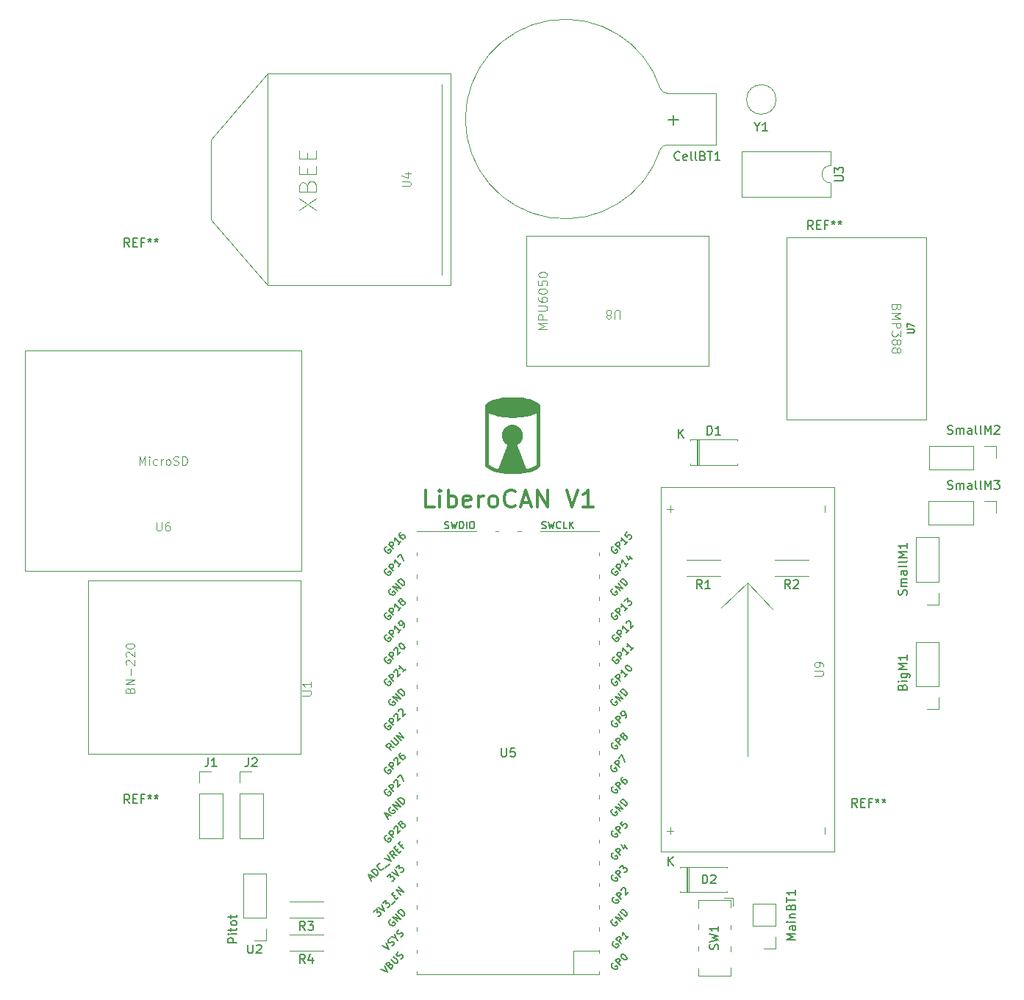
<source format=gbr>
%TF.GenerationSoftware,KiCad,Pcbnew,8.0.2*%
%TF.CreationDate,2024-09-21T01:35:38+02:00*%
%TF.ProjectId,liberocan1,6c696265-726f-4636-916e-312e6b696361,v1.2*%
%TF.SameCoordinates,Original*%
%TF.FileFunction,Legend,Top*%
%TF.FilePolarity,Positive*%
%FSLAX46Y46*%
G04 Gerber Fmt 4.6, Leading zero omitted, Abs format (unit mm)*
G04 Created by KiCad (PCBNEW 8.0.2) date 2024-09-21 01:35:38*
%MOMM*%
%LPD*%
G01*
G04 APERTURE LIST*
%ADD10C,0.453399*%
%ADD11C,0.000000*%
%ADD12C,0.300000*%
%ADD13C,0.150000*%
%ADD14C,0.100000*%
%ADD15C,0.146304*%
%ADD16C,0.120000*%
G04 APERTURE END LIST*
D10*
X155481469Y-87962116D02*
X155434502Y-88007305D01*
X151204370Y-88528089D02*
X150958056Y-88479374D01*
X155521726Y-87915963D02*
X155481469Y-87962116D01*
X155611890Y-87722951D02*
X155600354Y-87772343D01*
X150728074Y-88423386D02*
X150515926Y-88360614D01*
X154933596Y-88291548D02*
X154839699Y-88326837D01*
X150958056Y-88479374D02*
X150728074Y-88423386D01*
X150151134Y-88216676D02*
X150001495Y-88136488D01*
X154052338Y-88528089D02*
X153791195Y-88569044D01*
X154637031Y-88392817D02*
X154528633Y-88423386D01*
X154298651Y-88479374D02*
X154052338Y-88528089D01*
X155255212Y-88136488D02*
X155183279Y-88177216D01*
X151739985Y-88601749D02*
X151465514Y-88569044D01*
X154740782Y-88360614D02*
X154637031Y-88392817D01*
X152322907Y-88640452D02*
X152026284Y-88625714D01*
X153230424Y-88625714D02*
X152933801Y-88640452D01*
X149775238Y-87962116D02*
X149701623Y-87868910D01*
X153791195Y-88569044D02*
X153516723Y-88601749D01*
X154415778Y-88452258D02*
X154298651Y-88479374D01*
X149675351Y-87821016D02*
X149656353Y-87772343D01*
X149640929Y-87672903D02*
X149639162Y-87641210D01*
X150323112Y-88291548D02*
X150151134Y-88216676D01*
X155105573Y-88216676D02*
X155022283Y-88254807D01*
X149644816Y-87722951D02*
X149640929Y-87672903D01*
X155555084Y-87868910D02*
X155521726Y-87915963D01*
X155183279Y-88177216D02*
X155105573Y-88216676D01*
X155615778Y-87672903D02*
X155617548Y-87641210D01*
X154839699Y-88326837D02*
X154740782Y-88360614D01*
X155434502Y-88007305D02*
X155381011Y-88051471D01*
X155581356Y-87821016D02*
X155555084Y-87868910D01*
X155022283Y-88254807D02*
X154933596Y-88291548D01*
X150001495Y-88136488D02*
X149875696Y-88051471D01*
X155617548Y-81200486D02*
X155617548Y-87641210D01*
X152933801Y-80201244D02*
X153230424Y-80215982D01*
X153516723Y-80239947D01*
X153791195Y-80272652D01*
X154052338Y-80313606D01*
X154298651Y-80362322D01*
X154528633Y-80418310D01*
X154740782Y-80481082D01*
X154933596Y-80550148D01*
X155105573Y-80625019D01*
X155255212Y-80705208D01*
X155381011Y-80790225D01*
X155481469Y-80879580D01*
X155555084Y-80972786D01*
X155581356Y-81020680D01*
X155600354Y-81069353D01*
X155611890Y-81118745D01*
X155615778Y-81168793D01*
X155611890Y-81218841D01*
X155600354Y-81268233D01*
X155581356Y-81316906D01*
X155555084Y-81364800D01*
X155521726Y-81411853D01*
X155481469Y-81458006D01*
X155434502Y-81503195D01*
X155381011Y-81547361D01*
X155321185Y-81590442D01*
X155255212Y-81632378D01*
X155183279Y-81673106D01*
X155105573Y-81712566D01*
X155022283Y-81750697D01*
X154933596Y-81787438D01*
X154839699Y-81822727D01*
X154740782Y-81856504D01*
X154637031Y-81888707D01*
X154528633Y-81919276D01*
X154415778Y-81948148D01*
X154298651Y-81975264D01*
X154052338Y-82023980D01*
X153791195Y-82064934D01*
X153516723Y-82097639D01*
X153230424Y-82121605D01*
X152933801Y-82136342D01*
X152628354Y-82141364D01*
X152322908Y-82136342D01*
X152026284Y-82121605D01*
X151739986Y-82097639D01*
X151465514Y-82064934D01*
X151204371Y-82023980D01*
X150958057Y-81975264D01*
X150728075Y-81919276D01*
X150515926Y-81856504D01*
X150323113Y-81787438D01*
X150151135Y-81712566D01*
X150001496Y-81632378D01*
X149875697Y-81547361D01*
X149775239Y-81458006D01*
X149701624Y-81364800D01*
X149675352Y-81316906D01*
X149656354Y-81268233D01*
X149644817Y-81218841D01*
X149640930Y-81168793D01*
X149644817Y-81118745D01*
X149656354Y-81069353D01*
X149675352Y-81020680D01*
X149701624Y-80972786D01*
X149734982Y-80925732D01*
X149775239Y-80879580D01*
X149822206Y-80834391D01*
X149875697Y-80790225D01*
X149935523Y-80747143D01*
X150001496Y-80705208D01*
X150073430Y-80664480D01*
X150151135Y-80625019D01*
X150234425Y-80586888D01*
X150323113Y-80550148D01*
X150417009Y-80514858D01*
X150515926Y-80481082D01*
X150619678Y-80448879D01*
X150728075Y-80418310D01*
X150840931Y-80389438D01*
X150958057Y-80362322D01*
X151204371Y-80313606D01*
X151465514Y-80272652D01*
X151739986Y-80239947D01*
X152026284Y-80215982D01*
X152322908Y-80201244D01*
X152628354Y-80196222D01*
X152933801Y-80201244D01*
G36*
X152933801Y-80201244D02*
G01*
X153230424Y-80215982D01*
X153516723Y-80239947D01*
X153791195Y-80272652D01*
X154052338Y-80313606D01*
X154298651Y-80362322D01*
X154528633Y-80418310D01*
X154740782Y-80481082D01*
X154933596Y-80550148D01*
X155105573Y-80625019D01*
X155255212Y-80705208D01*
X155381011Y-80790225D01*
X155481469Y-80879580D01*
X155555084Y-80972786D01*
X155581356Y-81020680D01*
X155600354Y-81069353D01*
X155611890Y-81118745D01*
X155615778Y-81168793D01*
X155611890Y-81218841D01*
X155600354Y-81268233D01*
X155581356Y-81316906D01*
X155555084Y-81364800D01*
X155521726Y-81411853D01*
X155481469Y-81458006D01*
X155434502Y-81503195D01*
X155381011Y-81547361D01*
X155321185Y-81590442D01*
X155255212Y-81632378D01*
X155183279Y-81673106D01*
X155105573Y-81712566D01*
X155022283Y-81750697D01*
X154933596Y-81787438D01*
X154839699Y-81822727D01*
X154740782Y-81856504D01*
X154637031Y-81888707D01*
X154528633Y-81919276D01*
X154415778Y-81948148D01*
X154298651Y-81975264D01*
X154052338Y-82023980D01*
X153791195Y-82064934D01*
X153516723Y-82097639D01*
X153230424Y-82121605D01*
X152933801Y-82136342D01*
X152628354Y-82141364D01*
X152322908Y-82136342D01*
X152026284Y-82121605D01*
X151739986Y-82097639D01*
X151465514Y-82064934D01*
X151204371Y-82023980D01*
X150958057Y-81975264D01*
X150728075Y-81919276D01*
X150515926Y-81856504D01*
X150323113Y-81787438D01*
X150151135Y-81712566D01*
X150001496Y-81632378D01*
X149875697Y-81547361D01*
X149775239Y-81458006D01*
X149701624Y-81364800D01*
X149675352Y-81316906D01*
X149656354Y-81268233D01*
X149644817Y-81218841D01*
X149640930Y-81168793D01*
X149644817Y-81118745D01*
X149656354Y-81069353D01*
X149675352Y-81020680D01*
X149701624Y-80972786D01*
X149734982Y-80925732D01*
X149775239Y-80879580D01*
X149822206Y-80834391D01*
X149875697Y-80790225D01*
X149935523Y-80747143D01*
X150001496Y-80705208D01*
X150073430Y-80664480D01*
X150151135Y-80625019D01*
X150234425Y-80586888D01*
X150323113Y-80550148D01*
X150417009Y-80514858D01*
X150515926Y-80481082D01*
X150619678Y-80448879D01*
X150728075Y-80418310D01*
X150840931Y-80389438D01*
X150958057Y-80362322D01*
X151204371Y-80313606D01*
X151465514Y-80272652D01*
X151739986Y-80239947D01*
X152026284Y-80215982D01*
X152322908Y-80201244D01*
X152628354Y-80196222D01*
X152933801Y-80201244D01*
G37*
X151465514Y-88569044D02*
X151204370Y-88528089D01*
X155615778Y-87672903D02*
X155611890Y-87722951D01*
D11*
G36*
X154325072Y-88535061D02*
G01*
X150931634Y-88535061D01*
X152628352Y-84000488D01*
X154325072Y-88535061D01*
G37*
D10*
X150515926Y-88360614D02*
X150323112Y-88291548D01*
X155321185Y-88094552D02*
X155255212Y-88136488D01*
X149875696Y-88051471D02*
X149775238Y-87962116D01*
X155600354Y-87772343D02*
X155581356Y-87821016D01*
X154528633Y-88423386D02*
X154415778Y-88452258D01*
X149656353Y-87772343D02*
X149644816Y-87722951D01*
X152026284Y-88625714D02*
X151739985Y-88601749D01*
X152628354Y-88645474D02*
X152322907Y-88640452D01*
X149639162Y-87641210D02*
X149639162Y-81200486D01*
X152933801Y-88640452D02*
X152628354Y-88645474D01*
X155381011Y-88051471D02*
X155321185Y-88094552D01*
D11*
G36*
X152688825Y-83202834D02*
G01*
X152748886Y-83207303D01*
X152808438Y-83214700D01*
X152867379Y-83224985D01*
X152925610Y-83238115D01*
X152983031Y-83254049D01*
X153039541Y-83272747D01*
X153095041Y-83294165D01*
X153149431Y-83318265D01*
X153202611Y-83345002D01*
X153254481Y-83374337D01*
X153304941Y-83406228D01*
X153353891Y-83440633D01*
X153401231Y-83477512D01*
X153446861Y-83516822D01*
X153490681Y-83558522D01*
X153532381Y-83602342D01*
X153571691Y-83647972D01*
X153608570Y-83695312D01*
X153642975Y-83744262D01*
X153674866Y-83794721D01*
X153704201Y-83846591D01*
X153730939Y-83899771D01*
X153755038Y-83954161D01*
X153776457Y-84009661D01*
X153795154Y-84066171D01*
X153811089Y-84123591D01*
X153824219Y-84181822D01*
X153834503Y-84240763D01*
X153841901Y-84300314D01*
X153846369Y-84360376D01*
X153847868Y-84420848D01*
X153847866Y-84420848D01*
X153846368Y-84481320D01*
X153841899Y-84541382D01*
X153834502Y-84600934D01*
X153824218Y-84659875D01*
X153811088Y-84718106D01*
X153795154Y-84775526D01*
X153776457Y-84832036D01*
X153755038Y-84887536D01*
X153730939Y-84941926D01*
X153704201Y-84995106D01*
X153674866Y-85046976D01*
X153642975Y-85097435D01*
X153608570Y-85146385D01*
X153571691Y-85193725D01*
X153532381Y-85239355D01*
X153490681Y-85283175D01*
X153446861Y-85324875D01*
X153401231Y-85364185D01*
X153353891Y-85401064D01*
X153304941Y-85435469D01*
X153254481Y-85467360D01*
X153202611Y-85496695D01*
X153149431Y-85523433D01*
X153095041Y-85547532D01*
X153039541Y-85568951D01*
X152983031Y-85587648D01*
X152925610Y-85603583D01*
X152867379Y-85616713D01*
X152808438Y-85626997D01*
X152748886Y-85634394D01*
X152688825Y-85638863D01*
X152628352Y-85640362D01*
X152565596Y-85638775D01*
X152503664Y-85634066D01*
X152442632Y-85626310D01*
X152382577Y-85615585D01*
X152323577Y-85601968D01*
X152265706Y-85585535D01*
X152209042Y-85566362D01*
X152153662Y-85544526D01*
X152099642Y-85520104D01*
X152047059Y-85493173D01*
X151995990Y-85463808D01*
X151946510Y-85432088D01*
X151898698Y-85398087D01*
X151852628Y-85361884D01*
X151808379Y-85323554D01*
X151766026Y-85283174D01*
X151725646Y-85240821D01*
X151687316Y-85196572D01*
X151651113Y-85150502D01*
X151617113Y-85102690D01*
X151585392Y-85053210D01*
X151556028Y-85002141D01*
X151529097Y-84949558D01*
X151504675Y-84895538D01*
X151482839Y-84840158D01*
X151463666Y-84783494D01*
X151447233Y-84725624D01*
X151433616Y-84666623D01*
X151422891Y-84606568D01*
X151415136Y-84545536D01*
X151410426Y-84483604D01*
X151408840Y-84420848D01*
X151410426Y-84358092D01*
X151415136Y-84296160D01*
X151422891Y-84235128D01*
X151433616Y-84175074D01*
X151447233Y-84116073D01*
X151463667Y-84058202D01*
X151482839Y-84001539D01*
X151504675Y-83946159D01*
X151529097Y-83892139D01*
X151556028Y-83839556D01*
X151585393Y-83788486D01*
X151617113Y-83739007D01*
X151651114Y-83691194D01*
X151687317Y-83645125D01*
X151725647Y-83600875D01*
X151766027Y-83558522D01*
X151808380Y-83518143D01*
X151852629Y-83479813D01*
X151898698Y-83443609D01*
X151946511Y-83409609D01*
X151995991Y-83377888D01*
X152047060Y-83348524D01*
X152099643Y-83321593D01*
X152153663Y-83297171D01*
X152209043Y-83275335D01*
X152265707Y-83256162D01*
X152323577Y-83239729D01*
X152382578Y-83226112D01*
X152442633Y-83215387D01*
X152503664Y-83207632D01*
X152565596Y-83202922D01*
X152628352Y-83201335D01*
X152688825Y-83202834D01*
G37*
D10*
X153516723Y-88601749D02*
X153230424Y-88625714D01*
X149701623Y-87868910D02*
X149675351Y-87821016D01*
D12*
X143611939Y-92703638D02*
X142659558Y-92703638D01*
X142659558Y-92703638D02*
X142659558Y-90703638D01*
X144278606Y-92703638D02*
X144278606Y-91370304D01*
X144278606Y-90703638D02*
X144183368Y-90798876D01*
X144183368Y-90798876D02*
X144278606Y-90894114D01*
X144278606Y-90894114D02*
X144373844Y-90798876D01*
X144373844Y-90798876D02*
X144278606Y-90703638D01*
X144278606Y-90703638D02*
X144278606Y-90894114D01*
X145230987Y-92703638D02*
X145230987Y-90703638D01*
X145230987Y-91465542D02*
X145421463Y-91370304D01*
X145421463Y-91370304D02*
X145802416Y-91370304D01*
X145802416Y-91370304D02*
X145992892Y-91465542D01*
X145992892Y-91465542D02*
X146088130Y-91560780D01*
X146088130Y-91560780D02*
X146183368Y-91751257D01*
X146183368Y-91751257D02*
X146183368Y-92322685D01*
X146183368Y-92322685D02*
X146088130Y-92513161D01*
X146088130Y-92513161D02*
X145992892Y-92608400D01*
X145992892Y-92608400D02*
X145802416Y-92703638D01*
X145802416Y-92703638D02*
X145421463Y-92703638D01*
X145421463Y-92703638D02*
X145230987Y-92608400D01*
X147802416Y-92608400D02*
X147611940Y-92703638D01*
X147611940Y-92703638D02*
X147230987Y-92703638D01*
X147230987Y-92703638D02*
X147040511Y-92608400D01*
X147040511Y-92608400D02*
X146945273Y-92417923D01*
X146945273Y-92417923D02*
X146945273Y-91656019D01*
X146945273Y-91656019D02*
X147040511Y-91465542D01*
X147040511Y-91465542D02*
X147230987Y-91370304D01*
X147230987Y-91370304D02*
X147611940Y-91370304D01*
X147611940Y-91370304D02*
X147802416Y-91465542D01*
X147802416Y-91465542D02*
X147897654Y-91656019D01*
X147897654Y-91656019D02*
X147897654Y-91846495D01*
X147897654Y-91846495D02*
X146945273Y-92036971D01*
X148754797Y-92703638D02*
X148754797Y-91370304D01*
X148754797Y-91751257D02*
X148850035Y-91560780D01*
X148850035Y-91560780D02*
X148945273Y-91465542D01*
X148945273Y-91465542D02*
X149135749Y-91370304D01*
X149135749Y-91370304D02*
X149326226Y-91370304D01*
X150278606Y-92703638D02*
X150088130Y-92608400D01*
X150088130Y-92608400D02*
X149992892Y-92513161D01*
X149992892Y-92513161D02*
X149897654Y-92322685D01*
X149897654Y-92322685D02*
X149897654Y-91751257D01*
X149897654Y-91751257D02*
X149992892Y-91560780D01*
X149992892Y-91560780D02*
X150088130Y-91465542D01*
X150088130Y-91465542D02*
X150278606Y-91370304D01*
X150278606Y-91370304D02*
X150564321Y-91370304D01*
X150564321Y-91370304D02*
X150754797Y-91465542D01*
X150754797Y-91465542D02*
X150850035Y-91560780D01*
X150850035Y-91560780D02*
X150945273Y-91751257D01*
X150945273Y-91751257D02*
X150945273Y-92322685D01*
X150945273Y-92322685D02*
X150850035Y-92513161D01*
X150850035Y-92513161D02*
X150754797Y-92608400D01*
X150754797Y-92608400D02*
X150564321Y-92703638D01*
X150564321Y-92703638D02*
X150278606Y-92703638D01*
X152945273Y-92513161D02*
X152850035Y-92608400D01*
X152850035Y-92608400D02*
X152564321Y-92703638D01*
X152564321Y-92703638D02*
X152373845Y-92703638D01*
X152373845Y-92703638D02*
X152088130Y-92608400D01*
X152088130Y-92608400D02*
X151897654Y-92417923D01*
X151897654Y-92417923D02*
X151802416Y-92227447D01*
X151802416Y-92227447D02*
X151707178Y-91846495D01*
X151707178Y-91846495D02*
X151707178Y-91560780D01*
X151707178Y-91560780D02*
X151802416Y-91179828D01*
X151802416Y-91179828D02*
X151897654Y-90989352D01*
X151897654Y-90989352D02*
X152088130Y-90798876D01*
X152088130Y-90798876D02*
X152373845Y-90703638D01*
X152373845Y-90703638D02*
X152564321Y-90703638D01*
X152564321Y-90703638D02*
X152850035Y-90798876D01*
X152850035Y-90798876D02*
X152945273Y-90894114D01*
X153707178Y-92132209D02*
X154659559Y-92132209D01*
X153516702Y-92703638D02*
X154183368Y-90703638D01*
X154183368Y-90703638D02*
X154850035Y-92703638D01*
X155516702Y-92703638D02*
X155516702Y-90703638D01*
X155516702Y-90703638D02*
X156659559Y-92703638D01*
X156659559Y-92703638D02*
X156659559Y-90703638D01*
X158850036Y-90703638D02*
X159516702Y-92703638D01*
X159516702Y-92703638D02*
X160183369Y-90703638D01*
X161897655Y-92703638D02*
X160754798Y-92703638D01*
X161326226Y-92703638D02*
X161326226Y-90703638D01*
X161326226Y-90703638D02*
X161135750Y-90989352D01*
X161135750Y-90989352D02*
X160945274Y-91179828D01*
X160945274Y-91179828D02*
X160754798Y-91275066D01*
D13*
X120889819Y-142883220D02*
X119889819Y-142883220D01*
X119889819Y-142883220D02*
X119889819Y-142502268D01*
X119889819Y-142502268D02*
X119937438Y-142407030D01*
X119937438Y-142407030D02*
X119985057Y-142359411D01*
X119985057Y-142359411D02*
X120080295Y-142311792D01*
X120080295Y-142311792D02*
X120223152Y-142311792D01*
X120223152Y-142311792D02*
X120318390Y-142359411D01*
X120318390Y-142359411D02*
X120366009Y-142407030D01*
X120366009Y-142407030D02*
X120413628Y-142502268D01*
X120413628Y-142502268D02*
X120413628Y-142883220D01*
X120889819Y-141883220D02*
X120223152Y-141883220D01*
X119889819Y-141883220D02*
X119937438Y-141930839D01*
X119937438Y-141930839D02*
X119985057Y-141883220D01*
X119985057Y-141883220D02*
X119937438Y-141835601D01*
X119937438Y-141835601D02*
X119889819Y-141883220D01*
X119889819Y-141883220D02*
X119985057Y-141883220D01*
X120223152Y-141549887D02*
X120223152Y-141168935D01*
X119889819Y-141407030D02*
X120746961Y-141407030D01*
X120746961Y-141407030D02*
X120842200Y-141359411D01*
X120842200Y-141359411D02*
X120889819Y-141264173D01*
X120889819Y-141264173D02*
X120889819Y-141168935D01*
X120889819Y-140692744D02*
X120842200Y-140787982D01*
X120842200Y-140787982D02*
X120794580Y-140835601D01*
X120794580Y-140835601D02*
X120699342Y-140883220D01*
X120699342Y-140883220D02*
X120413628Y-140883220D01*
X120413628Y-140883220D02*
X120318390Y-140835601D01*
X120318390Y-140835601D02*
X120270771Y-140787982D01*
X120270771Y-140787982D02*
X120223152Y-140692744D01*
X120223152Y-140692744D02*
X120223152Y-140549887D01*
X120223152Y-140549887D02*
X120270771Y-140454649D01*
X120270771Y-140454649D02*
X120318390Y-140407030D01*
X120318390Y-140407030D02*
X120413628Y-140359411D01*
X120413628Y-140359411D02*
X120699342Y-140359411D01*
X120699342Y-140359411D02*
X120794580Y-140407030D01*
X120794580Y-140407030D02*
X120842200Y-140454649D01*
X120842200Y-140454649D02*
X120889819Y-140549887D01*
X120889819Y-140549887D02*
X120889819Y-140692744D01*
X120223152Y-140073696D02*
X120223152Y-139692744D01*
X119889819Y-139930839D02*
X120746961Y-139930839D01*
X120746961Y-139930839D02*
X120842200Y-139883220D01*
X120842200Y-139883220D02*
X120889819Y-139787982D01*
X120889819Y-139787982D02*
X120889819Y-139692744D01*
X122221666Y-121584819D02*
X122221666Y-122299104D01*
X122221666Y-122299104D02*
X122174047Y-122441961D01*
X122174047Y-122441961D02*
X122078809Y-122537200D01*
X122078809Y-122537200D02*
X121935952Y-122584819D01*
X121935952Y-122584819D02*
X121840714Y-122584819D01*
X122650238Y-121680057D02*
X122697857Y-121632438D01*
X122697857Y-121632438D02*
X122793095Y-121584819D01*
X122793095Y-121584819D02*
X123031190Y-121584819D01*
X123031190Y-121584819D02*
X123126428Y-121632438D01*
X123126428Y-121632438D02*
X123174047Y-121680057D01*
X123174047Y-121680057D02*
X123221666Y-121775295D01*
X123221666Y-121775295D02*
X123221666Y-121870533D01*
X123221666Y-121870533D02*
X123174047Y-122013390D01*
X123174047Y-122013390D02*
X122602619Y-122584819D01*
X122602619Y-122584819D02*
X123221666Y-122584819D01*
X122163095Y-143099819D02*
X122163095Y-143909342D01*
X122163095Y-143909342D02*
X122210714Y-144004580D01*
X122210714Y-144004580D02*
X122258333Y-144052200D01*
X122258333Y-144052200D02*
X122353571Y-144099819D01*
X122353571Y-144099819D02*
X122544047Y-144099819D01*
X122544047Y-144099819D02*
X122639285Y-144052200D01*
X122639285Y-144052200D02*
X122686904Y-144004580D01*
X122686904Y-144004580D02*
X122734523Y-143909342D01*
X122734523Y-143909342D02*
X122734523Y-143099819D01*
X123163095Y-143195057D02*
X123210714Y-143147438D01*
X123210714Y-143147438D02*
X123305952Y-143099819D01*
X123305952Y-143099819D02*
X123544047Y-143099819D01*
X123544047Y-143099819D02*
X123639285Y-143147438D01*
X123639285Y-143147438D02*
X123686904Y-143195057D01*
X123686904Y-143195057D02*
X123734523Y-143290295D01*
X123734523Y-143290295D02*
X123734523Y-143385533D01*
X123734523Y-143385533D02*
X123686904Y-143528390D01*
X123686904Y-143528390D02*
X123115476Y-144099819D01*
X123115476Y-144099819D02*
X123734523Y-144099819D01*
D14*
X111633095Y-94417419D02*
X111633095Y-95226942D01*
X111633095Y-95226942D02*
X111680714Y-95322180D01*
X111680714Y-95322180D02*
X111728333Y-95369800D01*
X111728333Y-95369800D02*
X111823571Y-95417419D01*
X111823571Y-95417419D02*
X112014047Y-95417419D01*
X112014047Y-95417419D02*
X112109285Y-95369800D01*
X112109285Y-95369800D02*
X112156904Y-95322180D01*
X112156904Y-95322180D02*
X112204523Y-95226942D01*
X112204523Y-95226942D02*
X112204523Y-94417419D01*
X113109285Y-94417419D02*
X112918809Y-94417419D01*
X112918809Y-94417419D02*
X112823571Y-94465038D01*
X112823571Y-94465038D02*
X112775952Y-94512657D01*
X112775952Y-94512657D02*
X112680714Y-94655514D01*
X112680714Y-94655514D02*
X112633095Y-94845990D01*
X112633095Y-94845990D02*
X112633095Y-95226942D01*
X112633095Y-95226942D02*
X112680714Y-95322180D01*
X112680714Y-95322180D02*
X112728333Y-95369800D01*
X112728333Y-95369800D02*
X112823571Y-95417419D01*
X112823571Y-95417419D02*
X113014047Y-95417419D01*
X113014047Y-95417419D02*
X113109285Y-95369800D01*
X113109285Y-95369800D02*
X113156904Y-95322180D01*
X113156904Y-95322180D02*
X113204523Y-95226942D01*
X113204523Y-95226942D02*
X113204523Y-94988847D01*
X113204523Y-94988847D02*
X113156904Y-94893609D01*
X113156904Y-94893609D02*
X113109285Y-94845990D01*
X113109285Y-94845990D02*
X113014047Y-94798371D01*
X113014047Y-94798371D02*
X112823571Y-94798371D01*
X112823571Y-94798371D02*
X112728333Y-94845990D01*
X112728333Y-94845990D02*
X112680714Y-94893609D01*
X112680714Y-94893609D02*
X112633095Y-94988847D01*
X109656905Y-87847419D02*
X109656905Y-86847419D01*
X109656905Y-86847419D02*
X109990238Y-87561704D01*
X109990238Y-87561704D02*
X110323571Y-86847419D01*
X110323571Y-86847419D02*
X110323571Y-87847419D01*
X110799762Y-87847419D02*
X110799762Y-87180752D01*
X110799762Y-86847419D02*
X110752143Y-86895038D01*
X110752143Y-86895038D02*
X110799762Y-86942657D01*
X110799762Y-86942657D02*
X110847381Y-86895038D01*
X110847381Y-86895038D02*
X110799762Y-86847419D01*
X110799762Y-86847419D02*
X110799762Y-86942657D01*
X111704523Y-87799800D02*
X111609285Y-87847419D01*
X111609285Y-87847419D02*
X111418809Y-87847419D01*
X111418809Y-87847419D02*
X111323571Y-87799800D01*
X111323571Y-87799800D02*
X111275952Y-87752180D01*
X111275952Y-87752180D02*
X111228333Y-87656942D01*
X111228333Y-87656942D02*
X111228333Y-87371228D01*
X111228333Y-87371228D02*
X111275952Y-87275990D01*
X111275952Y-87275990D02*
X111323571Y-87228371D01*
X111323571Y-87228371D02*
X111418809Y-87180752D01*
X111418809Y-87180752D02*
X111609285Y-87180752D01*
X111609285Y-87180752D02*
X111704523Y-87228371D01*
X112133095Y-87847419D02*
X112133095Y-87180752D01*
X112133095Y-87371228D02*
X112180714Y-87275990D01*
X112180714Y-87275990D02*
X112228333Y-87228371D01*
X112228333Y-87228371D02*
X112323571Y-87180752D01*
X112323571Y-87180752D02*
X112418809Y-87180752D01*
X112895000Y-87847419D02*
X112799762Y-87799800D01*
X112799762Y-87799800D02*
X112752143Y-87752180D01*
X112752143Y-87752180D02*
X112704524Y-87656942D01*
X112704524Y-87656942D02*
X112704524Y-87371228D01*
X112704524Y-87371228D02*
X112752143Y-87275990D01*
X112752143Y-87275990D02*
X112799762Y-87228371D01*
X112799762Y-87228371D02*
X112895000Y-87180752D01*
X112895000Y-87180752D02*
X113037857Y-87180752D01*
X113037857Y-87180752D02*
X113133095Y-87228371D01*
X113133095Y-87228371D02*
X113180714Y-87275990D01*
X113180714Y-87275990D02*
X113228333Y-87371228D01*
X113228333Y-87371228D02*
X113228333Y-87656942D01*
X113228333Y-87656942D02*
X113180714Y-87752180D01*
X113180714Y-87752180D02*
X113133095Y-87799800D01*
X113133095Y-87799800D02*
X113037857Y-87847419D01*
X113037857Y-87847419D02*
X112895000Y-87847419D01*
X113609286Y-87799800D02*
X113752143Y-87847419D01*
X113752143Y-87847419D02*
X113990238Y-87847419D01*
X113990238Y-87847419D02*
X114085476Y-87799800D01*
X114085476Y-87799800D02*
X114133095Y-87752180D01*
X114133095Y-87752180D02*
X114180714Y-87656942D01*
X114180714Y-87656942D02*
X114180714Y-87561704D01*
X114180714Y-87561704D02*
X114133095Y-87466466D01*
X114133095Y-87466466D02*
X114085476Y-87418847D01*
X114085476Y-87418847D02*
X113990238Y-87371228D01*
X113990238Y-87371228D02*
X113799762Y-87323609D01*
X113799762Y-87323609D02*
X113704524Y-87275990D01*
X113704524Y-87275990D02*
X113656905Y-87228371D01*
X113656905Y-87228371D02*
X113609286Y-87133133D01*
X113609286Y-87133133D02*
X113609286Y-87037895D01*
X113609286Y-87037895D02*
X113656905Y-86942657D01*
X113656905Y-86942657D02*
X113704524Y-86895038D01*
X113704524Y-86895038D02*
X113799762Y-86847419D01*
X113799762Y-86847419D02*
X114037857Y-86847419D01*
X114037857Y-86847419D02*
X114180714Y-86895038D01*
X114609286Y-87847419D02*
X114609286Y-86847419D01*
X114609286Y-86847419D02*
X114847381Y-86847419D01*
X114847381Y-86847419D02*
X114990238Y-86895038D01*
X114990238Y-86895038D02*
X115085476Y-86990276D01*
X115085476Y-86990276D02*
X115133095Y-87085514D01*
X115133095Y-87085514D02*
X115180714Y-87275990D01*
X115180714Y-87275990D02*
X115180714Y-87418847D01*
X115180714Y-87418847D02*
X115133095Y-87609323D01*
X115133095Y-87609323D02*
X115085476Y-87704561D01*
X115085476Y-87704561D02*
X114990238Y-87799800D01*
X114990238Y-87799800D02*
X114847381Y-87847419D01*
X114847381Y-87847419D02*
X114609286Y-87847419D01*
X128432419Y-114396904D02*
X129241942Y-114396904D01*
X129241942Y-114396904D02*
X129337180Y-114349285D01*
X129337180Y-114349285D02*
X129384800Y-114301666D01*
X129384800Y-114301666D02*
X129432419Y-114206428D01*
X129432419Y-114206428D02*
X129432419Y-114015952D01*
X129432419Y-114015952D02*
X129384800Y-113920714D01*
X129384800Y-113920714D02*
X129337180Y-113873095D01*
X129337180Y-113873095D02*
X129241942Y-113825476D01*
X129241942Y-113825476D02*
X128432419Y-113825476D01*
X129432419Y-112825476D02*
X129432419Y-113396904D01*
X129432419Y-113111190D02*
X128432419Y-113111190D01*
X128432419Y-113111190D02*
X128575276Y-113206428D01*
X128575276Y-113206428D02*
X128670514Y-113301666D01*
X128670514Y-113301666D02*
X128718133Y-113396904D01*
X108568609Y-113784999D02*
X108616228Y-113642142D01*
X108616228Y-113642142D02*
X108663847Y-113594523D01*
X108663847Y-113594523D02*
X108759085Y-113546904D01*
X108759085Y-113546904D02*
X108901942Y-113546904D01*
X108901942Y-113546904D02*
X108997180Y-113594523D01*
X108997180Y-113594523D02*
X109044800Y-113642142D01*
X109044800Y-113642142D02*
X109092419Y-113737380D01*
X109092419Y-113737380D02*
X109092419Y-114118332D01*
X109092419Y-114118332D02*
X108092419Y-114118332D01*
X108092419Y-114118332D02*
X108092419Y-113784999D01*
X108092419Y-113784999D02*
X108140038Y-113689761D01*
X108140038Y-113689761D02*
X108187657Y-113642142D01*
X108187657Y-113642142D02*
X108282895Y-113594523D01*
X108282895Y-113594523D02*
X108378133Y-113594523D01*
X108378133Y-113594523D02*
X108473371Y-113642142D01*
X108473371Y-113642142D02*
X108520990Y-113689761D01*
X108520990Y-113689761D02*
X108568609Y-113784999D01*
X108568609Y-113784999D02*
X108568609Y-114118332D01*
X109092419Y-113118332D02*
X108092419Y-113118332D01*
X108092419Y-113118332D02*
X109092419Y-112546904D01*
X109092419Y-112546904D02*
X108092419Y-112546904D01*
X108711466Y-112070713D02*
X108711466Y-111308809D01*
X108187657Y-110880237D02*
X108140038Y-110832618D01*
X108140038Y-110832618D02*
X108092419Y-110737380D01*
X108092419Y-110737380D02*
X108092419Y-110499285D01*
X108092419Y-110499285D02*
X108140038Y-110404047D01*
X108140038Y-110404047D02*
X108187657Y-110356428D01*
X108187657Y-110356428D02*
X108282895Y-110308809D01*
X108282895Y-110308809D02*
X108378133Y-110308809D01*
X108378133Y-110308809D02*
X108520990Y-110356428D01*
X108520990Y-110356428D02*
X109092419Y-110927856D01*
X109092419Y-110927856D02*
X109092419Y-110308809D01*
X108187657Y-109927856D02*
X108140038Y-109880237D01*
X108140038Y-109880237D02*
X108092419Y-109784999D01*
X108092419Y-109784999D02*
X108092419Y-109546904D01*
X108092419Y-109546904D02*
X108140038Y-109451666D01*
X108140038Y-109451666D02*
X108187657Y-109404047D01*
X108187657Y-109404047D02*
X108282895Y-109356428D01*
X108282895Y-109356428D02*
X108378133Y-109356428D01*
X108378133Y-109356428D02*
X108520990Y-109404047D01*
X108520990Y-109404047D02*
X109092419Y-109975475D01*
X109092419Y-109975475D02*
X109092419Y-109356428D01*
X108092419Y-108737380D02*
X108092419Y-108642142D01*
X108092419Y-108642142D02*
X108140038Y-108546904D01*
X108140038Y-108546904D02*
X108187657Y-108499285D01*
X108187657Y-108499285D02*
X108282895Y-108451666D01*
X108282895Y-108451666D02*
X108473371Y-108404047D01*
X108473371Y-108404047D02*
X108711466Y-108404047D01*
X108711466Y-108404047D02*
X108901942Y-108451666D01*
X108901942Y-108451666D02*
X108997180Y-108499285D01*
X108997180Y-108499285D02*
X109044800Y-108546904D01*
X109044800Y-108546904D02*
X109092419Y-108642142D01*
X109092419Y-108642142D02*
X109092419Y-108737380D01*
X109092419Y-108737380D02*
X109044800Y-108832618D01*
X109044800Y-108832618D02*
X108997180Y-108880237D01*
X108997180Y-108880237D02*
X108901942Y-108927856D01*
X108901942Y-108927856D02*
X108711466Y-108975475D01*
X108711466Y-108975475D02*
X108473371Y-108975475D01*
X108473371Y-108975475D02*
X108282895Y-108927856D01*
X108282895Y-108927856D02*
X108187657Y-108880237D01*
X108187657Y-108880237D02*
X108140038Y-108832618D01*
X108140038Y-108832618D02*
X108092419Y-108737380D01*
D13*
X128738333Y-141439819D02*
X128405000Y-140963628D01*
X128166905Y-141439819D02*
X128166905Y-140439819D01*
X128166905Y-140439819D02*
X128547857Y-140439819D01*
X128547857Y-140439819D02*
X128643095Y-140487438D01*
X128643095Y-140487438D02*
X128690714Y-140535057D01*
X128690714Y-140535057D02*
X128738333Y-140630295D01*
X128738333Y-140630295D02*
X128738333Y-140773152D01*
X128738333Y-140773152D02*
X128690714Y-140868390D01*
X128690714Y-140868390D02*
X128643095Y-140916009D01*
X128643095Y-140916009D02*
X128547857Y-140963628D01*
X128547857Y-140963628D02*
X128166905Y-140963628D01*
X129071667Y-140439819D02*
X129690714Y-140439819D01*
X129690714Y-140439819D02*
X129357381Y-140820771D01*
X129357381Y-140820771D02*
X129500238Y-140820771D01*
X129500238Y-140820771D02*
X129595476Y-140868390D01*
X129595476Y-140868390D02*
X129643095Y-140916009D01*
X129643095Y-140916009D02*
X129690714Y-141011247D01*
X129690714Y-141011247D02*
X129690714Y-141249342D01*
X129690714Y-141249342D02*
X129643095Y-141344580D01*
X129643095Y-141344580D02*
X129595476Y-141392200D01*
X129595476Y-141392200D02*
X129500238Y-141439819D01*
X129500238Y-141439819D02*
X129214524Y-141439819D01*
X129214524Y-141439819D02*
X129119286Y-141392200D01*
X129119286Y-141392200D02*
X129071667Y-141344580D01*
X185239819Y-142533332D02*
X184239819Y-142533332D01*
X184239819Y-142533332D02*
X184954104Y-142199999D01*
X184954104Y-142199999D02*
X184239819Y-141866666D01*
X184239819Y-141866666D02*
X185239819Y-141866666D01*
X185239819Y-140961904D02*
X184716009Y-140961904D01*
X184716009Y-140961904D02*
X184620771Y-141009523D01*
X184620771Y-141009523D02*
X184573152Y-141104761D01*
X184573152Y-141104761D02*
X184573152Y-141295237D01*
X184573152Y-141295237D02*
X184620771Y-141390475D01*
X185192200Y-140961904D02*
X185239819Y-141057142D01*
X185239819Y-141057142D02*
X185239819Y-141295237D01*
X185239819Y-141295237D02*
X185192200Y-141390475D01*
X185192200Y-141390475D02*
X185096961Y-141438094D01*
X185096961Y-141438094D02*
X185001723Y-141438094D01*
X185001723Y-141438094D02*
X184906485Y-141390475D01*
X184906485Y-141390475D02*
X184858866Y-141295237D01*
X184858866Y-141295237D02*
X184858866Y-141057142D01*
X184858866Y-141057142D02*
X184811247Y-140961904D01*
X185239819Y-140485713D02*
X184573152Y-140485713D01*
X184239819Y-140485713D02*
X184287438Y-140533332D01*
X184287438Y-140533332D02*
X184335057Y-140485713D01*
X184335057Y-140485713D02*
X184287438Y-140438094D01*
X184287438Y-140438094D02*
X184239819Y-140485713D01*
X184239819Y-140485713D02*
X184335057Y-140485713D01*
X184573152Y-140009523D02*
X185239819Y-140009523D01*
X184668390Y-140009523D02*
X184620771Y-139961904D01*
X184620771Y-139961904D02*
X184573152Y-139866666D01*
X184573152Y-139866666D02*
X184573152Y-139723809D01*
X184573152Y-139723809D02*
X184620771Y-139628571D01*
X184620771Y-139628571D02*
X184716009Y-139580952D01*
X184716009Y-139580952D02*
X185239819Y-139580952D01*
X184716009Y-138771428D02*
X184763628Y-138628571D01*
X184763628Y-138628571D02*
X184811247Y-138580952D01*
X184811247Y-138580952D02*
X184906485Y-138533333D01*
X184906485Y-138533333D02*
X185049342Y-138533333D01*
X185049342Y-138533333D02*
X185144580Y-138580952D01*
X185144580Y-138580952D02*
X185192200Y-138628571D01*
X185192200Y-138628571D02*
X185239819Y-138723809D01*
X185239819Y-138723809D02*
X185239819Y-139104761D01*
X185239819Y-139104761D02*
X184239819Y-139104761D01*
X184239819Y-139104761D02*
X184239819Y-138771428D01*
X184239819Y-138771428D02*
X184287438Y-138676190D01*
X184287438Y-138676190D02*
X184335057Y-138628571D01*
X184335057Y-138628571D02*
X184430295Y-138580952D01*
X184430295Y-138580952D02*
X184525533Y-138580952D01*
X184525533Y-138580952D02*
X184620771Y-138628571D01*
X184620771Y-138628571D02*
X184668390Y-138676190D01*
X184668390Y-138676190D02*
X184716009Y-138771428D01*
X184716009Y-138771428D02*
X184716009Y-139104761D01*
X184239819Y-138247618D02*
X184239819Y-137676190D01*
X185239819Y-137961904D02*
X184239819Y-137961904D01*
X185239819Y-136819047D02*
X185239819Y-137390475D01*
X185239819Y-137104761D02*
X184239819Y-137104761D01*
X184239819Y-137104761D02*
X184382676Y-137199999D01*
X184382676Y-137199999D02*
X184477914Y-137295237D01*
X184477914Y-137295237D02*
X184525533Y-137390475D01*
X174521905Y-136054819D02*
X174521905Y-135054819D01*
X174521905Y-135054819D02*
X174760000Y-135054819D01*
X174760000Y-135054819D02*
X174902857Y-135102438D01*
X174902857Y-135102438D02*
X174998095Y-135197676D01*
X174998095Y-135197676D02*
X175045714Y-135292914D01*
X175045714Y-135292914D02*
X175093333Y-135483390D01*
X175093333Y-135483390D02*
X175093333Y-135626247D01*
X175093333Y-135626247D02*
X175045714Y-135816723D01*
X175045714Y-135816723D02*
X174998095Y-135911961D01*
X174998095Y-135911961D02*
X174902857Y-136007200D01*
X174902857Y-136007200D02*
X174760000Y-136054819D01*
X174760000Y-136054819D02*
X174521905Y-136054819D01*
X175474286Y-135150057D02*
X175521905Y-135102438D01*
X175521905Y-135102438D02*
X175617143Y-135054819D01*
X175617143Y-135054819D02*
X175855238Y-135054819D01*
X175855238Y-135054819D02*
X175950476Y-135102438D01*
X175950476Y-135102438D02*
X175998095Y-135150057D01*
X175998095Y-135150057D02*
X176045714Y-135245295D01*
X176045714Y-135245295D02*
X176045714Y-135340533D01*
X176045714Y-135340533D02*
X175998095Y-135483390D01*
X175998095Y-135483390D02*
X175426667Y-136054819D01*
X175426667Y-136054819D02*
X176045714Y-136054819D01*
X170553095Y-133954819D02*
X170553095Y-132954819D01*
X171124523Y-133954819D02*
X170695952Y-133383390D01*
X171124523Y-132954819D02*
X170553095Y-133526247D01*
X202763809Y-90577200D02*
X202906666Y-90624819D01*
X202906666Y-90624819D02*
X203144761Y-90624819D01*
X203144761Y-90624819D02*
X203239999Y-90577200D01*
X203239999Y-90577200D02*
X203287618Y-90529580D01*
X203287618Y-90529580D02*
X203335237Y-90434342D01*
X203335237Y-90434342D02*
X203335237Y-90339104D01*
X203335237Y-90339104D02*
X203287618Y-90243866D01*
X203287618Y-90243866D02*
X203239999Y-90196247D01*
X203239999Y-90196247D02*
X203144761Y-90148628D01*
X203144761Y-90148628D02*
X202954285Y-90101009D01*
X202954285Y-90101009D02*
X202859047Y-90053390D01*
X202859047Y-90053390D02*
X202811428Y-90005771D01*
X202811428Y-90005771D02*
X202763809Y-89910533D01*
X202763809Y-89910533D02*
X202763809Y-89815295D01*
X202763809Y-89815295D02*
X202811428Y-89720057D01*
X202811428Y-89720057D02*
X202859047Y-89672438D01*
X202859047Y-89672438D02*
X202954285Y-89624819D01*
X202954285Y-89624819D02*
X203192380Y-89624819D01*
X203192380Y-89624819D02*
X203335237Y-89672438D01*
X203763809Y-90624819D02*
X203763809Y-89958152D01*
X203763809Y-90053390D02*
X203811428Y-90005771D01*
X203811428Y-90005771D02*
X203906666Y-89958152D01*
X203906666Y-89958152D02*
X204049523Y-89958152D01*
X204049523Y-89958152D02*
X204144761Y-90005771D01*
X204144761Y-90005771D02*
X204192380Y-90101009D01*
X204192380Y-90101009D02*
X204192380Y-90624819D01*
X204192380Y-90101009D02*
X204239999Y-90005771D01*
X204239999Y-90005771D02*
X204335237Y-89958152D01*
X204335237Y-89958152D02*
X204478094Y-89958152D01*
X204478094Y-89958152D02*
X204573333Y-90005771D01*
X204573333Y-90005771D02*
X204620952Y-90101009D01*
X204620952Y-90101009D02*
X204620952Y-90624819D01*
X205525713Y-90624819D02*
X205525713Y-90101009D01*
X205525713Y-90101009D02*
X205478094Y-90005771D01*
X205478094Y-90005771D02*
X205382856Y-89958152D01*
X205382856Y-89958152D02*
X205192380Y-89958152D01*
X205192380Y-89958152D02*
X205097142Y-90005771D01*
X205525713Y-90577200D02*
X205430475Y-90624819D01*
X205430475Y-90624819D02*
X205192380Y-90624819D01*
X205192380Y-90624819D02*
X205097142Y-90577200D01*
X205097142Y-90577200D02*
X205049523Y-90481961D01*
X205049523Y-90481961D02*
X205049523Y-90386723D01*
X205049523Y-90386723D02*
X205097142Y-90291485D01*
X205097142Y-90291485D02*
X205192380Y-90243866D01*
X205192380Y-90243866D02*
X205430475Y-90243866D01*
X205430475Y-90243866D02*
X205525713Y-90196247D01*
X206144761Y-90624819D02*
X206049523Y-90577200D01*
X206049523Y-90577200D02*
X206001904Y-90481961D01*
X206001904Y-90481961D02*
X206001904Y-89624819D01*
X206668571Y-90624819D02*
X206573333Y-90577200D01*
X206573333Y-90577200D02*
X206525714Y-90481961D01*
X206525714Y-90481961D02*
X206525714Y-89624819D01*
X207049524Y-90624819D02*
X207049524Y-89624819D01*
X207049524Y-89624819D02*
X207382857Y-90339104D01*
X207382857Y-90339104D02*
X207716190Y-89624819D01*
X207716190Y-89624819D02*
X207716190Y-90624819D01*
X208097143Y-89624819D02*
X208716190Y-89624819D01*
X208716190Y-89624819D02*
X208382857Y-90005771D01*
X208382857Y-90005771D02*
X208525714Y-90005771D01*
X208525714Y-90005771D02*
X208620952Y-90053390D01*
X208620952Y-90053390D02*
X208668571Y-90101009D01*
X208668571Y-90101009D02*
X208716190Y-90196247D01*
X208716190Y-90196247D02*
X208716190Y-90434342D01*
X208716190Y-90434342D02*
X208668571Y-90529580D01*
X208668571Y-90529580D02*
X208620952Y-90577200D01*
X208620952Y-90577200D02*
X208525714Y-90624819D01*
X208525714Y-90624819D02*
X208240000Y-90624819D01*
X208240000Y-90624819D02*
X208144762Y-90577200D01*
X208144762Y-90577200D02*
X208097143Y-90529580D01*
X192341666Y-127264819D02*
X192008333Y-126788628D01*
X191770238Y-127264819D02*
X191770238Y-126264819D01*
X191770238Y-126264819D02*
X192151190Y-126264819D01*
X192151190Y-126264819D02*
X192246428Y-126312438D01*
X192246428Y-126312438D02*
X192294047Y-126360057D01*
X192294047Y-126360057D02*
X192341666Y-126455295D01*
X192341666Y-126455295D02*
X192341666Y-126598152D01*
X192341666Y-126598152D02*
X192294047Y-126693390D01*
X192294047Y-126693390D02*
X192246428Y-126741009D01*
X192246428Y-126741009D02*
X192151190Y-126788628D01*
X192151190Y-126788628D02*
X191770238Y-126788628D01*
X192770238Y-126741009D02*
X193103571Y-126741009D01*
X193246428Y-127264819D02*
X192770238Y-127264819D01*
X192770238Y-127264819D02*
X192770238Y-126264819D01*
X192770238Y-126264819D02*
X193246428Y-126264819D01*
X194008333Y-126741009D02*
X193675000Y-126741009D01*
X193675000Y-127264819D02*
X193675000Y-126264819D01*
X193675000Y-126264819D02*
X194151190Y-126264819D01*
X194675000Y-126264819D02*
X194675000Y-126502914D01*
X194436905Y-126407676D02*
X194675000Y-126502914D01*
X194675000Y-126502914D02*
X194913095Y-126407676D01*
X194532143Y-126693390D02*
X194675000Y-126502914D01*
X194675000Y-126502914D02*
X194817857Y-126693390D01*
X195436905Y-126264819D02*
X195436905Y-126502914D01*
X195198810Y-126407676D02*
X195436905Y-126502914D01*
X195436905Y-126502914D02*
X195675000Y-126407676D01*
X195294048Y-126693390D02*
X195436905Y-126502914D01*
X195436905Y-126502914D02*
X195579762Y-126693390D01*
D14*
X187417419Y-112121904D02*
X188226942Y-112121904D01*
X188226942Y-112121904D02*
X188322180Y-112074285D01*
X188322180Y-112074285D02*
X188369800Y-112026666D01*
X188369800Y-112026666D02*
X188417419Y-111931428D01*
X188417419Y-111931428D02*
X188417419Y-111740952D01*
X188417419Y-111740952D02*
X188369800Y-111645714D01*
X188369800Y-111645714D02*
X188322180Y-111598095D01*
X188322180Y-111598095D02*
X188226942Y-111550476D01*
X188226942Y-111550476D02*
X187417419Y-111550476D01*
X188417419Y-111026666D02*
X188417419Y-110836190D01*
X188417419Y-110836190D02*
X188369800Y-110740952D01*
X188369800Y-110740952D02*
X188322180Y-110693333D01*
X188322180Y-110693333D02*
X188179323Y-110598095D01*
X188179323Y-110598095D02*
X187988847Y-110550476D01*
X187988847Y-110550476D02*
X187607895Y-110550476D01*
X187607895Y-110550476D02*
X187512657Y-110598095D01*
X187512657Y-110598095D02*
X187465038Y-110645714D01*
X187465038Y-110645714D02*
X187417419Y-110740952D01*
X187417419Y-110740952D02*
X187417419Y-110931428D01*
X187417419Y-110931428D02*
X187465038Y-111026666D01*
X187465038Y-111026666D02*
X187512657Y-111074285D01*
X187512657Y-111074285D02*
X187607895Y-111121904D01*
X187607895Y-111121904D02*
X187845990Y-111121904D01*
X187845990Y-111121904D02*
X187941228Y-111074285D01*
X187941228Y-111074285D02*
X187988847Y-111026666D01*
X187988847Y-111026666D02*
X188036466Y-110931428D01*
X188036466Y-110931428D02*
X188036466Y-110740952D01*
X188036466Y-110740952D02*
X187988847Y-110645714D01*
X187988847Y-110645714D02*
X187941228Y-110598095D01*
X187941228Y-110598095D02*
X187845990Y-110550476D01*
X188594466Y-130360115D02*
X188594466Y-129598211D01*
X170814466Y-130360115D02*
X170814466Y-129598211D01*
X171195419Y-129979163D02*
X170433514Y-129979163D01*
X188594466Y-93276115D02*
X188594466Y-92514211D01*
X170814466Y-93276115D02*
X170814466Y-92514211D01*
X171195419Y-92895163D02*
X170433514Y-92895163D01*
D13*
X117571666Y-121584819D02*
X117571666Y-122299104D01*
X117571666Y-122299104D02*
X117524047Y-122441961D01*
X117524047Y-122441961D02*
X117428809Y-122537200D01*
X117428809Y-122537200D02*
X117285952Y-122584819D01*
X117285952Y-122584819D02*
X117190714Y-122584819D01*
X118571666Y-122584819D02*
X118000238Y-122584819D01*
X118285952Y-122584819D02*
X118285952Y-121584819D01*
X118285952Y-121584819D02*
X118190714Y-121727676D01*
X118190714Y-121727676D02*
X118095476Y-121822914D01*
X118095476Y-121822914D02*
X118000238Y-121870533D01*
X151373095Y-120449819D02*
X151373095Y-121259342D01*
X151373095Y-121259342D02*
X151420714Y-121354580D01*
X151420714Y-121354580D02*
X151468333Y-121402200D01*
X151468333Y-121402200D02*
X151563571Y-121449819D01*
X151563571Y-121449819D02*
X151754047Y-121449819D01*
X151754047Y-121449819D02*
X151849285Y-121402200D01*
X151849285Y-121402200D02*
X151896904Y-121354580D01*
X151896904Y-121354580D02*
X151944523Y-121259342D01*
X151944523Y-121259342D02*
X151944523Y-120449819D01*
X152896904Y-120449819D02*
X152420714Y-120449819D01*
X152420714Y-120449819D02*
X152373095Y-120926009D01*
X152373095Y-120926009D02*
X152420714Y-120878390D01*
X152420714Y-120878390D02*
X152515952Y-120830771D01*
X152515952Y-120830771D02*
X152754047Y-120830771D01*
X152754047Y-120830771D02*
X152849285Y-120878390D01*
X152849285Y-120878390D02*
X152896904Y-120926009D01*
X152896904Y-120926009D02*
X152944523Y-121021247D01*
X152944523Y-121021247D02*
X152944523Y-121259342D01*
X152944523Y-121259342D02*
X152896904Y-121354580D01*
X152896904Y-121354580D02*
X152849285Y-121402200D01*
X152849285Y-121402200D02*
X152754047Y-121449819D01*
X152754047Y-121449819D02*
X152515952Y-121449819D01*
X152515952Y-121449819D02*
X152420714Y-121402200D01*
X152420714Y-121402200D02*
X152373095Y-121354580D01*
X138124998Y-107415868D02*
X138044185Y-107442805D01*
X138044185Y-107442805D02*
X137963373Y-107523618D01*
X137963373Y-107523618D02*
X137909498Y-107631367D01*
X137909498Y-107631367D02*
X137909498Y-107739117D01*
X137909498Y-107739117D02*
X137936436Y-107819929D01*
X137936436Y-107819929D02*
X138017248Y-107954616D01*
X138017248Y-107954616D02*
X138098060Y-108035428D01*
X138098060Y-108035428D02*
X138232747Y-108116241D01*
X138232747Y-108116241D02*
X138313560Y-108143178D01*
X138313560Y-108143178D02*
X138421309Y-108143178D01*
X138421309Y-108143178D02*
X138529059Y-108089303D01*
X138529059Y-108089303D02*
X138582934Y-108035428D01*
X138582934Y-108035428D02*
X138636808Y-107927679D01*
X138636808Y-107927679D02*
X138636808Y-107873804D01*
X138636808Y-107873804D02*
X138448247Y-107685242D01*
X138448247Y-107685242D02*
X138340497Y-107792992D01*
X138933120Y-107685242D02*
X138367434Y-107119557D01*
X138367434Y-107119557D02*
X138582934Y-106904057D01*
X138582934Y-106904057D02*
X138663746Y-106877120D01*
X138663746Y-106877120D02*
X138717621Y-106877120D01*
X138717621Y-106877120D02*
X138798433Y-106904057D01*
X138798433Y-106904057D02*
X138879245Y-106984870D01*
X138879245Y-106984870D02*
X138906182Y-107065682D01*
X138906182Y-107065682D02*
X138906182Y-107119557D01*
X138906182Y-107119557D02*
X138879245Y-107200369D01*
X138879245Y-107200369D02*
X138663746Y-107415868D01*
X139795117Y-106823245D02*
X139471868Y-107146494D01*
X139633492Y-106984870D02*
X139067807Y-106419184D01*
X139067807Y-106419184D02*
X139094744Y-106553871D01*
X139094744Y-106553871D02*
X139094744Y-106661621D01*
X139094744Y-106661621D02*
X139067807Y-106742433D01*
X140064491Y-106553871D02*
X140172240Y-106446121D01*
X140172240Y-106446121D02*
X140199178Y-106365309D01*
X140199178Y-106365309D02*
X140199178Y-106311434D01*
X140199178Y-106311434D02*
X140172240Y-106176747D01*
X140172240Y-106176747D02*
X140091428Y-106042060D01*
X140091428Y-106042060D02*
X139875929Y-105826561D01*
X139875929Y-105826561D02*
X139795117Y-105799624D01*
X139795117Y-105799624D02*
X139741242Y-105799624D01*
X139741242Y-105799624D02*
X139660430Y-105826561D01*
X139660430Y-105826561D02*
X139552680Y-105934311D01*
X139552680Y-105934311D02*
X139525743Y-106015123D01*
X139525743Y-106015123D02*
X139525743Y-106068998D01*
X139525743Y-106068998D02*
X139552680Y-106149810D01*
X139552680Y-106149810D02*
X139687367Y-106284497D01*
X139687367Y-106284497D02*
X139768179Y-106311434D01*
X139768179Y-106311434D02*
X139822054Y-106311434D01*
X139822054Y-106311434D02*
X139902866Y-106284497D01*
X139902866Y-106284497D02*
X140010616Y-106176747D01*
X140010616Y-106176747D02*
X140037553Y-106095935D01*
X140037553Y-106095935D02*
X140037553Y-106042060D01*
X140037553Y-106042060D02*
X140010616Y-105961248D01*
X138124998Y-117575868D02*
X138044185Y-117602805D01*
X138044185Y-117602805D02*
X137963373Y-117683618D01*
X137963373Y-117683618D02*
X137909498Y-117791367D01*
X137909498Y-117791367D02*
X137909498Y-117899117D01*
X137909498Y-117899117D02*
X137936436Y-117979929D01*
X137936436Y-117979929D02*
X138017248Y-118114616D01*
X138017248Y-118114616D02*
X138098060Y-118195428D01*
X138098060Y-118195428D02*
X138232747Y-118276241D01*
X138232747Y-118276241D02*
X138313560Y-118303178D01*
X138313560Y-118303178D02*
X138421309Y-118303178D01*
X138421309Y-118303178D02*
X138529059Y-118249303D01*
X138529059Y-118249303D02*
X138582934Y-118195428D01*
X138582934Y-118195428D02*
X138636808Y-118087679D01*
X138636808Y-118087679D02*
X138636808Y-118033804D01*
X138636808Y-118033804D02*
X138448247Y-117845242D01*
X138448247Y-117845242D02*
X138340497Y-117952992D01*
X138933120Y-117845242D02*
X138367434Y-117279557D01*
X138367434Y-117279557D02*
X138582934Y-117064057D01*
X138582934Y-117064057D02*
X138663746Y-117037120D01*
X138663746Y-117037120D02*
X138717621Y-117037120D01*
X138717621Y-117037120D02*
X138798433Y-117064057D01*
X138798433Y-117064057D02*
X138879245Y-117144870D01*
X138879245Y-117144870D02*
X138906182Y-117225682D01*
X138906182Y-117225682D02*
X138906182Y-117279557D01*
X138906182Y-117279557D02*
X138879245Y-117360369D01*
X138879245Y-117360369D02*
X138663746Y-117575868D01*
X138960057Y-116794683D02*
X138960057Y-116740809D01*
X138960057Y-116740809D02*
X138986995Y-116659996D01*
X138986995Y-116659996D02*
X139121682Y-116525309D01*
X139121682Y-116525309D02*
X139202494Y-116498372D01*
X139202494Y-116498372D02*
X139256369Y-116498372D01*
X139256369Y-116498372D02*
X139337181Y-116525309D01*
X139337181Y-116525309D02*
X139391056Y-116579184D01*
X139391056Y-116579184D02*
X139444930Y-116686934D01*
X139444930Y-116686934D02*
X139444930Y-117333431D01*
X139444930Y-117333431D02*
X139795117Y-116983245D01*
X139498805Y-116255935D02*
X139498805Y-116202060D01*
X139498805Y-116202060D02*
X139525743Y-116121248D01*
X139525743Y-116121248D02*
X139660430Y-115986561D01*
X139660430Y-115986561D02*
X139741242Y-115959624D01*
X139741242Y-115959624D02*
X139795117Y-115959624D01*
X139795117Y-115959624D02*
X139875929Y-115986561D01*
X139875929Y-115986561D02*
X139929804Y-116040436D01*
X139929804Y-116040436D02*
X139983679Y-116148186D01*
X139983679Y-116148186D02*
X139983679Y-116794683D01*
X139983679Y-116794683D02*
X140333865Y-116444497D01*
X138124998Y-125185868D02*
X138044185Y-125212805D01*
X138044185Y-125212805D02*
X137963373Y-125293618D01*
X137963373Y-125293618D02*
X137909498Y-125401367D01*
X137909498Y-125401367D02*
X137909498Y-125509117D01*
X137909498Y-125509117D02*
X137936436Y-125589929D01*
X137936436Y-125589929D02*
X138017248Y-125724616D01*
X138017248Y-125724616D02*
X138098060Y-125805428D01*
X138098060Y-125805428D02*
X138232747Y-125886241D01*
X138232747Y-125886241D02*
X138313560Y-125913178D01*
X138313560Y-125913178D02*
X138421309Y-125913178D01*
X138421309Y-125913178D02*
X138529059Y-125859303D01*
X138529059Y-125859303D02*
X138582934Y-125805428D01*
X138582934Y-125805428D02*
X138636808Y-125697679D01*
X138636808Y-125697679D02*
X138636808Y-125643804D01*
X138636808Y-125643804D02*
X138448247Y-125455242D01*
X138448247Y-125455242D02*
X138340497Y-125562992D01*
X138933120Y-125455242D02*
X138367434Y-124889557D01*
X138367434Y-124889557D02*
X138582934Y-124674057D01*
X138582934Y-124674057D02*
X138663746Y-124647120D01*
X138663746Y-124647120D02*
X138717621Y-124647120D01*
X138717621Y-124647120D02*
X138798433Y-124674057D01*
X138798433Y-124674057D02*
X138879245Y-124754870D01*
X138879245Y-124754870D02*
X138906182Y-124835682D01*
X138906182Y-124835682D02*
X138906182Y-124889557D01*
X138906182Y-124889557D02*
X138879245Y-124970369D01*
X138879245Y-124970369D02*
X138663746Y-125185868D01*
X138960057Y-124404683D02*
X138960057Y-124350809D01*
X138960057Y-124350809D02*
X138986995Y-124269996D01*
X138986995Y-124269996D02*
X139121682Y-124135309D01*
X139121682Y-124135309D02*
X139202494Y-124108372D01*
X139202494Y-124108372D02*
X139256369Y-124108372D01*
X139256369Y-124108372D02*
X139337181Y-124135309D01*
X139337181Y-124135309D02*
X139391056Y-124189184D01*
X139391056Y-124189184D02*
X139444930Y-124296934D01*
X139444930Y-124296934D02*
X139444930Y-124943431D01*
X139444930Y-124943431D02*
X139795117Y-124593245D01*
X139417993Y-123838998D02*
X139795117Y-123461874D01*
X139795117Y-123461874D02*
X140118366Y-124269996D01*
X164221435Y-140193431D02*
X164140623Y-140220368D01*
X164140623Y-140220368D02*
X164059811Y-140301180D01*
X164059811Y-140301180D02*
X164005936Y-140408930D01*
X164005936Y-140408930D02*
X164005936Y-140516680D01*
X164005936Y-140516680D02*
X164032873Y-140597492D01*
X164032873Y-140597492D02*
X164113685Y-140732179D01*
X164113685Y-140732179D02*
X164194498Y-140812991D01*
X164194498Y-140812991D02*
X164329185Y-140893803D01*
X164329185Y-140893803D02*
X164409997Y-140920741D01*
X164409997Y-140920741D02*
X164517746Y-140920741D01*
X164517746Y-140920741D02*
X164625496Y-140866866D01*
X164625496Y-140866866D02*
X164679371Y-140812991D01*
X164679371Y-140812991D02*
X164733246Y-140705241D01*
X164733246Y-140705241D02*
X164733246Y-140651367D01*
X164733246Y-140651367D02*
X164544684Y-140462805D01*
X164544684Y-140462805D02*
X164436934Y-140570554D01*
X165029557Y-140462805D02*
X164463872Y-139897119D01*
X164463872Y-139897119D02*
X165352806Y-140139556D01*
X165352806Y-140139556D02*
X164787120Y-139573871D01*
X165622180Y-139870182D02*
X165056494Y-139304497D01*
X165056494Y-139304497D02*
X165191181Y-139169810D01*
X165191181Y-139169810D02*
X165298931Y-139115935D01*
X165298931Y-139115935D02*
X165406680Y-139115935D01*
X165406680Y-139115935D02*
X165487493Y-139142872D01*
X165487493Y-139142872D02*
X165622180Y-139223685D01*
X165622180Y-139223685D02*
X165702992Y-139304497D01*
X165702992Y-139304497D02*
X165783804Y-139439184D01*
X165783804Y-139439184D02*
X165810741Y-139519996D01*
X165810741Y-139519996D02*
X165810741Y-139627746D01*
X165810741Y-139627746D02*
X165756867Y-139735495D01*
X165756867Y-139735495D02*
X165622180Y-139870182D01*
X164232998Y-112495868D02*
X164152185Y-112522805D01*
X164152185Y-112522805D02*
X164071373Y-112603618D01*
X164071373Y-112603618D02*
X164017498Y-112711367D01*
X164017498Y-112711367D02*
X164017498Y-112819117D01*
X164017498Y-112819117D02*
X164044436Y-112899929D01*
X164044436Y-112899929D02*
X164125248Y-113034616D01*
X164125248Y-113034616D02*
X164206060Y-113115428D01*
X164206060Y-113115428D02*
X164340747Y-113196241D01*
X164340747Y-113196241D02*
X164421560Y-113223178D01*
X164421560Y-113223178D02*
X164529309Y-113223178D01*
X164529309Y-113223178D02*
X164637059Y-113169303D01*
X164637059Y-113169303D02*
X164690934Y-113115428D01*
X164690934Y-113115428D02*
X164744808Y-113007679D01*
X164744808Y-113007679D02*
X164744808Y-112953804D01*
X164744808Y-112953804D02*
X164556247Y-112765242D01*
X164556247Y-112765242D02*
X164448497Y-112872992D01*
X165041120Y-112765242D02*
X164475434Y-112199557D01*
X164475434Y-112199557D02*
X164690934Y-111984057D01*
X164690934Y-111984057D02*
X164771746Y-111957120D01*
X164771746Y-111957120D02*
X164825621Y-111957120D01*
X164825621Y-111957120D02*
X164906433Y-111984057D01*
X164906433Y-111984057D02*
X164987245Y-112064870D01*
X164987245Y-112064870D02*
X165014182Y-112145682D01*
X165014182Y-112145682D02*
X165014182Y-112199557D01*
X165014182Y-112199557D02*
X164987245Y-112280369D01*
X164987245Y-112280369D02*
X164771746Y-112495868D01*
X165903117Y-111903245D02*
X165579868Y-112226494D01*
X165741492Y-112064870D02*
X165175807Y-111499184D01*
X165175807Y-111499184D02*
X165202744Y-111633871D01*
X165202744Y-111633871D02*
X165202744Y-111741621D01*
X165202744Y-111741621D02*
X165175807Y-111822433D01*
X165687618Y-110987373D02*
X165741492Y-110933499D01*
X165741492Y-110933499D02*
X165822305Y-110906561D01*
X165822305Y-110906561D02*
X165876179Y-110906561D01*
X165876179Y-110906561D02*
X165956992Y-110933499D01*
X165956992Y-110933499D02*
X166091679Y-111014311D01*
X166091679Y-111014311D02*
X166226366Y-111148998D01*
X166226366Y-111148998D02*
X166307178Y-111283685D01*
X166307178Y-111283685D02*
X166334115Y-111364497D01*
X166334115Y-111364497D02*
X166334115Y-111418372D01*
X166334115Y-111418372D02*
X166307178Y-111499184D01*
X166307178Y-111499184D02*
X166253303Y-111553059D01*
X166253303Y-111553059D02*
X166172491Y-111579996D01*
X166172491Y-111579996D02*
X166118616Y-111579996D01*
X166118616Y-111579996D02*
X166037804Y-111553059D01*
X166037804Y-111553059D02*
X165903117Y-111472247D01*
X165903117Y-111472247D02*
X165768430Y-111337560D01*
X165768430Y-111337560D02*
X165687618Y-111202873D01*
X165687618Y-111202873D02*
X165660680Y-111122060D01*
X165660680Y-111122060D02*
X165660680Y-111068186D01*
X165660680Y-111068186D02*
X165687618Y-110987373D01*
X138621435Y-102093431D02*
X138540623Y-102120368D01*
X138540623Y-102120368D02*
X138459811Y-102201180D01*
X138459811Y-102201180D02*
X138405936Y-102308930D01*
X138405936Y-102308930D02*
X138405936Y-102416680D01*
X138405936Y-102416680D02*
X138432873Y-102497492D01*
X138432873Y-102497492D02*
X138513685Y-102632179D01*
X138513685Y-102632179D02*
X138594498Y-102712991D01*
X138594498Y-102712991D02*
X138729185Y-102793803D01*
X138729185Y-102793803D02*
X138809997Y-102820741D01*
X138809997Y-102820741D02*
X138917746Y-102820741D01*
X138917746Y-102820741D02*
X139025496Y-102766866D01*
X139025496Y-102766866D02*
X139079371Y-102712991D01*
X139079371Y-102712991D02*
X139133246Y-102605241D01*
X139133246Y-102605241D02*
X139133246Y-102551367D01*
X139133246Y-102551367D02*
X138944684Y-102362805D01*
X138944684Y-102362805D02*
X138836934Y-102470554D01*
X139429557Y-102362805D02*
X138863872Y-101797119D01*
X138863872Y-101797119D02*
X139752806Y-102039556D01*
X139752806Y-102039556D02*
X139187120Y-101473871D01*
X140022180Y-101770182D02*
X139456494Y-101204497D01*
X139456494Y-101204497D02*
X139591181Y-101069810D01*
X139591181Y-101069810D02*
X139698931Y-101015935D01*
X139698931Y-101015935D02*
X139806680Y-101015935D01*
X139806680Y-101015935D02*
X139887493Y-101042872D01*
X139887493Y-101042872D02*
X140022180Y-101123685D01*
X140022180Y-101123685D02*
X140102992Y-101204497D01*
X140102992Y-101204497D02*
X140183804Y-101339184D01*
X140183804Y-101339184D02*
X140210741Y-101419996D01*
X140210741Y-101419996D02*
X140210741Y-101527746D01*
X140210741Y-101527746D02*
X140156867Y-101635495D01*
X140156867Y-101635495D02*
X140022180Y-101770182D01*
X138124998Y-104875868D02*
X138044185Y-104902805D01*
X138044185Y-104902805D02*
X137963373Y-104983618D01*
X137963373Y-104983618D02*
X137909498Y-105091367D01*
X137909498Y-105091367D02*
X137909498Y-105199117D01*
X137909498Y-105199117D02*
X137936436Y-105279929D01*
X137936436Y-105279929D02*
X138017248Y-105414616D01*
X138017248Y-105414616D02*
X138098060Y-105495428D01*
X138098060Y-105495428D02*
X138232747Y-105576241D01*
X138232747Y-105576241D02*
X138313560Y-105603178D01*
X138313560Y-105603178D02*
X138421309Y-105603178D01*
X138421309Y-105603178D02*
X138529059Y-105549303D01*
X138529059Y-105549303D02*
X138582934Y-105495428D01*
X138582934Y-105495428D02*
X138636808Y-105387679D01*
X138636808Y-105387679D02*
X138636808Y-105333804D01*
X138636808Y-105333804D02*
X138448247Y-105145242D01*
X138448247Y-105145242D02*
X138340497Y-105252992D01*
X138933120Y-105145242D02*
X138367434Y-104579557D01*
X138367434Y-104579557D02*
X138582934Y-104364057D01*
X138582934Y-104364057D02*
X138663746Y-104337120D01*
X138663746Y-104337120D02*
X138717621Y-104337120D01*
X138717621Y-104337120D02*
X138798433Y-104364057D01*
X138798433Y-104364057D02*
X138879245Y-104444870D01*
X138879245Y-104444870D02*
X138906182Y-104525682D01*
X138906182Y-104525682D02*
X138906182Y-104579557D01*
X138906182Y-104579557D02*
X138879245Y-104660369D01*
X138879245Y-104660369D02*
X138663746Y-104875868D01*
X139795117Y-104283245D02*
X139471868Y-104606494D01*
X139633492Y-104444870D02*
X139067807Y-103879184D01*
X139067807Y-103879184D02*
X139094744Y-104013871D01*
X139094744Y-104013871D02*
X139094744Y-104121621D01*
X139094744Y-104121621D02*
X139067807Y-104202433D01*
X139795117Y-103636747D02*
X139714305Y-103663685D01*
X139714305Y-103663685D02*
X139660430Y-103663685D01*
X139660430Y-103663685D02*
X139579618Y-103636747D01*
X139579618Y-103636747D02*
X139552680Y-103609810D01*
X139552680Y-103609810D02*
X139525743Y-103528998D01*
X139525743Y-103528998D02*
X139525743Y-103475123D01*
X139525743Y-103475123D02*
X139552680Y-103394311D01*
X139552680Y-103394311D02*
X139660430Y-103286561D01*
X139660430Y-103286561D02*
X139741242Y-103259624D01*
X139741242Y-103259624D02*
X139795117Y-103259624D01*
X139795117Y-103259624D02*
X139875929Y-103286561D01*
X139875929Y-103286561D02*
X139902866Y-103313499D01*
X139902866Y-103313499D02*
X139929804Y-103394311D01*
X139929804Y-103394311D02*
X139929804Y-103448186D01*
X139929804Y-103448186D02*
X139902866Y-103528998D01*
X139902866Y-103528998D02*
X139795117Y-103636747D01*
X139795117Y-103636747D02*
X139768179Y-103717560D01*
X139768179Y-103717560D02*
X139768179Y-103771434D01*
X139768179Y-103771434D02*
X139795117Y-103852247D01*
X139795117Y-103852247D02*
X139902866Y-103959996D01*
X139902866Y-103959996D02*
X139983679Y-103986934D01*
X139983679Y-103986934D02*
X140037553Y-103986934D01*
X140037553Y-103986934D02*
X140118366Y-103959996D01*
X140118366Y-103959996D02*
X140226115Y-103852247D01*
X140226115Y-103852247D02*
X140253053Y-103771434D01*
X140253053Y-103771434D02*
X140253053Y-103717560D01*
X140253053Y-103717560D02*
X140226115Y-103636747D01*
X140226115Y-103636747D02*
X140118366Y-103528998D01*
X140118366Y-103528998D02*
X140037553Y-103502060D01*
X140037553Y-103502060D02*
X139983679Y-103502060D01*
X139983679Y-103502060D02*
X139902866Y-103528998D01*
X138124998Y-97255868D02*
X138044185Y-97282805D01*
X138044185Y-97282805D02*
X137963373Y-97363618D01*
X137963373Y-97363618D02*
X137909498Y-97471367D01*
X137909498Y-97471367D02*
X137909498Y-97579117D01*
X137909498Y-97579117D02*
X137936436Y-97659929D01*
X137936436Y-97659929D02*
X138017248Y-97794616D01*
X138017248Y-97794616D02*
X138098060Y-97875428D01*
X138098060Y-97875428D02*
X138232747Y-97956241D01*
X138232747Y-97956241D02*
X138313560Y-97983178D01*
X138313560Y-97983178D02*
X138421309Y-97983178D01*
X138421309Y-97983178D02*
X138529059Y-97929303D01*
X138529059Y-97929303D02*
X138582934Y-97875428D01*
X138582934Y-97875428D02*
X138636808Y-97767679D01*
X138636808Y-97767679D02*
X138636808Y-97713804D01*
X138636808Y-97713804D02*
X138448247Y-97525242D01*
X138448247Y-97525242D02*
X138340497Y-97632992D01*
X138933120Y-97525242D02*
X138367434Y-96959557D01*
X138367434Y-96959557D02*
X138582934Y-96744057D01*
X138582934Y-96744057D02*
X138663746Y-96717120D01*
X138663746Y-96717120D02*
X138717621Y-96717120D01*
X138717621Y-96717120D02*
X138798433Y-96744057D01*
X138798433Y-96744057D02*
X138879245Y-96824870D01*
X138879245Y-96824870D02*
X138906182Y-96905682D01*
X138906182Y-96905682D02*
X138906182Y-96959557D01*
X138906182Y-96959557D02*
X138879245Y-97040369D01*
X138879245Y-97040369D02*
X138663746Y-97255868D01*
X139795117Y-96663245D02*
X139471868Y-96986494D01*
X139633492Y-96824870D02*
X139067807Y-96259184D01*
X139067807Y-96259184D02*
X139094744Y-96393871D01*
X139094744Y-96393871D02*
X139094744Y-96501621D01*
X139094744Y-96501621D02*
X139067807Y-96582433D01*
X139714305Y-95612686D02*
X139606555Y-95720436D01*
X139606555Y-95720436D02*
X139579618Y-95801248D01*
X139579618Y-95801248D02*
X139579618Y-95855123D01*
X139579618Y-95855123D02*
X139606555Y-95989810D01*
X139606555Y-95989810D02*
X139687367Y-96124497D01*
X139687367Y-96124497D02*
X139902866Y-96339996D01*
X139902866Y-96339996D02*
X139983679Y-96366934D01*
X139983679Y-96366934D02*
X140037553Y-96366934D01*
X140037553Y-96366934D02*
X140118366Y-96339996D01*
X140118366Y-96339996D02*
X140226115Y-96232247D01*
X140226115Y-96232247D02*
X140253053Y-96151434D01*
X140253053Y-96151434D02*
X140253053Y-96097560D01*
X140253053Y-96097560D02*
X140226115Y-96016747D01*
X140226115Y-96016747D02*
X140091428Y-95882060D01*
X140091428Y-95882060D02*
X140010616Y-95855123D01*
X140010616Y-95855123D02*
X139956741Y-95855123D01*
X139956741Y-95855123D02*
X139875929Y-95882060D01*
X139875929Y-95882060D02*
X139768179Y-95989810D01*
X139768179Y-95989810D02*
X139741242Y-96070622D01*
X139741242Y-96070622D02*
X139741242Y-96124497D01*
X139741242Y-96124497D02*
X139768179Y-96205309D01*
X164248372Y-119846494D02*
X164167560Y-119873431D01*
X164167560Y-119873431D02*
X164086748Y-119954243D01*
X164086748Y-119954243D02*
X164032873Y-120061993D01*
X164032873Y-120061993D02*
X164032873Y-120169742D01*
X164032873Y-120169742D02*
X164059810Y-120250555D01*
X164059810Y-120250555D02*
X164140623Y-120385242D01*
X164140623Y-120385242D02*
X164221435Y-120466054D01*
X164221435Y-120466054D02*
X164356122Y-120546866D01*
X164356122Y-120546866D02*
X164436934Y-120573803D01*
X164436934Y-120573803D02*
X164544684Y-120573803D01*
X164544684Y-120573803D02*
X164652433Y-120519929D01*
X164652433Y-120519929D02*
X164706308Y-120466054D01*
X164706308Y-120466054D02*
X164760183Y-120358304D01*
X164760183Y-120358304D02*
X164760183Y-120304429D01*
X164760183Y-120304429D02*
X164571621Y-120115868D01*
X164571621Y-120115868D02*
X164463871Y-120223617D01*
X165056494Y-120115868D02*
X164490809Y-119550182D01*
X164490809Y-119550182D02*
X164706308Y-119334683D01*
X164706308Y-119334683D02*
X164787120Y-119307746D01*
X164787120Y-119307746D02*
X164840995Y-119307746D01*
X164840995Y-119307746D02*
X164921807Y-119334683D01*
X164921807Y-119334683D02*
X165002619Y-119415495D01*
X165002619Y-119415495D02*
X165029557Y-119496307D01*
X165029557Y-119496307D02*
X165029557Y-119550182D01*
X165029557Y-119550182D02*
X165002619Y-119630994D01*
X165002619Y-119630994D02*
X164787120Y-119846494D01*
X165379743Y-119146121D02*
X165298931Y-119173059D01*
X165298931Y-119173059D02*
X165245056Y-119173059D01*
X165245056Y-119173059D02*
X165164244Y-119146121D01*
X165164244Y-119146121D02*
X165137306Y-119119184D01*
X165137306Y-119119184D02*
X165110369Y-119038372D01*
X165110369Y-119038372D02*
X165110369Y-118984497D01*
X165110369Y-118984497D02*
X165137306Y-118903685D01*
X165137306Y-118903685D02*
X165245056Y-118795935D01*
X165245056Y-118795935D02*
X165325868Y-118768998D01*
X165325868Y-118768998D02*
X165379743Y-118768998D01*
X165379743Y-118768998D02*
X165460555Y-118795935D01*
X165460555Y-118795935D02*
X165487493Y-118822872D01*
X165487493Y-118822872D02*
X165514430Y-118903685D01*
X165514430Y-118903685D02*
X165514430Y-118957559D01*
X165514430Y-118957559D02*
X165487493Y-119038372D01*
X165487493Y-119038372D02*
X165379743Y-119146121D01*
X165379743Y-119146121D02*
X165352806Y-119226933D01*
X165352806Y-119226933D02*
X165352806Y-119280808D01*
X165352806Y-119280808D02*
X165379743Y-119361620D01*
X165379743Y-119361620D02*
X165487493Y-119469370D01*
X165487493Y-119469370D02*
X165568305Y-119496307D01*
X165568305Y-119496307D02*
X165622180Y-119496307D01*
X165622180Y-119496307D02*
X165702992Y-119469370D01*
X165702992Y-119469370D02*
X165810741Y-119361620D01*
X165810741Y-119361620D02*
X165837679Y-119280808D01*
X165837679Y-119280808D02*
X165837679Y-119226933D01*
X165837679Y-119226933D02*
X165810741Y-119146121D01*
X165810741Y-119146121D02*
X165702992Y-119038372D01*
X165702992Y-119038372D02*
X165622180Y-119011434D01*
X165622180Y-119011434D02*
X165568305Y-119011434D01*
X165568305Y-119011434D02*
X165487493Y-119038372D01*
X138124998Y-109955868D02*
X138044185Y-109982805D01*
X138044185Y-109982805D02*
X137963373Y-110063618D01*
X137963373Y-110063618D02*
X137909498Y-110171367D01*
X137909498Y-110171367D02*
X137909498Y-110279117D01*
X137909498Y-110279117D02*
X137936436Y-110359929D01*
X137936436Y-110359929D02*
X138017248Y-110494616D01*
X138017248Y-110494616D02*
X138098060Y-110575428D01*
X138098060Y-110575428D02*
X138232747Y-110656241D01*
X138232747Y-110656241D02*
X138313560Y-110683178D01*
X138313560Y-110683178D02*
X138421309Y-110683178D01*
X138421309Y-110683178D02*
X138529059Y-110629303D01*
X138529059Y-110629303D02*
X138582934Y-110575428D01*
X138582934Y-110575428D02*
X138636808Y-110467679D01*
X138636808Y-110467679D02*
X138636808Y-110413804D01*
X138636808Y-110413804D02*
X138448247Y-110225242D01*
X138448247Y-110225242D02*
X138340497Y-110332992D01*
X138933120Y-110225242D02*
X138367434Y-109659557D01*
X138367434Y-109659557D02*
X138582934Y-109444057D01*
X138582934Y-109444057D02*
X138663746Y-109417120D01*
X138663746Y-109417120D02*
X138717621Y-109417120D01*
X138717621Y-109417120D02*
X138798433Y-109444057D01*
X138798433Y-109444057D02*
X138879245Y-109524870D01*
X138879245Y-109524870D02*
X138906182Y-109605682D01*
X138906182Y-109605682D02*
X138906182Y-109659557D01*
X138906182Y-109659557D02*
X138879245Y-109740369D01*
X138879245Y-109740369D02*
X138663746Y-109955868D01*
X138960057Y-109174683D02*
X138960057Y-109120809D01*
X138960057Y-109120809D02*
X138986995Y-109039996D01*
X138986995Y-109039996D02*
X139121682Y-108905309D01*
X139121682Y-108905309D02*
X139202494Y-108878372D01*
X139202494Y-108878372D02*
X139256369Y-108878372D01*
X139256369Y-108878372D02*
X139337181Y-108905309D01*
X139337181Y-108905309D02*
X139391056Y-108959184D01*
X139391056Y-108959184D02*
X139444930Y-109066934D01*
X139444930Y-109066934D02*
X139444930Y-109713431D01*
X139444930Y-109713431D02*
X139795117Y-109363245D01*
X139579618Y-108447373D02*
X139633492Y-108393499D01*
X139633492Y-108393499D02*
X139714305Y-108366561D01*
X139714305Y-108366561D02*
X139768179Y-108366561D01*
X139768179Y-108366561D02*
X139848992Y-108393499D01*
X139848992Y-108393499D02*
X139983679Y-108474311D01*
X139983679Y-108474311D02*
X140118366Y-108608998D01*
X140118366Y-108608998D02*
X140199178Y-108743685D01*
X140199178Y-108743685D02*
X140226115Y-108824497D01*
X140226115Y-108824497D02*
X140226115Y-108878372D01*
X140226115Y-108878372D02*
X140199178Y-108959184D01*
X140199178Y-108959184D02*
X140145303Y-109013059D01*
X140145303Y-109013059D02*
X140064491Y-109039996D01*
X140064491Y-109039996D02*
X140010616Y-109039996D01*
X140010616Y-109039996D02*
X139929804Y-109013059D01*
X139929804Y-109013059D02*
X139795117Y-108932247D01*
X139795117Y-108932247D02*
X139660430Y-108797560D01*
X139660430Y-108797560D02*
X139579618Y-108662873D01*
X139579618Y-108662873D02*
X139552680Y-108582060D01*
X139552680Y-108582060D02*
X139552680Y-108528186D01*
X139552680Y-108528186D02*
X139579618Y-108447373D01*
X138621435Y-140193431D02*
X138540623Y-140220368D01*
X138540623Y-140220368D02*
X138459811Y-140301180D01*
X138459811Y-140301180D02*
X138405936Y-140408930D01*
X138405936Y-140408930D02*
X138405936Y-140516680D01*
X138405936Y-140516680D02*
X138432873Y-140597492D01*
X138432873Y-140597492D02*
X138513685Y-140732179D01*
X138513685Y-140732179D02*
X138594498Y-140812991D01*
X138594498Y-140812991D02*
X138729185Y-140893803D01*
X138729185Y-140893803D02*
X138809997Y-140920741D01*
X138809997Y-140920741D02*
X138917746Y-140920741D01*
X138917746Y-140920741D02*
X139025496Y-140866866D01*
X139025496Y-140866866D02*
X139079371Y-140812991D01*
X139079371Y-140812991D02*
X139133246Y-140705241D01*
X139133246Y-140705241D02*
X139133246Y-140651367D01*
X139133246Y-140651367D02*
X138944684Y-140462805D01*
X138944684Y-140462805D02*
X138836934Y-140570554D01*
X139429557Y-140462805D02*
X138863872Y-139897119D01*
X138863872Y-139897119D02*
X139752806Y-140139556D01*
X139752806Y-140139556D02*
X139187120Y-139573871D01*
X140022180Y-139870182D02*
X139456494Y-139304497D01*
X139456494Y-139304497D02*
X139591181Y-139169810D01*
X139591181Y-139169810D02*
X139698931Y-139115935D01*
X139698931Y-139115935D02*
X139806680Y-139115935D01*
X139806680Y-139115935D02*
X139887493Y-139142872D01*
X139887493Y-139142872D02*
X140022180Y-139223685D01*
X140022180Y-139223685D02*
X140102992Y-139304497D01*
X140102992Y-139304497D02*
X140183804Y-139439184D01*
X140183804Y-139439184D02*
X140210741Y-139519996D01*
X140210741Y-139519996D02*
X140210741Y-139627746D01*
X140210741Y-139627746D02*
X140156867Y-139735495D01*
X140156867Y-139735495D02*
X140022180Y-139870182D01*
X164221435Y-127493431D02*
X164140623Y-127520368D01*
X164140623Y-127520368D02*
X164059811Y-127601180D01*
X164059811Y-127601180D02*
X164005936Y-127708930D01*
X164005936Y-127708930D02*
X164005936Y-127816680D01*
X164005936Y-127816680D02*
X164032873Y-127897492D01*
X164032873Y-127897492D02*
X164113685Y-128032179D01*
X164113685Y-128032179D02*
X164194498Y-128112991D01*
X164194498Y-128112991D02*
X164329185Y-128193803D01*
X164329185Y-128193803D02*
X164409997Y-128220741D01*
X164409997Y-128220741D02*
X164517746Y-128220741D01*
X164517746Y-128220741D02*
X164625496Y-128166866D01*
X164625496Y-128166866D02*
X164679371Y-128112991D01*
X164679371Y-128112991D02*
X164733246Y-128005241D01*
X164733246Y-128005241D02*
X164733246Y-127951367D01*
X164733246Y-127951367D02*
X164544684Y-127762805D01*
X164544684Y-127762805D02*
X164436934Y-127870554D01*
X165029557Y-127762805D02*
X164463872Y-127197119D01*
X164463872Y-127197119D02*
X165352806Y-127439556D01*
X165352806Y-127439556D02*
X164787120Y-126873871D01*
X165622180Y-127170182D02*
X165056494Y-126604497D01*
X165056494Y-126604497D02*
X165191181Y-126469810D01*
X165191181Y-126469810D02*
X165298931Y-126415935D01*
X165298931Y-126415935D02*
X165406680Y-126415935D01*
X165406680Y-126415935D02*
X165487493Y-126442872D01*
X165487493Y-126442872D02*
X165622180Y-126523685D01*
X165622180Y-126523685D02*
X165702992Y-126604497D01*
X165702992Y-126604497D02*
X165783804Y-126739184D01*
X165783804Y-126739184D02*
X165810741Y-126819996D01*
X165810741Y-126819996D02*
X165810741Y-126927746D01*
X165810741Y-126927746D02*
X165756867Y-127035495D01*
X165756867Y-127035495D02*
X165622180Y-127170182D01*
X164248372Y-135086494D02*
X164167560Y-135113431D01*
X164167560Y-135113431D02*
X164086748Y-135194243D01*
X164086748Y-135194243D02*
X164032873Y-135301993D01*
X164032873Y-135301993D02*
X164032873Y-135409742D01*
X164032873Y-135409742D02*
X164059810Y-135490555D01*
X164059810Y-135490555D02*
X164140623Y-135625242D01*
X164140623Y-135625242D02*
X164221435Y-135706054D01*
X164221435Y-135706054D02*
X164356122Y-135786866D01*
X164356122Y-135786866D02*
X164436934Y-135813803D01*
X164436934Y-135813803D02*
X164544684Y-135813803D01*
X164544684Y-135813803D02*
X164652433Y-135759929D01*
X164652433Y-135759929D02*
X164706308Y-135706054D01*
X164706308Y-135706054D02*
X164760183Y-135598304D01*
X164760183Y-135598304D02*
X164760183Y-135544429D01*
X164760183Y-135544429D02*
X164571621Y-135355868D01*
X164571621Y-135355868D02*
X164463871Y-135463617D01*
X165056494Y-135355868D02*
X164490809Y-134790182D01*
X164490809Y-134790182D02*
X164706308Y-134574683D01*
X164706308Y-134574683D02*
X164787120Y-134547746D01*
X164787120Y-134547746D02*
X164840995Y-134547746D01*
X164840995Y-134547746D02*
X164921807Y-134574683D01*
X164921807Y-134574683D02*
X165002619Y-134655495D01*
X165002619Y-134655495D02*
X165029557Y-134736307D01*
X165029557Y-134736307D02*
X165029557Y-134790182D01*
X165029557Y-134790182D02*
X165002619Y-134870994D01*
X165002619Y-134870994D02*
X164787120Y-135086494D01*
X165002619Y-134278372D02*
X165352806Y-133928185D01*
X165352806Y-133928185D02*
X165379743Y-134332246D01*
X165379743Y-134332246D02*
X165460555Y-134251434D01*
X165460555Y-134251434D02*
X165541367Y-134224497D01*
X165541367Y-134224497D02*
X165595242Y-134224497D01*
X165595242Y-134224497D02*
X165676054Y-134251434D01*
X165676054Y-134251434D02*
X165810741Y-134386121D01*
X165810741Y-134386121D02*
X165837679Y-134466933D01*
X165837679Y-134466933D02*
X165837679Y-134520808D01*
X165837679Y-134520808D02*
X165810741Y-134601620D01*
X165810741Y-134601620D02*
X165649117Y-134763245D01*
X165649117Y-134763245D02*
X165568305Y-134790182D01*
X165568305Y-134790182D02*
X165514430Y-134790182D01*
X164248372Y-132546494D02*
X164167560Y-132573431D01*
X164167560Y-132573431D02*
X164086748Y-132654243D01*
X164086748Y-132654243D02*
X164032873Y-132761993D01*
X164032873Y-132761993D02*
X164032873Y-132869742D01*
X164032873Y-132869742D02*
X164059810Y-132950555D01*
X164059810Y-132950555D02*
X164140623Y-133085242D01*
X164140623Y-133085242D02*
X164221435Y-133166054D01*
X164221435Y-133166054D02*
X164356122Y-133246866D01*
X164356122Y-133246866D02*
X164436934Y-133273803D01*
X164436934Y-133273803D02*
X164544684Y-133273803D01*
X164544684Y-133273803D02*
X164652433Y-133219929D01*
X164652433Y-133219929D02*
X164706308Y-133166054D01*
X164706308Y-133166054D02*
X164760183Y-133058304D01*
X164760183Y-133058304D02*
X164760183Y-133004429D01*
X164760183Y-133004429D02*
X164571621Y-132815868D01*
X164571621Y-132815868D02*
X164463871Y-132923617D01*
X165056494Y-132815868D02*
X164490809Y-132250182D01*
X164490809Y-132250182D02*
X164706308Y-132034683D01*
X164706308Y-132034683D02*
X164787120Y-132007746D01*
X164787120Y-132007746D02*
X164840995Y-132007746D01*
X164840995Y-132007746D02*
X164921807Y-132034683D01*
X164921807Y-132034683D02*
X165002619Y-132115495D01*
X165002619Y-132115495D02*
X165029557Y-132196307D01*
X165029557Y-132196307D02*
X165029557Y-132250182D01*
X165029557Y-132250182D02*
X165002619Y-132330994D01*
X165002619Y-132330994D02*
X164787120Y-132546494D01*
X165487493Y-131630622D02*
X165864616Y-132007746D01*
X165137306Y-131549810D02*
X165406680Y-132088558D01*
X165406680Y-132088558D02*
X165756867Y-131738372D01*
X164232998Y-97255868D02*
X164152185Y-97282805D01*
X164152185Y-97282805D02*
X164071373Y-97363618D01*
X164071373Y-97363618D02*
X164017498Y-97471367D01*
X164017498Y-97471367D02*
X164017498Y-97579117D01*
X164017498Y-97579117D02*
X164044436Y-97659929D01*
X164044436Y-97659929D02*
X164125248Y-97794616D01*
X164125248Y-97794616D02*
X164206060Y-97875428D01*
X164206060Y-97875428D02*
X164340747Y-97956241D01*
X164340747Y-97956241D02*
X164421560Y-97983178D01*
X164421560Y-97983178D02*
X164529309Y-97983178D01*
X164529309Y-97983178D02*
X164637059Y-97929303D01*
X164637059Y-97929303D02*
X164690934Y-97875428D01*
X164690934Y-97875428D02*
X164744808Y-97767679D01*
X164744808Y-97767679D02*
X164744808Y-97713804D01*
X164744808Y-97713804D02*
X164556247Y-97525242D01*
X164556247Y-97525242D02*
X164448497Y-97632992D01*
X165041120Y-97525242D02*
X164475434Y-96959557D01*
X164475434Y-96959557D02*
X164690934Y-96744057D01*
X164690934Y-96744057D02*
X164771746Y-96717120D01*
X164771746Y-96717120D02*
X164825621Y-96717120D01*
X164825621Y-96717120D02*
X164906433Y-96744057D01*
X164906433Y-96744057D02*
X164987245Y-96824870D01*
X164987245Y-96824870D02*
X165014182Y-96905682D01*
X165014182Y-96905682D02*
X165014182Y-96959557D01*
X165014182Y-96959557D02*
X164987245Y-97040369D01*
X164987245Y-97040369D02*
X164771746Y-97255868D01*
X165903117Y-96663245D02*
X165579868Y-96986494D01*
X165741492Y-96824870D02*
X165175807Y-96259184D01*
X165175807Y-96259184D02*
X165202744Y-96393871D01*
X165202744Y-96393871D02*
X165202744Y-96501621D01*
X165202744Y-96501621D02*
X165175807Y-96582433D01*
X165849242Y-95585749D02*
X165579868Y-95855123D01*
X165579868Y-95855123D02*
X165822305Y-96151434D01*
X165822305Y-96151434D02*
X165822305Y-96097560D01*
X165822305Y-96097560D02*
X165849242Y-96016747D01*
X165849242Y-96016747D02*
X165983929Y-95882060D01*
X165983929Y-95882060D02*
X166064741Y-95855123D01*
X166064741Y-95855123D02*
X166118616Y-95855123D01*
X166118616Y-95855123D02*
X166199428Y-95882060D01*
X166199428Y-95882060D02*
X166334115Y-96016747D01*
X166334115Y-96016747D02*
X166361053Y-96097560D01*
X166361053Y-96097560D02*
X166361053Y-96151434D01*
X166361053Y-96151434D02*
X166334115Y-96232247D01*
X166334115Y-96232247D02*
X166199428Y-96366934D01*
X166199428Y-96366934D02*
X166118616Y-96393871D01*
X166118616Y-96393871D02*
X166064741Y-96393871D01*
X137655749Y-143245242D02*
X138409996Y-143622366D01*
X138409996Y-143622366D02*
X138032873Y-142868118D01*
X138733245Y-143245242D02*
X138840995Y-143191367D01*
X138840995Y-143191367D02*
X138975682Y-143056680D01*
X138975682Y-143056680D02*
X139002619Y-142975868D01*
X139002619Y-142975868D02*
X139002619Y-142921993D01*
X139002619Y-142921993D02*
X138975682Y-142841181D01*
X138975682Y-142841181D02*
X138921807Y-142787306D01*
X138921807Y-142787306D02*
X138840995Y-142760369D01*
X138840995Y-142760369D02*
X138787120Y-142760369D01*
X138787120Y-142760369D02*
X138706308Y-142787306D01*
X138706308Y-142787306D02*
X138571621Y-142868118D01*
X138571621Y-142868118D02*
X138490808Y-142895056D01*
X138490808Y-142895056D02*
X138436934Y-142895056D01*
X138436934Y-142895056D02*
X138356121Y-142868118D01*
X138356121Y-142868118D02*
X138302247Y-142814244D01*
X138302247Y-142814244D02*
X138275309Y-142733431D01*
X138275309Y-142733431D02*
X138275309Y-142679557D01*
X138275309Y-142679557D02*
X138302247Y-142598744D01*
X138302247Y-142598744D02*
X138436934Y-142464057D01*
X138436934Y-142464057D02*
X138544683Y-142410183D01*
X139164244Y-142329370D02*
X139433618Y-142598744D01*
X138679370Y-142221621D02*
X139164244Y-142329370D01*
X139164244Y-142329370D02*
X139056494Y-141844497D01*
X139756866Y-142221621D02*
X139864616Y-142167746D01*
X139864616Y-142167746D02*
X139999303Y-142033059D01*
X139999303Y-142033059D02*
X140026240Y-141952247D01*
X140026240Y-141952247D02*
X140026240Y-141898372D01*
X140026240Y-141898372D02*
X139999303Y-141817560D01*
X139999303Y-141817560D02*
X139945428Y-141763685D01*
X139945428Y-141763685D02*
X139864616Y-141736748D01*
X139864616Y-141736748D02*
X139810741Y-141736748D01*
X139810741Y-141736748D02*
X139729929Y-141763685D01*
X139729929Y-141763685D02*
X139595242Y-141844497D01*
X139595242Y-141844497D02*
X139514430Y-141871435D01*
X139514430Y-141871435D02*
X139460555Y-141871435D01*
X139460555Y-141871435D02*
X139379743Y-141844497D01*
X139379743Y-141844497D02*
X139325868Y-141790622D01*
X139325868Y-141790622D02*
X139298930Y-141709810D01*
X139298930Y-141709810D02*
X139298930Y-141655935D01*
X139298930Y-141655935D02*
X139325868Y-141575123D01*
X139325868Y-141575123D02*
X139460555Y-141440436D01*
X139460555Y-141440436D02*
X139568304Y-141386561D01*
X138621435Y-114793431D02*
X138540623Y-114820368D01*
X138540623Y-114820368D02*
X138459811Y-114901180D01*
X138459811Y-114901180D02*
X138405936Y-115008930D01*
X138405936Y-115008930D02*
X138405936Y-115116680D01*
X138405936Y-115116680D02*
X138432873Y-115197492D01*
X138432873Y-115197492D02*
X138513685Y-115332179D01*
X138513685Y-115332179D02*
X138594498Y-115412991D01*
X138594498Y-115412991D02*
X138729185Y-115493803D01*
X138729185Y-115493803D02*
X138809997Y-115520741D01*
X138809997Y-115520741D02*
X138917746Y-115520741D01*
X138917746Y-115520741D02*
X139025496Y-115466866D01*
X139025496Y-115466866D02*
X139079371Y-115412991D01*
X139079371Y-115412991D02*
X139133246Y-115305241D01*
X139133246Y-115305241D02*
X139133246Y-115251367D01*
X139133246Y-115251367D02*
X138944684Y-115062805D01*
X138944684Y-115062805D02*
X138836934Y-115170554D01*
X139429557Y-115062805D02*
X138863872Y-114497119D01*
X138863872Y-114497119D02*
X139752806Y-114739556D01*
X139752806Y-114739556D02*
X139187120Y-114173871D01*
X140022180Y-114470182D02*
X139456494Y-113904497D01*
X139456494Y-113904497D02*
X139591181Y-113769810D01*
X139591181Y-113769810D02*
X139698931Y-113715935D01*
X139698931Y-113715935D02*
X139806680Y-113715935D01*
X139806680Y-113715935D02*
X139887493Y-113742872D01*
X139887493Y-113742872D02*
X140022180Y-113823685D01*
X140022180Y-113823685D02*
X140102992Y-113904497D01*
X140102992Y-113904497D02*
X140183804Y-114039184D01*
X140183804Y-114039184D02*
X140210741Y-114119996D01*
X140210741Y-114119996D02*
X140210741Y-114227746D01*
X140210741Y-114227746D02*
X140156867Y-114335495D01*
X140156867Y-114335495D02*
X140022180Y-114470182D01*
X138225123Y-135285868D02*
X138575309Y-134935682D01*
X138575309Y-134935682D02*
X138602247Y-135339743D01*
X138602247Y-135339743D02*
X138683059Y-135258931D01*
X138683059Y-135258931D02*
X138763871Y-135231993D01*
X138763871Y-135231993D02*
X138817746Y-135231993D01*
X138817746Y-135231993D02*
X138898558Y-135258931D01*
X138898558Y-135258931D02*
X139033245Y-135393618D01*
X139033245Y-135393618D02*
X139060182Y-135474430D01*
X139060182Y-135474430D02*
X139060182Y-135528305D01*
X139060182Y-135528305D02*
X139033245Y-135609117D01*
X139033245Y-135609117D02*
X138871621Y-135770741D01*
X138871621Y-135770741D02*
X138790808Y-135797679D01*
X138790808Y-135797679D02*
X138736934Y-135797679D01*
X138736934Y-134774057D02*
X139491181Y-135151181D01*
X139491181Y-135151181D02*
X139114057Y-134396934D01*
X139248744Y-134262247D02*
X139598930Y-133912061D01*
X139598930Y-133912061D02*
X139625868Y-134316122D01*
X139625868Y-134316122D02*
X139706680Y-134235309D01*
X139706680Y-134235309D02*
X139787492Y-134208372D01*
X139787492Y-134208372D02*
X139841367Y-134208372D01*
X139841367Y-134208372D02*
X139922179Y-134235309D01*
X139922179Y-134235309D02*
X140056866Y-134369996D01*
X140056866Y-134369996D02*
X140083804Y-134450809D01*
X140083804Y-134450809D02*
X140083804Y-134504683D01*
X140083804Y-134504683D02*
X140056866Y-134585496D01*
X140056866Y-134585496D02*
X139895242Y-134747120D01*
X139895242Y-134747120D02*
X139814430Y-134774057D01*
X139814430Y-134774057D02*
X139760555Y-134774057D01*
X138124998Y-122655868D02*
X138044185Y-122682805D01*
X138044185Y-122682805D02*
X137963373Y-122763618D01*
X137963373Y-122763618D02*
X137909498Y-122871367D01*
X137909498Y-122871367D02*
X137909498Y-122979117D01*
X137909498Y-122979117D02*
X137936436Y-123059929D01*
X137936436Y-123059929D02*
X138017248Y-123194616D01*
X138017248Y-123194616D02*
X138098060Y-123275428D01*
X138098060Y-123275428D02*
X138232747Y-123356241D01*
X138232747Y-123356241D02*
X138313560Y-123383178D01*
X138313560Y-123383178D02*
X138421309Y-123383178D01*
X138421309Y-123383178D02*
X138529059Y-123329303D01*
X138529059Y-123329303D02*
X138582934Y-123275428D01*
X138582934Y-123275428D02*
X138636808Y-123167679D01*
X138636808Y-123167679D02*
X138636808Y-123113804D01*
X138636808Y-123113804D02*
X138448247Y-122925242D01*
X138448247Y-122925242D02*
X138340497Y-123032992D01*
X138933120Y-122925242D02*
X138367434Y-122359557D01*
X138367434Y-122359557D02*
X138582934Y-122144057D01*
X138582934Y-122144057D02*
X138663746Y-122117120D01*
X138663746Y-122117120D02*
X138717621Y-122117120D01*
X138717621Y-122117120D02*
X138798433Y-122144057D01*
X138798433Y-122144057D02*
X138879245Y-122224870D01*
X138879245Y-122224870D02*
X138906182Y-122305682D01*
X138906182Y-122305682D02*
X138906182Y-122359557D01*
X138906182Y-122359557D02*
X138879245Y-122440369D01*
X138879245Y-122440369D02*
X138663746Y-122655868D01*
X138960057Y-121874683D02*
X138960057Y-121820809D01*
X138960057Y-121820809D02*
X138986995Y-121739996D01*
X138986995Y-121739996D02*
X139121682Y-121605309D01*
X139121682Y-121605309D02*
X139202494Y-121578372D01*
X139202494Y-121578372D02*
X139256369Y-121578372D01*
X139256369Y-121578372D02*
X139337181Y-121605309D01*
X139337181Y-121605309D02*
X139391056Y-121659184D01*
X139391056Y-121659184D02*
X139444930Y-121766934D01*
X139444930Y-121766934D02*
X139444930Y-122413431D01*
X139444930Y-122413431D02*
X139795117Y-122063245D01*
X139714305Y-121012686D02*
X139606555Y-121120436D01*
X139606555Y-121120436D02*
X139579618Y-121201248D01*
X139579618Y-121201248D02*
X139579618Y-121255123D01*
X139579618Y-121255123D02*
X139606555Y-121389810D01*
X139606555Y-121389810D02*
X139687367Y-121524497D01*
X139687367Y-121524497D02*
X139902866Y-121739996D01*
X139902866Y-121739996D02*
X139983679Y-121766934D01*
X139983679Y-121766934D02*
X140037553Y-121766934D01*
X140037553Y-121766934D02*
X140118366Y-121739996D01*
X140118366Y-121739996D02*
X140226115Y-121632247D01*
X140226115Y-121632247D02*
X140253053Y-121551434D01*
X140253053Y-121551434D02*
X140253053Y-121497560D01*
X140253053Y-121497560D02*
X140226115Y-121416747D01*
X140226115Y-121416747D02*
X140091428Y-121282060D01*
X140091428Y-121282060D02*
X140010616Y-121255123D01*
X140010616Y-121255123D02*
X139956741Y-121255123D01*
X139956741Y-121255123D02*
X139875929Y-121282060D01*
X139875929Y-121282060D02*
X139768179Y-121389810D01*
X139768179Y-121389810D02*
X139741242Y-121470622D01*
X139741242Y-121470622D02*
X139741242Y-121524497D01*
X139741242Y-121524497D02*
X139768179Y-121605309D01*
X138973651Y-120398710D02*
X138515716Y-120317898D01*
X138650403Y-120721959D02*
X138084717Y-120156274D01*
X138084717Y-120156274D02*
X138300216Y-119940775D01*
X138300216Y-119940775D02*
X138381029Y-119913837D01*
X138381029Y-119913837D02*
X138434903Y-119913837D01*
X138434903Y-119913837D02*
X138515716Y-119940775D01*
X138515716Y-119940775D02*
X138596528Y-120021587D01*
X138596528Y-120021587D02*
X138623465Y-120102399D01*
X138623465Y-120102399D02*
X138623465Y-120156274D01*
X138623465Y-120156274D02*
X138596528Y-120237086D01*
X138596528Y-120237086D02*
X138381029Y-120452585D01*
X138650403Y-119590588D02*
X139108338Y-120048524D01*
X139108338Y-120048524D02*
X139189151Y-120075462D01*
X139189151Y-120075462D02*
X139243025Y-120075462D01*
X139243025Y-120075462D02*
X139323838Y-120048524D01*
X139323838Y-120048524D02*
X139431587Y-119940775D01*
X139431587Y-119940775D02*
X139458525Y-119859962D01*
X139458525Y-119859962D02*
X139458525Y-119806088D01*
X139458525Y-119806088D02*
X139431587Y-119725275D01*
X139431587Y-119725275D02*
X138973651Y-119267340D01*
X139808711Y-119563651D02*
X139243025Y-118997966D01*
X139243025Y-118997966D02*
X140131959Y-119240402D01*
X140131959Y-119240402D02*
X139566274Y-118674717D01*
X136657407Y-139353584D02*
X137007593Y-139003398D01*
X137007593Y-139003398D02*
X137034531Y-139407459D01*
X137034531Y-139407459D02*
X137115343Y-139326646D01*
X137115343Y-139326646D02*
X137196155Y-139299709D01*
X137196155Y-139299709D02*
X137250030Y-139299709D01*
X137250030Y-139299709D02*
X137330842Y-139326646D01*
X137330842Y-139326646D02*
X137465529Y-139461333D01*
X137465529Y-139461333D02*
X137492467Y-139542146D01*
X137492467Y-139542146D02*
X137492467Y-139596020D01*
X137492467Y-139596020D02*
X137465529Y-139676833D01*
X137465529Y-139676833D02*
X137303905Y-139838457D01*
X137303905Y-139838457D02*
X137223093Y-139865394D01*
X137223093Y-139865394D02*
X137169218Y-139865394D01*
X137169218Y-138841773D02*
X137923465Y-139218897D01*
X137923465Y-139218897D02*
X137546342Y-138464649D01*
X137681028Y-138329963D02*
X138031215Y-137979776D01*
X138031215Y-137979776D02*
X138058152Y-138383837D01*
X138058152Y-138383837D02*
X138138964Y-138303025D01*
X138138964Y-138303025D02*
X138219776Y-138276088D01*
X138219776Y-138276088D02*
X138273651Y-138276088D01*
X138273651Y-138276088D02*
X138354464Y-138303025D01*
X138354464Y-138303025D02*
X138489151Y-138437712D01*
X138489151Y-138437712D02*
X138516088Y-138518524D01*
X138516088Y-138518524D02*
X138516088Y-138572399D01*
X138516088Y-138572399D02*
X138489151Y-138653211D01*
X138489151Y-138653211D02*
X138327526Y-138814836D01*
X138327526Y-138814836D02*
X138246714Y-138841773D01*
X138246714Y-138841773D02*
X138192839Y-138841773D01*
X138758525Y-138491587D02*
X139189523Y-138060588D01*
X138974024Y-137575715D02*
X139162586Y-137387153D01*
X139539709Y-137602652D02*
X139270335Y-137872026D01*
X139270335Y-137872026D02*
X138704650Y-137306341D01*
X138704650Y-137306341D02*
X138974024Y-137036967D01*
X139782146Y-137360215D02*
X139216461Y-136794530D01*
X139216461Y-136794530D02*
X140105395Y-137036967D01*
X140105395Y-137036967D02*
X139539710Y-136471281D01*
X164248372Y-145246494D02*
X164167560Y-145273431D01*
X164167560Y-145273431D02*
X164086748Y-145354243D01*
X164086748Y-145354243D02*
X164032873Y-145461993D01*
X164032873Y-145461993D02*
X164032873Y-145569742D01*
X164032873Y-145569742D02*
X164059810Y-145650555D01*
X164059810Y-145650555D02*
X164140623Y-145785242D01*
X164140623Y-145785242D02*
X164221435Y-145866054D01*
X164221435Y-145866054D02*
X164356122Y-145946866D01*
X164356122Y-145946866D02*
X164436934Y-145973803D01*
X164436934Y-145973803D02*
X164544684Y-145973803D01*
X164544684Y-145973803D02*
X164652433Y-145919929D01*
X164652433Y-145919929D02*
X164706308Y-145866054D01*
X164706308Y-145866054D02*
X164760183Y-145758304D01*
X164760183Y-145758304D02*
X164760183Y-145704429D01*
X164760183Y-145704429D02*
X164571621Y-145515868D01*
X164571621Y-145515868D02*
X164463871Y-145623617D01*
X165056494Y-145515868D02*
X164490809Y-144950182D01*
X164490809Y-144950182D02*
X164706308Y-144734683D01*
X164706308Y-144734683D02*
X164787120Y-144707746D01*
X164787120Y-144707746D02*
X164840995Y-144707746D01*
X164840995Y-144707746D02*
X164921807Y-144734683D01*
X164921807Y-144734683D02*
X165002619Y-144815495D01*
X165002619Y-144815495D02*
X165029557Y-144896307D01*
X165029557Y-144896307D02*
X165029557Y-144950182D01*
X165029557Y-144950182D02*
X165002619Y-145030994D01*
X165002619Y-145030994D02*
X164787120Y-145246494D01*
X165164244Y-144276747D02*
X165218119Y-144222872D01*
X165218119Y-144222872D02*
X165298931Y-144195935D01*
X165298931Y-144195935D02*
X165352806Y-144195935D01*
X165352806Y-144195935D02*
X165433618Y-144222872D01*
X165433618Y-144222872D02*
X165568305Y-144303685D01*
X165568305Y-144303685D02*
X165702992Y-144438372D01*
X165702992Y-144438372D02*
X165783804Y-144573059D01*
X165783804Y-144573059D02*
X165810741Y-144653871D01*
X165810741Y-144653871D02*
X165810741Y-144707746D01*
X165810741Y-144707746D02*
X165783804Y-144788558D01*
X165783804Y-144788558D02*
X165729929Y-144842433D01*
X165729929Y-144842433D02*
X165649117Y-144869370D01*
X165649117Y-144869370D02*
X165595242Y-144869370D01*
X165595242Y-144869370D02*
X165514430Y-144842433D01*
X165514430Y-144842433D02*
X165379743Y-144761620D01*
X165379743Y-144761620D02*
X165245056Y-144626933D01*
X165245056Y-144626933D02*
X165164244Y-144492246D01*
X165164244Y-144492246D02*
X165137306Y-144411434D01*
X165137306Y-144411434D02*
X165137306Y-144357559D01*
X165137306Y-144357559D02*
X165164244Y-144276747D01*
X164221435Y-102093431D02*
X164140623Y-102120368D01*
X164140623Y-102120368D02*
X164059811Y-102201180D01*
X164059811Y-102201180D02*
X164005936Y-102308930D01*
X164005936Y-102308930D02*
X164005936Y-102416680D01*
X164005936Y-102416680D02*
X164032873Y-102497492D01*
X164032873Y-102497492D02*
X164113685Y-102632179D01*
X164113685Y-102632179D02*
X164194498Y-102712991D01*
X164194498Y-102712991D02*
X164329185Y-102793803D01*
X164329185Y-102793803D02*
X164409997Y-102820741D01*
X164409997Y-102820741D02*
X164517746Y-102820741D01*
X164517746Y-102820741D02*
X164625496Y-102766866D01*
X164625496Y-102766866D02*
X164679371Y-102712991D01*
X164679371Y-102712991D02*
X164733246Y-102605241D01*
X164733246Y-102605241D02*
X164733246Y-102551367D01*
X164733246Y-102551367D02*
X164544684Y-102362805D01*
X164544684Y-102362805D02*
X164436934Y-102470554D01*
X165029557Y-102362805D02*
X164463872Y-101797119D01*
X164463872Y-101797119D02*
X165352806Y-102039556D01*
X165352806Y-102039556D02*
X164787120Y-101473871D01*
X165622180Y-101770182D02*
X165056494Y-101204497D01*
X165056494Y-101204497D02*
X165191181Y-101069810D01*
X165191181Y-101069810D02*
X165298931Y-101015935D01*
X165298931Y-101015935D02*
X165406680Y-101015935D01*
X165406680Y-101015935D02*
X165487493Y-101042872D01*
X165487493Y-101042872D02*
X165622180Y-101123685D01*
X165622180Y-101123685D02*
X165702992Y-101204497D01*
X165702992Y-101204497D02*
X165783804Y-101339184D01*
X165783804Y-101339184D02*
X165810741Y-101419996D01*
X165810741Y-101419996D02*
X165810741Y-101527746D01*
X165810741Y-101527746D02*
X165756867Y-101635495D01*
X165756867Y-101635495D02*
X165622180Y-101770182D01*
X138124998Y-130529868D02*
X138044185Y-130556805D01*
X138044185Y-130556805D02*
X137963373Y-130637618D01*
X137963373Y-130637618D02*
X137909498Y-130745367D01*
X137909498Y-130745367D02*
X137909498Y-130853117D01*
X137909498Y-130853117D02*
X137936436Y-130933929D01*
X137936436Y-130933929D02*
X138017248Y-131068616D01*
X138017248Y-131068616D02*
X138098060Y-131149428D01*
X138098060Y-131149428D02*
X138232747Y-131230241D01*
X138232747Y-131230241D02*
X138313560Y-131257178D01*
X138313560Y-131257178D02*
X138421309Y-131257178D01*
X138421309Y-131257178D02*
X138529059Y-131203303D01*
X138529059Y-131203303D02*
X138582934Y-131149428D01*
X138582934Y-131149428D02*
X138636808Y-131041679D01*
X138636808Y-131041679D02*
X138636808Y-130987804D01*
X138636808Y-130987804D02*
X138448247Y-130799242D01*
X138448247Y-130799242D02*
X138340497Y-130906992D01*
X138933120Y-130799242D02*
X138367434Y-130233557D01*
X138367434Y-130233557D02*
X138582934Y-130018057D01*
X138582934Y-130018057D02*
X138663746Y-129991120D01*
X138663746Y-129991120D02*
X138717621Y-129991120D01*
X138717621Y-129991120D02*
X138798433Y-130018057D01*
X138798433Y-130018057D02*
X138879245Y-130098870D01*
X138879245Y-130098870D02*
X138906182Y-130179682D01*
X138906182Y-130179682D02*
X138906182Y-130233557D01*
X138906182Y-130233557D02*
X138879245Y-130314369D01*
X138879245Y-130314369D02*
X138663746Y-130529868D01*
X138960057Y-129748683D02*
X138960057Y-129694809D01*
X138960057Y-129694809D02*
X138986995Y-129613996D01*
X138986995Y-129613996D02*
X139121682Y-129479309D01*
X139121682Y-129479309D02*
X139202494Y-129452372D01*
X139202494Y-129452372D02*
X139256369Y-129452372D01*
X139256369Y-129452372D02*
X139337181Y-129479309D01*
X139337181Y-129479309D02*
X139391056Y-129533184D01*
X139391056Y-129533184D02*
X139444930Y-129640934D01*
X139444930Y-129640934D02*
X139444930Y-130287431D01*
X139444930Y-130287431D02*
X139795117Y-129937245D01*
X139795117Y-129290747D02*
X139714305Y-129317685D01*
X139714305Y-129317685D02*
X139660430Y-129317685D01*
X139660430Y-129317685D02*
X139579618Y-129290747D01*
X139579618Y-129290747D02*
X139552680Y-129263810D01*
X139552680Y-129263810D02*
X139525743Y-129182998D01*
X139525743Y-129182998D02*
X139525743Y-129129123D01*
X139525743Y-129129123D02*
X139552680Y-129048311D01*
X139552680Y-129048311D02*
X139660430Y-128940561D01*
X139660430Y-128940561D02*
X139741242Y-128913624D01*
X139741242Y-128913624D02*
X139795117Y-128913624D01*
X139795117Y-128913624D02*
X139875929Y-128940561D01*
X139875929Y-128940561D02*
X139902866Y-128967499D01*
X139902866Y-128967499D02*
X139929804Y-129048311D01*
X139929804Y-129048311D02*
X139929804Y-129102186D01*
X139929804Y-129102186D02*
X139902866Y-129182998D01*
X139902866Y-129182998D02*
X139795117Y-129290747D01*
X139795117Y-129290747D02*
X139768179Y-129371560D01*
X139768179Y-129371560D02*
X139768179Y-129425434D01*
X139768179Y-129425434D02*
X139795117Y-129506247D01*
X139795117Y-129506247D02*
X139902866Y-129613996D01*
X139902866Y-129613996D02*
X139983679Y-129640934D01*
X139983679Y-129640934D02*
X140037553Y-129640934D01*
X140037553Y-129640934D02*
X140118366Y-129613996D01*
X140118366Y-129613996D02*
X140226115Y-129506247D01*
X140226115Y-129506247D02*
X140253053Y-129425434D01*
X140253053Y-129425434D02*
X140253053Y-129371560D01*
X140253053Y-129371560D02*
X140226115Y-129290747D01*
X140226115Y-129290747D02*
X140118366Y-129182998D01*
X140118366Y-129182998D02*
X140037553Y-129156060D01*
X140037553Y-129156060D02*
X139983679Y-129156060D01*
X139983679Y-129156060D02*
X139902866Y-129182998D01*
X164348372Y-142716494D02*
X164267560Y-142743431D01*
X164267560Y-142743431D02*
X164186748Y-142824243D01*
X164186748Y-142824243D02*
X164132873Y-142931993D01*
X164132873Y-142931993D02*
X164132873Y-143039742D01*
X164132873Y-143039742D02*
X164159810Y-143120555D01*
X164159810Y-143120555D02*
X164240623Y-143255242D01*
X164240623Y-143255242D02*
X164321435Y-143336054D01*
X164321435Y-143336054D02*
X164456122Y-143416866D01*
X164456122Y-143416866D02*
X164536934Y-143443803D01*
X164536934Y-143443803D02*
X164644684Y-143443803D01*
X164644684Y-143443803D02*
X164752433Y-143389929D01*
X164752433Y-143389929D02*
X164806308Y-143336054D01*
X164806308Y-143336054D02*
X164860183Y-143228304D01*
X164860183Y-143228304D02*
X164860183Y-143174429D01*
X164860183Y-143174429D02*
X164671621Y-142985868D01*
X164671621Y-142985868D02*
X164563871Y-143093617D01*
X165156494Y-142985868D02*
X164590809Y-142420182D01*
X164590809Y-142420182D02*
X164806308Y-142204683D01*
X164806308Y-142204683D02*
X164887120Y-142177746D01*
X164887120Y-142177746D02*
X164940995Y-142177746D01*
X164940995Y-142177746D02*
X165021807Y-142204683D01*
X165021807Y-142204683D02*
X165102619Y-142285495D01*
X165102619Y-142285495D02*
X165129557Y-142366307D01*
X165129557Y-142366307D02*
X165129557Y-142420182D01*
X165129557Y-142420182D02*
X165102619Y-142500994D01*
X165102619Y-142500994D02*
X164887120Y-142716494D01*
X166018491Y-142123871D02*
X165695242Y-142447120D01*
X165856867Y-142285495D02*
X165291181Y-141719810D01*
X165291181Y-141719810D02*
X165318119Y-141854497D01*
X165318119Y-141854497D02*
X165318119Y-141962246D01*
X165318119Y-141962246D02*
X165291181Y-142043059D01*
X164232998Y-104875868D02*
X164152185Y-104902805D01*
X164152185Y-104902805D02*
X164071373Y-104983618D01*
X164071373Y-104983618D02*
X164017498Y-105091367D01*
X164017498Y-105091367D02*
X164017498Y-105199117D01*
X164017498Y-105199117D02*
X164044436Y-105279929D01*
X164044436Y-105279929D02*
X164125248Y-105414616D01*
X164125248Y-105414616D02*
X164206060Y-105495428D01*
X164206060Y-105495428D02*
X164340747Y-105576241D01*
X164340747Y-105576241D02*
X164421560Y-105603178D01*
X164421560Y-105603178D02*
X164529309Y-105603178D01*
X164529309Y-105603178D02*
X164637059Y-105549303D01*
X164637059Y-105549303D02*
X164690934Y-105495428D01*
X164690934Y-105495428D02*
X164744808Y-105387679D01*
X164744808Y-105387679D02*
X164744808Y-105333804D01*
X164744808Y-105333804D02*
X164556247Y-105145242D01*
X164556247Y-105145242D02*
X164448497Y-105252992D01*
X165041120Y-105145242D02*
X164475434Y-104579557D01*
X164475434Y-104579557D02*
X164690934Y-104364057D01*
X164690934Y-104364057D02*
X164771746Y-104337120D01*
X164771746Y-104337120D02*
X164825621Y-104337120D01*
X164825621Y-104337120D02*
X164906433Y-104364057D01*
X164906433Y-104364057D02*
X164987245Y-104444870D01*
X164987245Y-104444870D02*
X165014182Y-104525682D01*
X165014182Y-104525682D02*
X165014182Y-104579557D01*
X165014182Y-104579557D02*
X164987245Y-104660369D01*
X164987245Y-104660369D02*
X164771746Y-104875868D01*
X165903117Y-104283245D02*
X165579868Y-104606494D01*
X165741492Y-104444870D02*
X165175807Y-103879184D01*
X165175807Y-103879184D02*
X165202744Y-104013871D01*
X165202744Y-104013871D02*
X165202744Y-104121621D01*
X165202744Y-104121621D02*
X165175807Y-104202433D01*
X165525993Y-103528998D02*
X165876179Y-103178812D01*
X165876179Y-103178812D02*
X165903117Y-103582873D01*
X165903117Y-103582873D02*
X165983929Y-103502060D01*
X165983929Y-103502060D02*
X166064741Y-103475123D01*
X166064741Y-103475123D02*
X166118616Y-103475123D01*
X166118616Y-103475123D02*
X166199428Y-103502060D01*
X166199428Y-103502060D02*
X166334115Y-103636747D01*
X166334115Y-103636747D02*
X166361053Y-103717560D01*
X166361053Y-103717560D02*
X166361053Y-103771434D01*
X166361053Y-103771434D02*
X166334115Y-103852247D01*
X166334115Y-103852247D02*
X166172491Y-104013871D01*
X166172491Y-104013871D02*
X166091679Y-104040808D01*
X166091679Y-104040808D02*
X166037804Y-104040808D01*
X164348372Y-137626494D02*
X164267560Y-137653431D01*
X164267560Y-137653431D02*
X164186748Y-137734243D01*
X164186748Y-137734243D02*
X164132873Y-137841993D01*
X164132873Y-137841993D02*
X164132873Y-137949742D01*
X164132873Y-137949742D02*
X164159810Y-138030555D01*
X164159810Y-138030555D02*
X164240623Y-138165242D01*
X164240623Y-138165242D02*
X164321435Y-138246054D01*
X164321435Y-138246054D02*
X164456122Y-138326866D01*
X164456122Y-138326866D02*
X164536934Y-138353803D01*
X164536934Y-138353803D02*
X164644684Y-138353803D01*
X164644684Y-138353803D02*
X164752433Y-138299929D01*
X164752433Y-138299929D02*
X164806308Y-138246054D01*
X164806308Y-138246054D02*
X164860183Y-138138304D01*
X164860183Y-138138304D02*
X164860183Y-138084429D01*
X164860183Y-138084429D02*
X164671621Y-137895868D01*
X164671621Y-137895868D02*
X164563871Y-138003617D01*
X165156494Y-137895868D02*
X164590809Y-137330182D01*
X164590809Y-137330182D02*
X164806308Y-137114683D01*
X164806308Y-137114683D02*
X164887120Y-137087746D01*
X164887120Y-137087746D02*
X164940995Y-137087746D01*
X164940995Y-137087746D02*
X165021807Y-137114683D01*
X165021807Y-137114683D02*
X165102619Y-137195495D01*
X165102619Y-137195495D02*
X165129557Y-137276307D01*
X165129557Y-137276307D02*
X165129557Y-137330182D01*
X165129557Y-137330182D02*
X165102619Y-137410994D01*
X165102619Y-137410994D02*
X164887120Y-137626494D01*
X165183432Y-136845309D02*
X165183432Y-136791434D01*
X165183432Y-136791434D02*
X165210369Y-136710622D01*
X165210369Y-136710622D02*
X165345056Y-136575935D01*
X165345056Y-136575935D02*
X165425868Y-136548998D01*
X165425868Y-136548998D02*
X165479743Y-136548998D01*
X165479743Y-136548998D02*
X165560555Y-136575935D01*
X165560555Y-136575935D02*
X165614430Y-136629810D01*
X165614430Y-136629810D02*
X165668305Y-136737559D01*
X165668305Y-136737559D02*
X165668305Y-137384057D01*
X165668305Y-137384057D02*
X166018491Y-137033871D01*
X164248372Y-130006494D02*
X164167560Y-130033431D01*
X164167560Y-130033431D02*
X164086748Y-130114243D01*
X164086748Y-130114243D02*
X164032873Y-130221993D01*
X164032873Y-130221993D02*
X164032873Y-130329742D01*
X164032873Y-130329742D02*
X164059810Y-130410555D01*
X164059810Y-130410555D02*
X164140623Y-130545242D01*
X164140623Y-130545242D02*
X164221435Y-130626054D01*
X164221435Y-130626054D02*
X164356122Y-130706866D01*
X164356122Y-130706866D02*
X164436934Y-130733803D01*
X164436934Y-130733803D02*
X164544684Y-130733803D01*
X164544684Y-130733803D02*
X164652433Y-130679929D01*
X164652433Y-130679929D02*
X164706308Y-130626054D01*
X164706308Y-130626054D02*
X164760183Y-130518304D01*
X164760183Y-130518304D02*
X164760183Y-130464429D01*
X164760183Y-130464429D02*
X164571621Y-130275868D01*
X164571621Y-130275868D02*
X164463871Y-130383617D01*
X165056494Y-130275868D02*
X164490809Y-129710182D01*
X164490809Y-129710182D02*
X164706308Y-129494683D01*
X164706308Y-129494683D02*
X164787120Y-129467746D01*
X164787120Y-129467746D02*
X164840995Y-129467746D01*
X164840995Y-129467746D02*
X164921807Y-129494683D01*
X164921807Y-129494683D02*
X165002619Y-129575495D01*
X165002619Y-129575495D02*
X165029557Y-129656307D01*
X165029557Y-129656307D02*
X165029557Y-129710182D01*
X165029557Y-129710182D02*
X165002619Y-129790994D01*
X165002619Y-129790994D02*
X164787120Y-130006494D01*
X165325868Y-128875123D02*
X165056494Y-129144497D01*
X165056494Y-129144497D02*
X165298931Y-129440808D01*
X165298931Y-129440808D02*
X165298931Y-129386933D01*
X165298931Y-129386933D02*
X165325868Y-129306121D01*
X165325868Y-129306121D02*
X165460555Y-129171434D01*
X165460555Y-129171434D02*
X165541367Y-129144497D01*
X165541367Y-129144497D02*
X165595242Y-129144497D01*
X165595242Y-129144497D02*
X165676054Y-129171434D01*
X165676054Y-129171434D02*
X165810741Y-129306121D01*
X165810741Y-129306121D02*
X165837679Y-129386933D01*
X165837679Y-129386933D02*
X165837679Y-129440808D01*
X165837679Y-129440808D02*
X165810741Y-129521620D01*
X165810741Y-129521620D02*
X165676054Y-129656307D01*
X165676054Y-129656307D02*
X165595242Y-129683245D01*
X165595242Y-129683245D02*
X165541367Y-129683245D01*
X164278998Y-99795868D02*
X164198185Y-99822805D01*
X164198185Y-99822805D02*
X164117373Y-99903618D01*
X164117373Y-99903618D02*
X164063498Y-100011367D01*
X164063498Y-100011367D02*
X164063498Y-100119117D01*
X164063498Y-100119117D02*
X164090436Y-100199929D01*
X164090436Y-100199929D02*
X164171248Y-100334616D01*
X164171248Y-100334616D02*
X164252060Y-100415428D01*
X164252060Y-100415428D02*
X164386747Y-100496241D01*
X164386747Y-100496241D02*
X164467560Y-100523178D01*
X164467560Y-100523178D02*
X164575309Y-100523178D01*
X164575309Y-100523178D02*
X164683059Y-100469303D01*
X164683059Y-100469303D02*
X164736934Y-100415428D01*
X164736934Y-100415428D02*
X164790808Y-100307679D01*
X164790808Y-100307679D02*
X164790808Y-100253804D01*
X164790808Y-100253804D02*
X164602247Y-100065242D01*
X164602247Y-100065242D02*
X164494497Y-100172992D01*
X165087120Y-100065242D02*
X164521434Y-99499557D01*
X164521434Y-99499557D02*
X164736934Y-99284057D01*
X164736934Y-99284057D02*
X164817746Y-99257120D01*
X164817746Y-99257120D02*
X164871621Y-99257120D01*
X164871621Y-99257120D02*
X164952433Y-99284057D01*
X164952433Y-99284057D02*
X165033245Y-99364870D01*
X165033245Y-99364870D02*
X165060182Y-99445682D01*
X165060182Y-99445682D02*
X165060182Y-99499557D01*
X165060182Y-99499557D02*
X165033245Y-99580369D01*
X165033245Y-99580369D02*
X164817746Y-99795868D01*
X165949117Y-99203245D02*
X165625868Y-99526494D01*
X165787492Y-99364870D02*
X165221807Y-98799184D01*
X165221807Y-98799184D02*
X165248744Y-98933871D01*
X165248744Y-98933871D02*
X165248744Y-99041621D01*
X165248744Y-99041621D02*
X165221807Y-99122433D01*
X166056866Y-98341248D02*
X166433990Y-98718372D01*
X165706680Y-98260436D02*
X165976054Y-98799184D01*
X165976054Y-98799184D02*
X166326240Y-98448998D01*
X164248372Y-124926494D02*
X164167560Y-124953431D01*
X164167560Y-124953431D02*
X164086748Y-125034243D01*
X164086748Y-125034243D02*
X164032873Y-125141993D01*
X164032873Y-125141993D02*
X164032873Y-125249742D01*
X164032873Y-125249742D02*
X164059810Y-125330555D01*
X164059810Y-125330555D02*
X164140623Y-125465242D01*
X164140623Y-125465242D02*
X164221435Y-125546054D01*
X164221435Y-125546054D02*
X164356122Y-125626866D01*
X164356122Y-125626866D02*
X164436934Y-125653803D01*
X164436934Y-125653803D02*
X164544684Y-125653803D01*
X164544684Y-125653803D02*
X164652433Y-125599929D01*
X164652433Y-125599929D02*
X164706308Y-125546054D01*
X164706308Y-125546054D02*
X164760183Y-125438304D01*
X164760183Y-125438304D02*
X164760183Y-125384429D01*
X164760183Y-125384429D02*
X164571621Y-125195868D01*
X164571621Y-125195868D02*
X164463871Y-125303617D01*
X165056494Y-125195868D02*
X164490809Y-124630182D01*
X164490809Y-124630182D02*
X164706308Y-124414683D01*
X164706308Y-124414683D02*
X164787120Y-124387746D01*
X164787120Y-124387746D02*
X164840995Y-124387746D01*
X164840995Y-124387746D02*
X164921807Y-124414683D01*
X164921807Y-124414683D02*
X165002619Y-124495495D01*
X165002619Y-124495495D02*
X165029557Y-124576307D01*
X165029557Y-124576307D02*
X165029557Y-124630182D01*
X165029557Y-124630182D02*
X165002619Y-124710994D01*
X165002619Y-124710994D02*
X164787120Y-124926494D01*
X165298931Y-123822060D02*
X165191181Y-123929810D01*
X165191181Y-123929810D02*
X165164244Y-124010622D01*
X165164244Y-124010622D02*
X165164244Y-124064497D01*
X165164244Y-124064497D02*
X165191181Y-124199184D01*
X165191181Y-124199184D02*
X165271993Y-124333871D01*
X165271993Y-124333871D02*
X165487493Y-124549370D01*
X165487493Y-124549370D02*
X165568305Y-124576307D01*
X165568305Y-124576307D02*
X165622180Y-124576307D01*
X165622180Y-124576307D02*
X165702992Y-124549370D01*
X165702992Y-124549370D02*
X165810741Y-124441620D01*
X165810741Y-124441620D02*
X165837679Y-124360808D01*
X165837679Y-124360808D02*
X165837679Y-124306933D01*
X165837679Y-124306933D02*
X165810741Y-124226121D01*
X165810741Y-124226121D02*
X165676054Y-124091434D01*
X165676054Y-124091434D02*
X165595242Y-124064497D01*
X165595242Y-124064497D02*
X165541367Y-124064497D01*
X165541367Y-124064497D02*
X165460555Y-124091434D01*
X165460555Y-124091434D02*
X165352806Y-124199184D01*
X165352806Y-124199184D02*
X165325868Y-124279996D01*
X165325868Y-124279996D02*
X165325868Y-124333871D01*
X165325868Y-124333871D02*
X165352806Y-124414683D01*
X156025475Y-95119200D02*
X156139761Y-95157295D01*
X156139761Y-95157295D02*
X156330237Y-95157295D01*
X156330237Y-95157295D02*
X156406428Y-95119200D01*
X156406428Y-95119200D02*
X156444523Y-95081104D01*
X156444523Y-95081104D02*
X156482618Y-95004914D01*
X156482618Y-95004914D02*
X156482618Y-94928723D01*
X156482618Y-94928723D02*
X156444523Y-94852533D01*
X156444523Y-94852533D02*
X156406428Y-94814438D01*
X156406428Y-94814438D02*
X156330237Y-94776342D01*
X156330237Y-94776342D02*
X156177856Y-94738247D01*
X156177856Y-94738247D02*
X156101666Y-94700152D01*
X156101666Y-94700152D02*
X156063571Y-94662057D01*
X156063571Y-94662057D02*
X156025475Y-94585866D01*
X156025475Y-94585866D02*
X156025475Y-94509676D01*
X156025475Y-94509676D02*
X156063571Y-94433485D01*
X156063571Y-94433485D02*
X156101666Y-94395390D01*
X156101666Y-94395390D02*
X156177856Y-94357295D01*
X156177856Y-94357295D02*
X156368333Y-94357295D01*
X156368333Y-94357295D02*
X156482618Y-94395390D01*
X156749285Y-94357295D02*
X156939761Y-95157295D01*
X156939761Y-95157295D02*
X157092142Y-94585866D01*
X157092142Y-94585866D02*
X157244523Y-95157295D01*
X157244523Y-95157295D02*
X157435000Y-94357295D01*
X158196905Y-95081104D02*
X158158809Y-95119200D01*
X158158809Y-95119200D02*
X158044524Y-95157295D01*
X158044524Y-95157295D02*
X157968333Y-95157295D01*
X157968333Y-95157295D02*
X157854047Y-95119200D01*
X157854047Y-95119200D02*
X157777857Y-95043009D01*
X157777857Y-95043009D02*
X157739762Y-94966819D01*
X157739762Y-94966819D02*
X157701666Y-94814438D01*
X157701666Y-94814438D02*
X157701666Y-94700152D01*
X157701666Y-94700152D02*
X157739762Y-94547771D01*
X157739762Y-94547771D02*
X157777857Y-94471580D01*
X157777857Y-94471580D02*
X157854047Y-94395390D01*
X157854047Y-94395390D02*
X157968333Y-94357295D01*
X157968333Y-94357295D02*
X158044524Y-94357295D01*
X158044524Y-94357295D02*
X158158809Y-94395390D01*
X158158809Y-94395390D02*
X158196905Y-94433485D01*
X158920714Y-95157295D02*
X158539762Y-95157295D01*
X158539762Y-95157295D02*
X158539762Y-94357295D01*
X159187381Y-95157295D02*
X159187381Y-94357295D01*
X159644524Y-95157295D02*
X159301666Y-94700152D01*
X159644524Y-94357295D02*
X159187381Y-94814438D01*
X144839761Y-95119200D02*
X144954047Y-95157295D01*
X144954047Y-95157295D02*
X145144523Y-95157295D01*
X145144523Y-95157295D02*
X145220714Y-95119200D01*
X145220714Y-95119200D02*
X145258809Y-95081104D01*
X145258809Y-95081104D02*
X145296904Y-95004914D01*
X145296904Y-95004914D02*
X145296904Y-94928723D01*
X145296904Y-94928723D02*
X145258809Y-94852533D01*
X145258809Y-94852533D02*
X145220714Y-94814438D01*
X145220714Y-94814438D02*
X145144523Y-94776342D01*
X145144523Y-94776342D02*
X144992142Y-94738247D01*
X144992142Y-94738247D02*
X144915952Y-94700152D01*
X144915952Y-94700152D02*
X144877857Y-94662057D01*
X144877857Y-94662057D02*
X144839761Y-94585866D01*
X144839761Y-94585866D02*
X144839761Y-94509676D01*
X144839761Y-94509676D02*
X144877857Y-94433485D01*
X144877857Y-94433485D02*
X144915952Y-94395390D01*
X144915952Y-94395390D02*
X144992142Y-94357295D01*
X144992142Y-94357295D02*
X145182619Y-94357295D01*
X145182619Y-94357295D02*
X145296904Y-94395390D01*
X145563571Y-94357295D02*
X145754047Y-95157295D01*
X145754047Y-95157295D02*
X145906428Y-94585866D01*
X145906428Y-94585866D02*
X146058809Y-95157295D01*
X146058809Y-95157295D02*
X146249286Y-94357295D01*
X146554048Y-95157295D02*
X146554048Y-94357295D01*
X146554048Y-94357295D02*
X146744524Y-94357295D01*
X146744524Y-94357295D02*
X146858810Y-94395390D01*
X146858810Y-94395390D02*
X146935000Y-94471580D01*
X146935000Y-94471580D02*
X146973095Y-94547771D01*
X146973095Y-94547771D02*
X147011191Y-94700152D01*
X147011191Y-94700152D02*
X147011191Y-94814438D01*
X147011191Y-94814438D02*
X146973095Y-94966819D01*
X146973095Y-94966819D02*
X146935000Y-95043009D01*
X146935000Y-95043009D02*
X146858810Y-95119200D01*
X146858810Y-95119200D02*
X146744524Y-95157295D01*
X146744524Y-95157295D02*
X146554048Y-95157295D01*
X147354048Y-95157295D02*
X147354048Y-94357295D01*
X147887381Y-94357295D02*
X148039762Y-94357295D01*
X148039762Y-94357295D02*
X148115952Y-94395390D01*
X148115952Y-94395390D02*
X148192143Y-94471580D01*
X148192143Y-94471580D02*
X148230238Y-94623961D01*
X148230238Y-94623961D02*
X148230238Y-94890628D01*
X148230238Y-94890628D02*
X148192143Y-95043009D01*
X148192143Y-95043009D02*
X148115952Y-95119200D01*
X148115952Y-95119200D02*
X148039762Y-95157295D01*
X148039762Y-95157295D02*
X147887381Y-95157295D01*
X147887381Y-95157295D02*
X147811190Y-95119200D01*
X147811190Y-95119200D02*
X147735000Y-95043009D01*
X147735000Y-95043009D02*
X147696904Y-94890628D01*
X147696904Y-94890628D02*
X147696904Y-94623961D01*
X147696904Y-94623961D02*
X147735000Y-94471580D01*
X147735000Y-94471580D02*
X147811190Y-94395390D01*
X147811190Y-94395390D02*
X147887381Y-94357295D01*
X164221435Y-114793431D02*
X164140623Y-114820368D01*
X164140623Y-114820368D02*
X164059811Y-114901180D01*
X164059811Y-114901180D02*
X164005936Y-115008930D01*
X164005936Y-115008930D02*
X164005936Y-115116680D01*
X164005936Y-115116680D02*
X164032873Y-115197492D01*
X164032873Y-115197492D02*
X164113685Y-115332179D01*
X164113685Y-115332179D02*
X164194498Y-115412991D01*
X164194498Y-115412991D02*
X164329185Y-115493803D01*
X164329185Y-115493803D02*
X164409997Y-115520741D01*
X164409997Y-115520741D02*
X164517746Y-115520741D01*
X164517746Y-115520741D02*
X164625496Y-115466866D01*
X164625496Y-115466866D02*
X164679371Y-115412991D01*
X164679371Y-115412991D02*
X164733246Y-115305241D01*
X164733246Y-115305241D02*
X164733246Y-115251367D01*
X164733246Y-115251367D02*
X164544684Y-115062805D01*
X164544684Y-115062805D02*
X164436934Y-115170554D01*
X165029557Y-115062805D02*
X164463872Y-114497119D01*
X164463872Y-114497119D02*
X165352806Y-114739556D01*
X165352806Y-114739556D02*
X164787120Y-114173871D01*
X165622180Y-114470182D02*
X165056494Y-113904497D01*
X165056494Y-113904497D02*
X165191181Y-113769810D01*
X165191181Y-113769810D02*
X165298931Y-113715935D01*
X165298931Y-113715935D02*
X165406680Y-113715935D01*
X165406680Y-113715935D02*
X165487493Y-113742872D01*
X165487493Y-113742872D02*
X165622180Y-113823685D01*
X165622180Y-113823685D02*
X165702992Y-113904497D01*
X165702992Y-113904497D02*
X165783804Y-114039184D01*
X165783804Y-114039184D02*
X165810741Y-114119996D01*
X165810741Y-114119996D02*
X165810741Y-114227746D01*
X165810741Y-114227746D02*
X165756867Y-114335495D01*
X165756867Y-114335495D02*
X165622180Y-114470182D01*
X164378998Y-109955868D02*
X164298185Y-109982805D01*
X164298185Y-109982805D02*
X164217373Y-110063618D01*
X164217373Y-110063618D02*
X164163498Y-110171367D01*
X164163498Y-110171367D02*
X164163498Y-110279117D01*
X164163498Y-110279117D02*
X164190436Y-110359929D01*
X164190436Y-110359929D02*
X164271248Y-110494616D01*
X164271248Y-110494616D02*
X164352060Y-110575428D01*
X164352060Y-110575428D02*
X164486747Y-110656241D01*
X164486747Y-110656241D02*
X164567560Y-110683178D01*
X164567560Y-110683178D02*
X164675309Y-110683178D01*
X164675309Y-110683178D02*
X164783059Y-110629303D01*
X164783059Y-110629303D02*
X164836934Y-110575428D01*
X164836934Y-110575428D02*
X164890808Y-110467679D01*
X164890808Y-110467679D02*
X164890808Y-110413804D01*
X164890808Y-110413804D02*
X164702247Y-110225242D01*
X164702247Y-110225242D02*
X164594497Y-110332992D01*
X165187120Y-110225242D02*
X164621434Y-109659557D01*
X164621434Y-109659557D02*
X164836934Y-109444057D01*
X164836934Y-109444057D02*
X164917746Y-109417120D01*
X164917746Y-109417120D02*
X164971621Y-109417120D01*
X164971621Y-109417120D02*
X165052433Y-109444057D01*
X165052433Y-109444057D02*
X165133245Y-109524870D01*
X165133245Y-109524870D02*
X165160182Y-109605682D01*
X165160182Y-109605682D02*
X165160182Y-109659557D01*
X165160182Y-109659557D02*
X165133245Y-109740369D01*
X165133245Y-109740369D02*
X164917746Y-109955868D01*
X166049117Y-109363245D02*
X165725868Y-109686494D01*
X165887492Y-109524870D02*
X165321807Y-108959184D01*
X165321807Y-108959184D02*
X165348744Y-109093871D01*
X165348744Y-109093871D02*
X165348744Y-109201621D01*
X165348744Y-109201621D02*
X165321807Y-109282433D01*
X166587865Y-108824497D02*
X166264616Y-109147746D01*
X166426240Y-108986121D02*
X165860555Y-108420436D01*
X165860555Y-108420436D02*
X165887492Y-108555123D01*
X165887492Y-108555123D02*
X165887492Y-108662873D01*
X165887492Y-108662873D02*
X165860555Y-108743685D01*
X138124998Y-99795868D02*
X138044185Y-99822805D01*
X138044185Y-99822805D02*
X137963373Y-99903618D01*
X137963373Y-99903618D02*
X137909498Y-100011367D01*
X137909498Y-100011367D02*
X137909498Y-100119117D01*
X137909498Y-100119117D02*
X137936436Y-100199929D01*
X137936436Y-100199929D02*
X138017248Y-100334616D01*
X138017248Y-100334616D02*
X138098060Y-100415428D01*
X138098060Y-100415428D02*
X138232747Y-100496241D01*
X138232747Y-100496241D02*
X138313560Y-100523178D01*
X138313560Y-100523178D02*
X138421309Y-100523178D01*
X138421309Y-100523178D02*
X138529059Y-100469303D01*
X138529059Y-100469303D02*
X138582934Y-100415428D01*
X138582934Y-100415428D02*
X138636808Y-100307679D01*
X138636808Y-100307679D02*
X138636808Y-100253804D01*
X138636808Y-100253804D02*
X138448247Y-100065242D01*
X138448247Y-100065242D02*
X138340497Y-100172992D01*
X138933120Y-100065242D02*
X138367434Y-99499557D01*
X138367434Y-99499557D02*
X138582934Y-99284057D01*
X138582934Y-99284057D02*
X138663746Y-99257120D01*
X138663746Y-99257120D02*
X138717621Y-99257120D01*
X138717621Y-99257120D02*
X138798433Y-99284057D01*
X138798433Y-99284057D02*
X138879245Y-99364870D01*
X138879245Y-99364870D02*
X138906182Y-99445682D01*
X138906182Y-99445682D02*
X138906182Y-99499557D01*
X138906182Y-99499557D02*
X138879245Y-99580369D01*
X138879245Y-99580369D02*
X138663746Y-99795868D01*
X139795117Y-99203245D02*
X139471868Y-99526494D01*
X139633492Y-99364870D02*
X139067807Y-98799184D01*
X139067807Y-98799184D02*
X139094744Y-98933871D01*
X139094744Y-98933871D02*
X139094744Y-99041621D01*
X139094744Y-99041621D02*
X139067807Y-99122433D01*
X139417993Y-98448998D02*
X139795117Y-98071874D01*
X139795117Y-98071874D02*
X140118366Y-98879996D01*
X136290064Y-135529049D02*
X136559438Y-135259675D01*
X136397813Y-135744549D02*
X136020690Y-134990301D01*
X136020690Y-134990301D02*
X136774937Y-135367425D01*
X136963499Y-135178863D02*
X136397813Y-134613178D01*
X136397813Y-134613178D02*
X136532500Y-134478491D01*
X136532500Y-134478491D02*
X136640250Y-134424616D01*
X136640250Y-134424616D02*
X136747999Y-134424616D01*
X136747999Y-134424616D02*
X136828812Y-134451553D01*
X136828812Y-134451553D02*
X136963499Y-134532366D01*
X136963499Y-134532366D02*
X137044311Y-134613178D01*
X137044311Y-134613178D02*
X137125123Y-134747865D01*
X137125123Y-134747865D02*
X137152060Y-134828677D01*
X137152060Y-134828677D02*
X137152060Y-134936427D01*
X137152060Y-134936427D02*
X137098186Y-135044176D01*
X137098186Y-135044176D02*
X136963499Y-135178863D01*
X137798558Y-134236054D02*
X137798558Y-134289929D01*
X137798558Y-134289929D02*
X137744683Y-134397679D01*
X137744683Y-134397679D02*
X137690808Y-134451553D01*
X137690808Y-134451553D02*
X137583059Y-134505428D01*
X137583059Y-134505428D02*
X137475309Y-134505428D01*
X137475309Y-134505428D02*
X137394497Y-134478491D01*
X137394497Y-134478491D02*
X137259810Y-134397679D01*
X137259810Y-134397679D02*
X137178998Y-134316866D01*
X137178998Y-134316866D02*
X137098186Y-134182179D01*
X137098186Y-134182179D02*
X137071248Y-134101367D01*
X137071248Y-134101367D02*
X137071248Y-133993618D01*
X137071248Y-133993618D02*
X137125123Y-133885868D01*
X137125123Y-133885868D02*
X137178998Y-133831993D01*
X137178998Y-133831993D02*
X137286747Y-133778118D01*
X137286747Y-133778118D02*
X137340622Y-133778118D01*
X138014057Y-134236054D02*
X138445056Y-133805056D01*
X137879370Y-133131621D02*
X138633618Y-133508744D01*
X138633618Y-133508744D02*
X138256494Y-132754497D01*
X139333990Y-132808372D02*
X138876054Y-132727560D01*
X139010741Y-133131621D02*
X138445056Y-132565935D01*
X138445056Y-132565935D02*
X138660555Y-132350436D01*
X138660555Y-132350436D02*
X138741367Y-132323499D01*
X138741367Y-132323499D02*
X138795242Y-132323499D01*
X138795242Y-132323499D02*
X138876054Y-132350436D01*
X138876054Y-132350436D02*
X138956866Y-132431248D01*
X138956866Y-132431248D02*
X138983804Y-132512061D01*
X138983804Y-132512061D02*
X138983804Y-132565935D01*
X138983804Y-132565935D02*
X138956866Y-132646748D01*
X138956866Y-132646748D02*
X138741367Y-132862247D01*
X139280115Y-132269624D02*
X139468677Y-132081062D01*
X139845800Y-132296561D02*
X139576426Y-132565935D01*
X139576426Y-132565935D02*
X139010741Y-132000250D01*
X139010741Y-132000250D02*
X139280115Y-131730876D01*
X139980488Y-131569251D02*
X139791926Y-131757813D01*
X140088237Y-132054125D02*
X139522552Y-131488439D01*
X139522552Y-131488439D02*
X139791926Y-131219065D01*
X164248372Y-117306494D02*
X164167560Y-117333431D01*
X164167560Y-117333431D02*
X164086748Y-117414243D01*
X164086748Y-117414243D02*
X164032873Y-117521993D01*
X164032873Y-117521993D02*
X164032873Y-117629742D01*
X164032873Y-117629742D02*
X164059810Y-117710555D01*
X164059810Y-117710555D02*
X164140623Y-117845242D01*
X164140623Y-117845242D02*
X164221435Y-117926054D01*
X164221435Y-117926054D02*
X164356122Y-118006866D01*
X164356122Y-118006866D02*
X164436934Y-118033803D01*
X164436934Y-118033803D02*
X164544684Y-118033803D01*
X164544684Y-118033803D02*
X164652433Y-117979929D01*
X164652433Y-117979929D02*
X164706308Y-117926054D01*
X164706308Y-117926054D02*
X164760183Y-117818304D01*
X164760183Y-117818304D02*
X164760183Y-117764429D01*
X164760183Y-117764429D02*
X164571621Y-117575868D01*
X164571621Y-117575868D02*
X164463871Y-117683617D01*
X165056494Y-117575868D02*
X164490809Y-117010182D01*
X164490809Y-117010182D02*
X164706308Y-116794683D01*
X164706308Y-116794683D02*
X164787120Y-116767746D01*
X164787120Y-116767746D02*
X164840995Y-116767746D01*
X164840995Y-116767746D02*
X164921807Y-116794683D01*
X164921807Y-116794683D02*
X165002619Y-116875495D01*
X165002619Y-116875495D02*
X165029557Y-116956307D01*
X165029557Y-116956307D02*
X165029557Y-117010182D01*
X165029557Y-117010182D02*
X165002619Y-117090994D01*
X165002619Y-117090994D02*
X164787120Y-117306494D01*
X165649117Y-116983245D02*
X165756867Y-116875495D01*
X165756867Y-116875495D02*
X165783804Y-116794683D01*
X165783804Y-116794683D02*
X165783804Y-116740808D01*
X165783804Y-116740808D02*
X165756867Y-116606121D01*
X165756867Y-116606121D02*
X165676054Y-116471434D01*
X165676054Y-116471434D02*
X165460555Y-116255935D01*
X165460555Y-116255935D02*
X165379743Y-116228998D01*
X165379743Y-116228998D02*
X165325868Y-116228998D01*
X165325868Y-116228998D02*
X165245056Y-116255935D01*
X165245056Y-116255935D02*
X165137306Y-116363685D01*
X165137306Y-116363685D02*
X165110369Y-116444497D01*
X165110369Y-116444497D02*
X165110369Y-116498372D01*
X165110369Y-116498372D02*
X165137306Y-116579184D01*
X165137306Y-116579184D02*
X165271993Y-116713871D01*
X165271993Y-116713871D02*
X165352806Y-116740808D01*
X165352806Y-116740808D02*
X165406680Y-116740808D01*
X165406680Y-116740808D02*
X165487493Y-116713871D01*
X165487493Y-116713871D02*
X165595242Y-116606121D01*
X165595242Y-116606121D02*
X165622180Y-116525309D01*
X165622180Y-116525309D02*
X165622180Y-116471434D01*
X165622180Y-116471434D02*
X165595242Y-116390622D01*
X138124998Y-112485868D02*
X138044185Y-112512805D01*
X138044185Y-112512805D02*
X137963373Y-112593618D01*
X137963373Y-112593618D02*
X137909498Y-112701367D01*
X137909498Y-112701367D02*
X137909498Y-112809117D01*
X137909498Y-112809117D02*
X137936436Y-112889929D01*
X137936436Y-112889929D02*
X138017248Y-113024616D01*
X138017248Y-113024616D02*
X138098060Y-113105428D01*
X138098060Y-113105428D02*
X138232747Y-113186241D01*
X138232747Y-113186241D02*
X138313560Y-113213178D01*
X138313560Y-113213178D02*
X138421309Y-113213178D01*
X138421309Y-113213178D02*
X138529059Y-113159303D01*
X138529059Y-113159303D02*
X138582934Y-113105428D01*
X138582934Y-113105428D02*
X138636808Y-112997679D01*
X138636808Y-112997679D02*
X138636808Y-112943804D01*
X138636808Y-112943804D02*
X138448247Y-112755242D01*
X138448247Y-112755242D02*
X138340497Y-112862992D01*
X138933120Y-112755242D02*
X138367434Y-112189557D01*
X138367434Y-112189557D02*
X138582934Y-111974057D01*
X138582934Y-111974057D02*
X138663746Y-111947120D01*
X138663746Y-111947120D02*
X138717621Y-111947120D01*
X138717621Y-111947120D02*
X138798433Y-111974057D01*
X138798433Y-111974057D02*
X138879245Y-112054870D01*
X138879245Y-112054870D02*
X138906182Y-112135682D01*
X138906182Y-112135682D02*
X138906182Y-112189557D01*
X138906182Y-112189557D02*
X138879245Y-112270369D01*
X138879245Y-112270369D02*
X138663746Y-112485868D01*
X138960057Y-111704683D02*
X138960057Y-111650809D01*
X138960057Y-111650809D02*
X138986995Y-111569996D01*
X138986995Y-111569996D02*
X139121682Y-111435309D01*
X139121682Y-111435309D02*
X139202494Y-111408372D01*
X139202494Y-111408372D02*
X139256369Y-111408372D01*
X139256369Y-111408372D02*
X139337181Y-111435309D01*
X139337181Y-111435309D02*
X139391056Y-111489184D01*
X139391056Y-111489184D02*
X139444930Y-111596934D01*
X139444930Y-111596934D02*
X139444930Y-112243431D01*
X139444930Y-112243431D02*
X139795117Y-111893245D01*
X140333865Y-111354497D02*
X140010616Y-111677746D01*
X140172240Y-111516121D02*
X139606555Y-110950436D01*
X139606555Y-110950436D02*
X139633492Y-111085123D01*
X139633492Y-111085123D02*
X139633492Y-111192873D01*
X139633492Y-111192873D02*
X139606555Y-111273685D01*
X138178873Y-128436240D02*
X138448247Y-128166866D01*
X138286623Y-128651739D02*
X137909499Y-127897492D01*
X137909499Y-127897492D02*
X138663746Y-128274615D01*
X138609871Y-127250994D02*
X138529059Y-127277932D01*
X138529059Y-127277932D02*
X138448247Y-127358744D01*
X138448247Y-127358744D02*
X138394372Y-127466494D01*
X138394372Y-127466494D02*
X138394372Y-127574243D01*
X138394372Y-127574243D02*
X138421310Y-127655055D01*
X138421310Y-127655055D02*
X138502122Y-127789742D01*
X138502122Y-127789742D02*
X138582934Y-127870555D01*
X138582934Y-127870555D02*
X138717621Y-127951367D01*
X138717621Y-127951367D02*
X138798433Y-127978304D01*
X138798433Y-127978304D02*
X138906183Y-127978304D01*
X138906183Y-127978304D02*
X139013932Y-127924429D01*
X139013932Y-127924429D02*
X139067807Y-127870555D01*
X139067807Y-127870555D02*
X139121682Y-127762805D01*
X139121682Y-127762805D02*
X139121682Y-127708930D01*
X139121682Y-127708930D02*
X138933120Y-127520368D01*
X138933120Y-127520368D02*
X138825371Y-127628118D01*
X139417993Y-127520368D02*
X138852308Y-126954683D01*
X138852308Y-126954683D02*
X139741242Y-127197120D01*
X139741242Y-127197120D02*
X139175557Y-126631434D01*
X140010616Y-126927746D02*
X139444931Y-126362060D01*
X139444931Y-126362060D02*
X139579618Y-126227373D01*
X139579618Y-126227373D02*
X139687367Y-126173498D01*
X139687367Y-126173498D02*
X139795117Y-126173498D01*
X139795117Y-126173498D02*
X139875929Y-126200436D01*
X139875929Y-126200436D02*
X140010616Y-126281248D01*
X140010616Y-126281248D02*
X140091428Y-126362060D01*
X140091428Y-126362060D02*
X140172241Y-126496747D01*
X140172241Y-126496747D02*
X140199178Y-126577560D01*
X140199178Y-126577560D02*
X140199178Y-126685309D01*
X140199178Y-126685309D02*
X140145303Y-126793059D01*
X140145303Y-126793059D02*
X140010616Y-126927746D01*
X137488406Y-145922585D02*
X138242653Y-146299709D01*
X138242653Y-146299709D02*
X137865529Y-145545462D01*
X138512027Y-145437712D02*
X138619776Y-145383838D01*
X138619776Y-145383838D02*
X138673651Y-145383838D01*
X138673651Y-145383838D02*
X138754463Y-145410775D01*
X138754463Y-145410775D02*
X138835276Y-145491587D01*
X138835276Y-145491587D02*
X138862213Y-145572399D01*
X138862213Y-145572399D02*
X138862213Y-145626274D01*
X138862213Y-145626274D02*
X138835276Y-145707086D01*
X138835276Y-145707086D02*
X138619776Y-145922586D01*
X138619776Y-145922586D02*
X138054091Y-145356900D01*
X138054091Y-145356900D02*
X138242653Y-145168338D01*
X138242653Y-145168338D02*
X138323465Y-145141401D01*
X138323465Y-145141401D02*
X138377340Y-145141401D01*
X138377340Y-145141401D02*
X138458152Y-145168338D01*
X138458152Y-145168338D02*
X138512027Y-145222213D01*
X138512027Y-145222213D02*
X138538964Y-145303025D01*
X138538964Y-145303025D02*
X138538964Y-145356900D01*
X138538964Y-145356900D02*
X138512027Y-145437712D01*
X138512027Y-145437712D02*
X138323465Y-145626274D01*
X138619776Y-144791215D02*
X139077712Y-145249151D01*
X139077712Y-145249151D02*
X139158524Y-145276088D01*
X139158524Y-145276088D02*
X139212399Y-145276088D01*
X139212399Y-145276088D02*
X139293211Y-145249151D01*
X139293211Y-145249151D02*
X139400961Y-145141401D01*
X139400961Y-145141401D02*
X139427898Y-145060589D01*
X139427898Y-145060589D02*
X139427898Y-145006714D01*
X139427898Y-145006714D02*
X139400961Y-144925902D01*
X139400961Y-144925902D02*
X138943025Y-144467966D01*
X139724210Y-144764277D02*
X139831959Y-144710403D01*
X139831959Y-144710403D02*
X139966646Y-144575716D01*
X139966646Y-144575716D02*
X139993584Y-144494903D01*
X139993584Y-144494903D02*
X139993584Y-144441029D01*
X139993584Y-144441029D02*
X139966646Y-144360216D01*
X139966646Y-144360216D02*
X139912771Y-144306342D01*
X139912771Y-144306342D02*
X139831959Y-144279404D01*
X139831959Y-144279404D02*
X139778084Y-144279404D01*
X139778084Y-144279404D02*
X139697272Y-144306342D01*
X139697272Y-144306342D02*
X139562585Y-144387154D01*
X139562585Y-144387154D02*
X139481773Y-144414091D01*
X139481773Y-144414091D02*
X139427898Y-144414091D01*
X139427898Y-144414091D02*
X139347086Y-144387154D01*
X139347086Y-144387154D02*
X139293211Y-144333279D01*
X139293211Y-144333279D02*
X139266274Y-144252467D01*
X139266274Y-144252467D02*
X139266274Y-144198592D01*
X139266274Y-144198592D02*
X139293211Y-144117780D01*
X139293211Y-144117780D02*
X139427898Y-143983093D01*
X139427898Y-143983093D02*
X139535648Y-143929218D01*
X164148372Y-122416494D02*
X164067560Y-122443431D01*
X164067560Y-122443431D02*
X163986748Y-122524243D01*
X163986748Y-122524243D02*
X163932873Y-122631993D01*
X163932873Y-122631993D02*
X163932873Y-122739742D01*
X163932873Y-122739742D02*
X163959810Y-122820555D01*
X163959810Y-122820555D02*
X164040623Y-122955242D01*
X164040623Y-122955242D02*
X164121435Y-123036054D01*
X164121435Y-123036054D02*
X164256122Y-123116866D01*
X164256122Y-123116866D02*
X164336934Y-123143803D01*
X164336934Y-123143803D02*
X164444684Y-123143803D01*
X164444684Y-123143803D02*
X164552433Y-123089929D01*
X164552433Y-123089929D02*
X164606308Y-123036054D01*
X164606308Y-123036054D02*
X164660183Y-122928304D01*
X164660183Y-122928304D02*
X164660183Y-122874429D01*
X164660183Y-122874429D02*
X164471621Y-122685868D01*
X164471621Y-122685868D02*
X164363871Y-122793617D01*
X164956494Y-122685868D02*
X164390809Y-122120182D01*
X164390809Y-122120182D02*
X164606308Y-121904683D01*
X164606308Y-121904683D02*
X164687120Y-121877746D01*
X164687120Y-121877746D02*
X164740995Y-121877746D01*
X164740995Y-121877746D02*
X164821807Y-121904683D01*
X164821807Y-121904683D02*
X164902619Y-121985495D01*
X164902619Y-121985495D02*
X164929557Y-122066307D01*
X164929557Y-122066307D02*
X164929557Y-122120182D01*
X164929557Y-122120182D02*
X164902619Y-122200994D01*
X164902619Y-122200994D02*
X164687120Y-122416494D01*
X164902619Y-121608372D02*
X165279743Y-121231248D01*
X165279743Y-121231248D02*
X165602992Y-122039370D01*
X164378998Y-107415868D02*
X164298185Y-107442805D01*
X164298185Y-107442805D02*
X164217373Y-107523618D01*
X164217373Y-107523618D02*
X164163498Y-107631367D01*
X164163498Y-107631367D02*
X164163498Y-107739117D01*
X164163498Y-107739117D02*
X164190436Y-107819929D01*
X164190436Y-107819929D02*
X164271248Y-107954616D01*
X164271248Y-107954616D02*
X164352060Y-108035428D01*
X164352060Y-108035428D02*
X164486747Y-108116241D01*
X164486747Y-108116241D02*
X164567560Y-108143178D01*
X164567560Y-108143178D02*
X164675309Y-108143178D01*
X164675309Y-108143178D02*
X164783059Y-108089303D01*
X164783059Y-108089303D02*
X164836934Y-108035428D01*
X164836934Y-108035428D02*
X164890808Y-107927679D01*
X164890808Y-107927679D02*
X164890808Y-107873804D01*
X164890808Y-107873804D02*
X164702247Y-107685242D01*
X164702247Y-107685242D02*
X164594497Y-107792992D01*
X165187120Y-107685242D02*
X164621434Y-107119557D01*
X164621434Y-107119557D02*
X164836934Y-106904057D01*
X164836934Y-106904057D02*
X164917746Y-106877120D01*
X164917746Y-106877120D02*
X164971621Y-106877120D01*
X164971621Y-106877120D02*
X165052433Y-106904057D01*
X165052433Y-106904057D02*
X165133245Y-106984870D01*
X165133245Y-106984870D02*
X165160182Y-107065682D01*
X165160182Y-107065682D02*
X165160182Y-107119557D01*
X165160182Y-107119557D02*
X165133245Y-107200369D01*
X165133245Y-107200369D02*
X164917746Y-107415868D01*
X166049117Y-106823245D02*
X165725868Y-107146494D01*
X165887492Y-106984870D02*
X165321807Y-106419184D01*
X165321807Y-106419184D02*
X165348744Y-106553871D01*
X165348744Y-106553871D02*
X165348744Y-106661621D01*
X165348744Y-106661621D02*
X165321807Y-106742433D01*
X165752805Y-106095935D02*
X165752805Y-106042060D01*
X165752805Y-106042060D02*
X165779743Y-105961248D01*
X165779743Y-105961248D02*
X165914430Y-105826561D01*
X165914430Y-105826561D02*
X165995242Y-105799624D01*
X165995242Y-105799624D02*
X166049117Y-105799624D01*
X166049117Y-105799624D02*
X166129929Y-105826561D01*
X166129929Y-105826561D02*
X166183804Y-105880436D01*
X166183804Y-105880436D02*
X166237679Y-105988186D01*
X166237679Y-105988186D02*
X166237679Y-106634683D01*
X166237679Y-106634683D02*
X166587865Y-106284497D01*
X171909999Y-52629581D02*
X171862380Y-52677201D01*
X171862380Y-52677201D02*
X171719523Y-52724820D01*
X171719523Y-52724820D02*
X171624285Y-52724820D01*
X171624285Y-52724820D02*
X171481428Y-52677201D01*
X171481428Y-52677201D02*
X171386190Y-52581962D01*
X171386190Y-52581962D02*
X171338571Y-52486724D01*
X171338571Y-52486724D02*
X171290952Y-52296248D01*
X171290952Y-52296248D02*
X171290952Y-52153391D01*
X171290952Y-52153391D02*
X171338571Y-51962915D01*
X171338571Y-51962915D02*
X171386190Y-51867677D01*
X171386190Y-51867677D02*
X171481428Y-51772439D01*
X171481428Y-51772439D02*
X171624285Y-51724820D01*
X171624285Y-51724820D02*
X171719523Y-51724820D01*
X171719523Y-51724820D02*
X171862380Y-51772439D01*
X171862380Y-51772439D02*
X171909999Y-51820058D01*
X172719523Y-52677201D02*
X172624285Y-52724820D01*
X172624285Y-52724820D02*
X172433809Y-52724820D01*
X172433809Y-52724820D02*
X172338571Y-52677201D01*
X172338571Y-52677201D02*
X172290952Y-52581962D01*
X172290952Y-52581962D02*
X172290952Y-52201010D01*
X172290952Y-52201010D02*
X172338571Y-52105772D01*
X172338571Y-52105772D02*
X172433809Y-52058153D01*
X172433809Y-52058153D02*
X172624285Y-52058153D01*
X172624285Y-52058153D02*
X172719523Y-52105772D01*
X172719523Y-52105772D02*
X172767142Y-52201010D01*
X172767142Y-52201010D02*
X172767142Y-52296248D01*
X172767142Y-52296248D02*
X172290952Y-52391486D01*
X173338571Y-52724820D02*
X173243333Y-52677201D01*
X173243333Y-52677201D02*
X173195714Y-52581962D01*
X173195714Y-52581962D02*
X173195714Y-51724820D01*
X173862381Y-52724820D02*
X173767143Y-52677201D01*
X173767143Y-52677201D02*
X173719524Y-52581962D01*
X173719524Y-52581962D02*
X173719524Y-51724820D01*
X174576667Y-52201010D02*
X174719524Y-52248629D01*
X174719524Y-52248629D02*
X174767143Y-52296248D01*
X174767143Y-52296248D02*
X174814762Y-52391486D01*
X174814762Y-52391486D02*
X174814762Y-52534343D01*
X174814762Y-52534343D02*
X174767143Y-52629581D01*
X174767143Y-52629581D02*
X174719524Y-52677201D01*
X174719524Y-52677201D02*
X174624286Y-52724820D01*
X174624286Y-52724820D02*
X174243334Y-52724820D01*
X174243334Y-52724820D02*
X174243334Y-51724820D01*
X174243334Y-51724820D02*
X174576667Y-51724820D01*
X174576667Y-51724820D02*
X174671905Y-51772439D01*
X174671905Y-51772439D02*
X174719524Y-51820058D01*
X174719524Y-51820058D02*
X174767143Y-51915296D01*
X174767143Y-51915296D02*
X174767143Y-52010534D01*
X174767143Y-52010534D02*
X174719524Y-52105772D01*
X174719524Y-52105772D02*
X174671905Y-52153391D01*
X174671905Y-52153391D02*
X174576667Y-52201010D01*
X174576667Y-52201010D02*
X174243334Y-52201010D01*
X175100477Y-51724820D02*
X175671905Y-51724820D01*
X175386191Y-52724820D02*
X175386191Y-51724820D01*
X176529048Y-52724820D02*
X175957620Y-52724820D01*
X176243334Y-52724820D02*
X176243334Y-51724820D01*
X176243334Y-51724820D02*
X176148096Y-51867677D01*
X176148096Y-51867677D02*
X176052858Y-51962915D01*
X176052858Y-51962915D02*
X175957620Y-52010534D01*
X170588571Y-48084701D02*
X171731429Y-48084701D01*
X171160000Y-48656129D02*
X171160000Y-47513272D01*
X189744819Y-55091904D02*
X190554342Y-55091904D01*
X190554342Y-55091904D02*
X190649580Y-55044285D01*
X190649580Y-55044285D02*
X190697200Y-54996666D01*
X190697200Y-54996666D02*
X190744819Y-54901428D01*
X190744819Y-54901428D02*
X190744819Y-54710952D01*
X190744819Y-54710952D02*
X190697200Y-54615714D01*
X190697200Y-54615714D02*
X190649580Y-54568095D01*
X190649580Y-54568095D02*
X190554342Y-54520476D01*
X190554342Y-54520476D02*
X189744819Y-54520476D01*
X189744819Y-54139523D02*
X189744819Y-53520476D01*
X189744819Y-53520476D02*
X190125771Y-53853809D01*
X190125771Y-53853809D02*
X190125771Y-53710952D01*
X190125771Y-53710952D02*
X190173390Y-53615714D01*
X190173390Y-53615714D02*
X190221009Y-53568095D01*
X190221009Y-53568095D02*
X190316247Y-53520476D01*
X190316247Y-53520476D02*
X190554342Y-53520476D01*
X190554342Y-53520476D02*
X190649580Y-53568095D01*
X190649580Y-53568095D02*
X190697200Y-53615714D01*
X190697200Y-53615714D02*
X190744819Y-53710952D01*
X190744819Y-53710952D02*
X190744819Y-53996666D01*
X190744819Y-53996666D02*
X190697200Y-54091904D01*
X190697200Y-54091904D02*
X190649580Y-54139523D01*
X197543009Y-113426666D02*
X197590628Y-113283809D01*
X197590628Y-113283809D02*
X197638247Y-113236190D01*
X197638247Y-113236190D02*
X197733485Y-113188571D01*
X197733485Y-113188571D02*
X197876342Y-113188571D01*
X197876342Y-113188571D02*
X197971580Y-113236190D01*
X197971580Y-113236190D02*
X198019200Y-113283809D01*
X198019200Y-113283809D02*
X198066819Y-113379047D01*
X198066819Y-113379047D02*
X198066819Y-113759999D01*
X198066819Y-113759999D02*
X197066819Y-113759999D01*
X197066819Y-113759999D02*
X197066819Y-113426666D01*
X197066819Y-113426666D02*
X197114438Y-113331428D01*
X197114438Y-113331428D02*
X197162057Y-113283809D01*
X197162057Y-113283809D02*
X197257295Y-113236190D01*
X197257295Y-113236190D02*
X197352533Y-113236190D01*
X197352533Y-113236190D02*
X197447771Y-113283809D01*
X197447771Y-113283809D02*
X197495390Y-113331428D01*
X197495390Y-113331428D02*
X197543009Y-113426666D01*
X197543009Y-113426666D02*
X197543009Y-113759999D01*
X198066819Y-112759999D02*
X197400152Y-112759999D01*
X197066819Y-112759999D02*
X197114438Y-112807618D01*
X197114438Y-112807618D02*
X197162057Y-112759999D01*
X197162057Y-112759999D02*
X197114438Y-112712380D01*
X197114438Y-112712380D02*
X197066819Y-112759999D01*
X197066819Y-112759999D02*
X197162057Y-112759999D01*
X197400152Y-111855238D02*
X198209676Y-111855238D01*
X198209676Y-111855238D02*
X198304914Y-111902857D01*
X198304914Y-111902857D02*
X198352533Y-111950476D01*
X198352533Y-111950476D02*
X198400152Y-112045714D01*
X198400152Y-112045714D02*
X198400152Y-112188571D01*
X198400152Y-112188571D02*
X198352533Y-112283809D01*
X198019200Y-111855238D02*
X198066819Y-111950476D01*
X198066819Y-111950476D02*
X198066819Y-112140952D01*
X198066819Y-112140952D02*
X198019200Y-112236190D01*
X198019200Y-112236190D02*
X197971580Y-112283809D01*
X197971580Y-112283809D02*
X197876342Y-112331428D01*
X197876342Y-112331428D02*
X197590628Y-112331428D01*
X197590628Y-112331428D02*
X197495390Y-112283809D01*
X197495390Y-112283809D02*
X197447771Y-112236190D01*
X197447771Y-112236190D02*
X197400152Y-112140952D01*
X197400152Y-112140952D02*
X197400152Y-111950476D01*
X197400152Y-111950476D02*
X197447771Y-111855238D01*
X198066819Y-111379047D02*
X197066819Y-111379047D01*
X197066819Y-111379047D02*
X197781104Y-111045714D01*
X197781104Y-111045714D02*
X197066819Y-110712381D01*
X197066819Y-110712381D02*
X198066819Y-110712381D01*
X198066819Y-109712381D02*
X198066819Y-110283809D01*
X198066819Y-109998095D02*
X197066819Y-109998095D01*
X197066819Y-109998095D02*
X197209676Y-110093333D01*
X197209676Y-110093333D02*
X197304914Y-110188571D01*
X197304914Y-110188571D02*
X197352533Y-110283809D01*
X108521666Y-62684819D02*
X108188333Y-62208628D01*
X107950238Y-62684819D02*
X107950238Y-61684819D01*
X107950238Y-61684819D02*
X108331190Y-61684819D01*
X108331190Y-61684819D02*
X108426428Y-61732438D01*
X108426428Y-61732438D02*
X108474047Y-61780057D01*
X108474047Y-61780057D02*
X108521666Y-61875295D01*
X108521666Y-61875295D02*
X108521666Y-62018152D01*
X108521666Y-62018152D02*
X108474047Y-62113390D01*
X108474047Y-62113390D02*
X108426428Y-62161009D01*
X108426428Y-62161009D02*
X108331190Y-62208628D01*
X108331190Y-62208628D02*
X107950238Y-62208628D01*
X108950238Y-62161009D02*
X109283571Y-62161009D01*
X109426428Y-62684819D02*
X108950238Y-62684819D01*
X108950238Y-62684819D02*
X108950238Y-61684819D01*
X108950238Y-61684819D02*
X109426428Y-61684819D01*
X110188333Y-62161009D02*
X109855000Y-62161009D01*
X109855000Y-62684819D02*
X109855000Y-61684819D01*
X109855000Y-61684819D02*
X110331190Y-61684819D01*
X110855000Y-61684819D02*
X110855000Y-61922914D01*
X110616905Y-61827676D02*
X110855000Y-61922914D01*
X110855000Y-61922914D02*
X111093095Y-61827676D01*
X110712143Y-62113390D02*
X110855000Y-61922914D01*
X110855000Y-61922914D02*
X110997857Y-62113390D01*
X111616905Y-61684819D02*
X111616905Y-61922914D01*
X111378810Y-61827676D02*
X111616905Y-61922914D01*
X111616905Y-61922914D02*
X111855000Y-61827676D01*
X111474048Y-62113390D02*
X111616905Y-61922914D01*
X111616905Y-61922914D02*
X111759762Y-62113390D01*
X187261666Y-60684819D02*
X186928333Y-60208628D01*
X186690238Y-60684819D02*
X186690238Y-59684819D01*
X186690238Y-59684819D02*
X187071190Y-59684819D01*
X187071190Y-59684819D02*
X187166428Y-59732438D01*
X187166428Y-59732438D02*
X187214047Y-59780057D01*
X187214047Y-59780057D02*
X187261666Y-59875295D01*
X187261666Y-59875295D02*
X187261666Y-60018152D01*
X187261666Y-60018152D02*
X187214047Y-60113390D01*
X187214047Y-60113390D02*
X187166428Y-60161009D01*
X187166428Y-60161009D02*
X187071190Y-60208628D01*
X187071190Y-60208628D02*
X186690238Y-60208628D01*
X187690238Y-60161009D02*
X188023571Y-60161009D01*
X188166428Y-60684819D02*
X187690238Y-60684819D01*
X187690238Y-60684819D02*
X187690238Y-59684819D01*
X187690238Y-59684819D02*
X188166428Y-59684819D01*
X188928333Y-60161009D02*
X188595000Y-60161009D01*
X188595000Y-60684819D02*
X188595000Y-59684819D01*
X188595000Y-59684819D02*
X189071190Y-59684819D01*
X189595000Y-59684819D02*
X189595000Y-59922914D01*
X189356905Y-59827676D02*
X189595000Y-59922914D01*
X189595000Y-59922914D02*
X189833095Y-59827676D01*
X189452143Y-60113390D02*
X189595000Y-59922914D01*
X189595000Y-59922914D02*
X189737857Y-60113390D01*
X190356905Y-59684819D02*
X190356905Y-59922914D01*
X190118810Y-59827676D02*
X190356905Y-59922914D01*
X190356905Y-59922914D02*
X190595000Y-59827676D01*
X190214048Y-60113390D02*
X190356905Y-59922914D01*
X190356905Y-59922914D02*
X190499762Y-60113390D01*
X202763809Y-84227200D02*
X202906666Y-84274819D01*
X202906666Y-84274819D02*
X203144761Y-84274819D01*
X203144761Y-84274819D02*
X203239999Y-84227200D01*
X203239999Y-84227200D02*
X203287618Y-84179580D01*
X203287618Y-84179580D02*
X203335237Y-84084342D01*
X203335237Y-84084342D02*
X203335237Y-83989104D01*
X203335237Y-83989104D02*
X203287618Y-83893866D01*
X203287618Y-83893866D02*
X203239999Y-83846247D01*
X203239999Y-83846247D02*
X203144761Y-83798628D01*
X203144761Y-83798628D02*
X202954285Y-83751009D01*
X202954285Y-83751009D02*
X202859047Y-83703390D01*
X202859047Y-83703390D02*
X202811428Y-83655771D01*
X202811428Y-83655771D02*
X202763809Y-83560533D01*
X202763809Y-83560533D02*
X202763809Y-83465295D01*
X202763809Y-83465295D02*
X202811428Y-83370057D01*
X202811428Y-83370057D02*
X202859047Y-83322438D01*
X202859047Y-83322438D02*
X202954285Y-83274819D01*
X202954285Y-83274819D02*
X203192380Y-83274819D01*
X203192380Y-83274819D02*
X203335237Y-83322438D01*
X203763809Y-84274819D02*
X203763809Y-83608152D01*
X203763809Y-83703390D02*
X203811428Y-83655771D01*
X203811428Y-83655771D02*
X203906666Y-83608152D01*
X203906666Y-83608152D02*
X204049523Y-83608152D01*
X204049523Y-83608152D02*
X204144761Y-83655771D01*
X204144761Y-83655771D02*
X204192380Y-83751009D01*
X204192380Y-83751009D02*
X204192380Y-84274819D01*
X204192380Y-83751009D02*
X204239999Y-83655771D01*
X204239999Y-83655771D02*
X204335237Y-83608152D01*
X204335237Y-83608152D02*
X204478094Y-83608152D01*
X204478094Y-83608152D02*
X204573333Y-83655771D01*
X204573333Y-83655771D02*
X204620952Y-83751009D01*
X204620952Y-83751009D02*
X204620952Y-84274819D01*
X205525713Y-84274819D02*
X205525713Y-83751009D01*
X205525713Y-83751009D02*
X205478094Y-83655771D01*
X205478094Y-83655771D02*
X205382856Y-83608152D01*
X205382856Y-83608152D02*
X205192380Y-83608152D01*
X205192380Y-83608152D02*
X205097142Y-83655771D01*
X205525713Y-84227200D02*
X205430475Y-84274819D01*
X205430475Y-84274819D02*
X205192380Y-84274819D01*
X205192380Y-84274819D02*
X205097142Y-84227200D01*
X205097142Y-84227200D02*
X205049523Y-84131961D01*
X205049523Y-84131961D02*
X205049523Y-84036723D01*
X205049523Y-84036723D02*
X205097142Y-83941485D01*
X205097142Y-83941485D02*
X205192380Y-83893866D01*
X205192380Y-83893866D02*
X205430475Y-83893866D01*
X205430475Y-83893866D02*
X205525713Y-83846247D01*
X206144761Y-84274819D02*
X206049523Y-84227200D01*
X206049523Y-84227200D02*
X206001904Y-84131961D01*
X206001904Y-84131961D02*
X206001904Y-83274819D01*
X206668571Y-84274819D02*
X206573333Y-84227200D01*
X206573333Y-84227200D02*
X206525714Y-84131961D01*
X206525714Y-84131961D02*
X206525714Y-83274819D01*
X207049524Y-84274819D02*
X207049524Y-83274819D01*
X207049524Y-83274819D02*
X207382857Y-83989104D01*
X207382857Y-83989104D02*
X207716190Y-83274819D01*
X207716190Y-83274819D02*
X207716190Y-84274819D01*
X208144762Y-83370057D02*
X208192381Y-83322438D01*
X208192381Y-83322438D02*
X208287619Y-83274819D01*
X208287619Y-83274819D02*
X208525714Y-83274819D01*
X208525714Y-83274819D02*
X208620952Y-83322438D01*
X208620952Y-83322438D02*
X208668571Y-83370057D01*
X208668571Y-83370057D02*
X208716190Y-83465295D01*
X208716190Y-83465295D02*
X208716190Y-83560533D01*
X208716190Y-83560533D02*
X208668571Y-83703390D01*
X208668571Y-83703390D02*
X208097143Y-84274819D01*
X208097143Y-84274819D02*
X208716190Y-84274819D01*
D14*
X139897419Y-55716904D02*
X140706942Y-55716904D01*
X140706942Y-55716904D02*
X140802180Y-55669285D01*
X140802180Y-55669285D02*
X140849800Y-55621666D01*
X140849800Y-55621666D02*
X140897419Y-55526428D01*
X140897419Y-55526428D02*
X140897419Y-55335952D01*
X140897419Y-55335952D02*
X140849800Y-55240714D01*
X140849800Y-55240714D02*
X140802180Y-55193095D01*
X140802180Y-55193095D02*
X140706942Y-55145476D01*
X140706942Y-55145476D02*
X139897419Y-55145476D01*
X140230752Y-54240714D02*
X140897419Y-54240714D01*
X139849800Y-54478809D02*
X140564085Y-54716904D01*
X140564085Y-54716904D02*
X140564085Y-54097857D01*
X128030038Y-58431190D02*
X130030038Y-57097857D01*
X128030038Y-57097857D02*
X130030038Y-58431190D01*
X128982419Y-55669285D02*
X129077657Y-55383571D01*
X129077657Y-55383571D02*
X129172895Y-55288333D01*
X129172895Y-55288333D02*
X129363371Y-55193095D01*
X129363371Y-55193095D02*
X129649085Y-55193095D01*
X129649085Y-55193095D02*
X129839561Y-55288333D01*
X129839561Y-55288333D02*
X129934800Y-55383571D01*
X129934800Y-55383571D02*
X130030038Y-55574047D01*
X130030038Y-55574047D02*
X130030038Y-56335952D01*
X130030038Y-56335952D02*
X128030038Y-56335952D01*
X128030038Y-56335952D02*
X128030038Y-55669285D01*
X128030038Y-55669285D02*
X128125276Y-55478809D01*
X128125276Y-55478809D02*
X128220514Y-55383571D01*
X128220514Y-55383571D02*
X128410990Y-55288333D01*
X128410990Y-55288333D02*
X128601466Y-55288333D01*
X128601466Y-55288333D02*
X128791942Y-55383571D01*
X128791942Y-55383571D02*
X128887180Y-55478809D01*
X128887180Y-55478809D02*
X128982419Y-55669285D01*
X128982419Y-55669285D02*
X128982419Y-56335952D01*
X128982419Y-54335952D02*
X128982419Y-53669285D01*
X130030038Y-53383571D02*
X130030038Y-54335952D01*
X130030038Y-54335952D02*
X128030038Y-54335952D01*
X128030038Y-54335952D02*
X128030038Y-53383571D01*
X128982419Y-52526428D02*
X128982419Y-51859761D01*
X130030038Y-51574047D02*
X130030038Y-52526428D01*
X130030038Y-52526428D02*
X128030038Y-52526428D01*
X128030038Y-52526428D02*
X128030038Y-51574047D01*
D13*
X180813809Y-48873628D02*
X180813809Y-49349819D01*
X180480476Y-48349819D02*
X180813809Y-48873628D01*
X180813809Y-48873628D02*
X181147142Y-48349819D01*
X182004285Y-49349819D02*
X181432857Y-49349819D01*
X181718571Y-49349819D02*
X181718571Y-48349819D01*
X181718571Y-48349819D02*
X181623333Y-48492676D01*
X181623333Y-48492676D02*
X181528095Y-48587914D01*
X181528095Y-48587914D02*
X181432857Y-48635533D01*
X184618333Y-102069819D02*
X184285000Y-101593628D01*
X184046905Y-102069819D02*
X184046905Y-101069819D01*
X184046905Y-101069819D02*
X184427857Y-101069819D01*
X184427857Y-101069819D02*
X184523095Y-101117438D01*
X184523095Y-101117438D02*
X184570714Y-101165057D01*
X184570714Y-101165057D02*
X184618333Y-101260295D01*
X184618333Y-101260295D02*
X184618333Y-101403152D01*
X184618333Y-101403152D02*
X184570714Y-101498390D01*
X184570714Y-101498390D02*
X184523095Y-101546009D01*
X184523095Y-101546009D02*
X184427857Y-101593628D01*
X184427857Y-101593628D02*
X184046905Y-101593628D01*
X184999286Y-101165057D02*
X185046905Y-101117438D01*
X185046905Y-101117438D02*
X185142143Y-101069819D01*
X185142143Y-101069819D02*
X185380238Y-101069819D01*
X185380238Y-101069819D02*
X185475476Y-101117438D01*
X185475476Y-101117438D02*
X185523095Y-101165057D01*
X185523095Y-101165057D02*
X185570714Y-101260295D01*
X185570714Y-101260295D02*
X185570714Y-101355533D01*
X185570714Y-101355533D02*
X185523095Y-101498390D01*
X185523095Y-101498390D02*
X184951667Y-102069819D01*
X184951667Y-102069819D02*
X185570714Y-102069819D01*
X128738333Y-145234819D02*
X128405000Y-144758628D01*
X128166905Y-145234819D02*
X128166905Y-144234819D01*
X128166905Y-144234819D02*
X128547857Y-144234819D01*
X128547857Y-144234819D02*
X128643095Y-144282438D01*
X128643095Y-144282438D02*
X128690714Y-144330057D01*
X128690714Y-144330057D02*
X128738333Y-144425295D01*
X128738333Y-144425295D02*
X128738333Y-144568152D01*
X128738333Y-144568152D02*
X128690714Y-144663390D01*
X128690714Y-144663390D02*
X128643095Y-144711009D01*
X128643095Y-144711009D02*
X128547857Y-144758628D01*
X128547857Y-144758628D02*
X128166905Y-144758628D01*
X129595476Y-144568152D02*
X129595476Y-145234819D01*
X129357381Y-144187200D02*
X129119286Y-144901485D01*
X129119286Y-144901485D02*
X129738333Y-144901485D01*
X198019200Y-102798190D02*
X198066819Y-102655333D01*
X198066819Y-102655333D02*
X198066819Y-102417238D01*
X198066819Y-102417238D02*
X198019200Y-102322000D01*
X198019200Y-102322000D02*
X197971580Y-102274381D01*
X197971580Y-102274381D02*
X197876342Y-102226762D01*
X197876342Y-102226762D02*
X197781104Y-102226762D01*
X197781104Y-102226762D02*
X197685866Y-102274381D01*
X197685866Y-102274381D02*
X197638247Y-102322000D01*
X197638247Y-102322000D02*
X197590628Y-102417238D01*
X197590628Y-102417238D02*
X197543009Y-102607714D01*
X197543009Y-102607714D02*
X197495390Y-102702952D01*
X197495390Y-102702952D02*
X197447771Y-102750571D01*
X197447771Y-102750571D02*
X197352533Y-102798190D01*
X197352533Y-102798190D02*
X197257295Y-102798190D01*
X197257295Y-102798190D02*
X197162057Y-102750571D01*
X197162057Y-102750571D02*
X197114438Y-102702952D01*
X197114438Y-102702952D02*
X197066819Y-102607714D01*
X197066819Y-102607714D02*
X197066819Y-102369619D01*
X197066819Y-102369619D02*
X197114438Y-102226762D01*
X198066819Y-101798190D02*
X197400152Y-101798190D01*
X197495390Y-101798190D02*
X197447771Y-101750571D01*
X197447771Y-101750571D02*
X197400152Y-101655333D01*
X197400152Y-101655333D02*
X197400152Y-101512476D01*
X197400152Y-101512476D02*
X197447771Y-101417238D01*
X197447771Y-101417238D02*
X197543009Y-101369619D01*
X197543009Y-101369619D02*
X198066819Y-101369619D01*
X197543009Y-101369619D02*
X197447771Y-101322000D01*
X197447771Y-101322000D02*
X197400152Y-101226762D01*
X197400152Y-101226762D02*
X197400152Y-101083905D01*
X197400152Y-101083905D02*
X197447771Y-100988666D01*
X197447771Y-100988666D02*
X197543009Y-100941047D01*
X197543009Y-100941047D02*
X198066819Y-100941047D01*
X198066819Y-100036286D02*
X197543009Y-100036286D01*
X197543009Y-100036286D02*
X197447771Y-100083905D01*
X197447771Y-100083905D02*
X197400152Y-100179143D01*
X197400152Y-100179143D02*
X197400152Y-100369619D01*
X197400152Y-100369619D02*
X197447771Y-100464857D01*
X198019200Y-100036286D02*
X198066819Y-100131524D01*
X198066819Y-100131524D02*
X198066819Y-100369619D01*
X198066819Y-100369619D02*
X198019200Y-100464857D01*
X198019200Y-100464857D02*
X197923961Y-100512476D01*
X197923961Y-100512476D02*
X197828723Y-100512476D01*
X197828723Y-100512476D02*
X197733485Y-100464857D01*
X197733485Y-100464857D02*
X197685866Y-100369619D01*
X197685866Y-100369619D02*
X197685866Y-100131524D01*
X197685866Y-100131524D02*
X197638247Y-100036286D01*
X198066819Y-99417238D02*
X198019200Y-99512476D01*
X198019200Y-99512476D02*
X197923961Y-99560095D01*
X197923961Y-99560095D02*
X197066819Y-99560095D01*
X198066819Y-98893428D02*
X198019200Y-98988666D01*
X198019200Y-98988666D02*
X197923961Y-99036285D01*
X197923961Y-99036285D02*
X197066819Y-99036285D01*
X198066819Y-98512475D02*
X197066819Y-98512475D01*
X197066819Y-98512475D02*
X197781104Y-98179142D01*
X197781104Y-98179142D02*
X197066819Y-97845809D01*
X197066819Y-97845809D02*
X198066819Y-97845809D01*
X198066819Y-96845809D02*
X198066819Y-97417237D01*
X198066819Y-97131523D02*
X197066819Y-97131523D01*
X197066819Y-97131523D02*
X197209676Y-97226761D01*
X197209676Y-97226761D02*
X197304914Y-97321999D01*
X197304914Y-97321999D02*
X197352533Y-97417237D01*
X176302200Y-143665832D02*
X176349819Y-143522975D01*
X176349819Y-143522975D02*
X176349819Y-143284880D01*
X176349819Y-143284880D02*
X176302200Y-143189642D01*
X176302200Y-143189642D02*
X176254580Y-143142023D01*
X176254580Y-143142023D02*
X176159342Y-143094404D01*
X176159342Y-143094404D02*
X176064104Y-143094404D01*
X176064104Y-143094404D02*
X175968866Y-143142023D01*
X175968866Y-143142023D02*
X175921247Y-143189642D01*
X175921247Y-143189642D02*
X175873628Y-143284880D01*
X175873628Y-143284880D02*
X175826009Y-143475356D01*
X175826009Y-143475356D02*
X175778390Y-143570594D01*
X175778390Y-143570594D02*
X175730771Y-143618213D01*
X175730771Y-143618213D02*
X175635533Y-143665832D01*
X175635533Y-143665832D02*
X175540295Y-143665832D01*
X175540295Y-143665832D02*
X175445057Y-143618213D01*
X175445057Y-143618213D02*
X175397438Y-143570594D01*
X175397438Y-143570594D02*
X175349819Y-143475356D01*
X175349819Y-143475356D02*
X175349819Y-143237261D01*
X175349819Y-143237261D02*
X175397438Y-143094404D01*
X175349819Y-142761070D02*
X176349819Y-142522975D01*
X176349819Y-142522975D02*
X175635533Y-142332499D01*
X175635533Y-142332499D02*
X176349819Y-142142023D01*
X176349819Y-142142023D02*
X175349819Y-141903928D01*
X176349819Y-140999166D02*
X176349819Y-141570594D01*
X176349819Y-141284880D02*
X175349819Y-141284880D01*
X175349819Y-141284880D02*
X175492676Y-141380118D01*
X175492676Y-141380118D02*
X175587914Y-141475356D01*
X175587914Y-141475356D02*
X175635533Y-141570594D01*
D15*
X198094487Y-72607806D02*
X198742106Y-72607806D01*
X198742106Y-72607806D02*
X198818296Y-72576068D01*
X198818296Y-72576068D02*
X198856392Y-72544330D01*
X198856392Y-72544330D02*
X198894487Y-72480854D01*
X198894487Y-72480854D02*
X198894487Y-72353903D01*
X198894487Y-72353903D02*
X198856392Y-72290427D01*
X198856392Y-72290427D02*
X198818296Y-72258689D01*
X198818296Y-72258689D02*
X198742106Y-72226951D01*
X198742106Y-72226951D02*
X198094487Y-72226951D01*
X198094487Y-71973048D02*
X198094487Y-71528717D01*
X198094487Y-71528717D02*
X198894487Y-71814358D01*
D14*
X196861390Y-69671428D02*
X196813771Y-69814285D01*
X196813771Y-69814285D02*
X196766152Y-69861904D01*
X196766152Y-69861904D02*
X196670914Y-69909523D01*
X196670914Y-69909523D02*
X196528057Y-69909523D01*
X196528057Y-69909523D02*
X196432819Y-69861904D01*
X196432819Y-69861904D02*
X196385200Y-69814285D01*
X196385200Y-69814285D02*
X196337580Y-69719047D01*
X196337580Y-69719047D02*
X196337580Y-69338095D01*
X196337580Y-69338095D02*
X197337580Y-69338095D01*
X197337580Y-69338095D02*
X197337580Y-69671428D01*
X197337580Y-69671428D02*
X197289961Y-69766666D01*
X197289961Y-69766666D02*
X197242342Y-69814285D01*
X197242342Y-69814285D02*
X197147104Y-69861904D01*
X197147104Y-69861904D02*
X197051866Y-69861904D01*
X197051866Y-69861904D02*
X196956628Y-69814285D01*
X196956628Y-69814285D02*
X196909009Y-69766666D01*
X196909009Y-69766666D02*
X196861390Y-69671428D01*
X196861390Y-69671428D02*
X196861390Y-69338095D01*
X196337580Y-70338095D02*
X197337580Y-70338095D01*
X197337580Y-70338095D02*
X196623295Y-70671428D01*
X196623295Y-70671428D02*
X197337580Y-71004761D01*
X197337580Y-71004761D02*
X196337580Y-71004761D01*
X196337580Y-71480952D02*
X197337580Y-71480952D01*
X197337580Y-71480952D02*
X197337580Y-71861904D01*
X197337580Y-71861904D02*
X197289961Y-71957142D01*
X197289961Y-71957142D02*
X197242342Y-72004761D01*
X197242342Y-72004761D02*
X197147104Y-72052380D01*
X197147104Y-72052380D02*
X197004247Y-72052380D01*
X197004247Y-72052380D02*
X196909009Y-72004761D01*
X196909009Y-72004761D02*
X196861390Y-71957142D01*
X196861390Y-71957142D02*
X196813771Y-71861904D01*
X196813771Y-71861904D02*
X196813771Y-71480952D01*
X197337580Y-72385714D02*
X197337580Y-73004761D01*
X197337580Y-73004761D02*
X196956628Y-72671428D01*
X196956628Y-72671428D02*
X196956628Y-72814285D01*
X196956628Y-72814285D02*
X196909009Y-72909523D01*
X196909009Y-72909523D02*
X196861390Y-72957142D01*
X196861390Y-72957142D02*
X196766152Y-73004761D01*
X196766152Y-73004761D02*
X196528057Y-73004761D01*
X196528057Y-73004761D02*
X196432819Y-72957142D01*
X196432819Y-72957142D02*
X196385200Y-72909523D01*
X196385200Y-72909523D02*
X196337580Y-72814285D01*
X196337580Y-72814285D02*
X196337580Y-72528571D01*
X196337580Y-72528571D02*
X196385200Y-72433333D01*
X196385200Y-72433333D02*
X196432819Y-72385714D01*
X196909009Y-73576190D02*
X196956628Y-73480952D01*
X196956628Y-73480952D02*
X197004247Y-73433333D01*
X197004247Y-73433333D02*
X197099485Y-73385714D01*
X197099485Y-73385714D02*
X197147104Y-73385714D01*
X197147104Y-73385714D02*
X197242342Y-73433333D01*
X197242342Y-73433333D02*
X197289961Y-73480952D01*
X197289961Y-73480952D02*
X197337580Y-73576190D01*
X197337580Y-73576190D02*
X197337580Y-73766666D01*
X197337580Y-73766666D02*
X197289961Y-73861904D01*
X197289961Y-73861904D02*
X197242342Y-73909523D01*
X197242342Y-73909523D02*
X197147104Y-73957142D01*
X197147104Y-73957142D02*
X197099485Y-73957142D01*
X197099485Y-73957142D02*
X197004247Y-73909523D01*
X197004247Y-73909523D02*
X196956628Y-73861904D01*
X196956628Y-73861904D02*
X196909009Y-73766666D01*
X196909009Y-73766666D02*
X196909009Y-73576190D01*
X196909009Y-73576190D02*
X196861390Y-73480952D01*
X196861390Y-73480952D02*
X196813771Y-73433333D01*
X196813771Y-73433333D02*
X196718533Y-73385714D01*
X196718533Y-73385714D02*
X196528057Y-73385714D01*
X196528057Y-73385714D02*
X196432819Y-73433333D01*
X196432819Y-73433333D02*
X196385200Y-73480952D01*
X196385200Y-73480952D02*
X196337580Y-73576190D01*
X196337580Y-73576190D02*
X196337580Y-73766666D01*
X196337580Y-73766666D02*
X196385200Y-73861904D01*
X196385200Y-73861904D02*
X196432819Y-73909523D01*
X196432819Y-73909523D02*
X196528057Y-73957142D01*
X196528057Y-73957142D02*
X196718533Y-73957142D01*
X196718533Y-73957142D02*
X196813771Y-73909523D01*
X196813771Y-73909523D02*
X196861390Y-73861904D01*
X196861390Y-73861904D02*
X196909009Y-73766666D01*
X196909009Y-74528571D02*
X196956628Y-74433333D01*
X196956628Y-74433333D02*
X197004247Y-74385714D01*
X197004247Y-74385714D02*
X197099485Y-74338095D01*
X197099485Y-74338095D02*
X197147104Y-74338095D01*
X197147104Y-74338095D02*
X197242342Y-74385714D01*
X197242342Y-74385714D02*
X197289961Y-74433333D01*
X197289961Y-74433333D02*
X197337580Y-74528571D01*
X197337580Y-74528571D02*
X197337580Y-74719047D01*
X197337580Y-74719047D02*
X197289961Y-74814285D01*
X197289961Y-74814285D02*
X197242342Y-74861904D01*
X197242342Y-74861904D02*
X197147104Y-74909523D01*
X197147104Y-74909523D02*
X197099485Y-74909523D01*
X197099485Y-74909523D02*
X197004247Y-74861904D01*
X197004247Y-74861904D02*
X196956628Y-74814285D01*
X196956628Y-74814285D02*
X196909009Y-74719047D01*
X196909009Y-74719047D02*
X196909009Y-74528571D01*
X196909009Y-74528571D02*
X196861390Y-74433333D01*
X196861390Y-74433333D02*
X196813771Y-74385714D01*
X196813771Y-74385714D02*
X196718533Y-74338095D01*
X196718533Y-74338095D02*
X196528057Y-74338095D01*
X196528057Y-74338095D02*
X196432819Y-74385714D01*
X196432819Y-74385714D02*
X196385200Y-74433333D01*
X196385200Y-74433333D02*
X196337580Y-74528571D01*
X196337580Y-74528571D02*
X196337580Y-74719047D01*
X196337580Y-74719047D02*
X196385200Y-74814285D01*
X196385200Y-74814285D02*
X196432819Y-74861904D01*
X196432819Y-74861904D02*
X196528057Y-74909523D01*
X196528057Y-74909523D02*
X196718533Y-74909523D01*
X196718533Y-74909523D02*
X196813771Y-74861904D01*
X196813771Y-74861904D02*
X196861390Y-74814285D01*
X196861390Y-74814285D02*
X196909009Y-74719047D01*
D13*
X174458333Y-102069819D02*
X174125000Y-101593628D01*
X173886905Y-102069819D02*
X173886905Y-101069819D01*
X173886905Y-101069819D02*
X174267857Y-101069819D01*
X174267857Y-101069819D02*
X174363095Y-101117438D01*
X174363095Y-101117438D02*
X174410714Y-101165057D01*
X174410714Y-101165057D02*
X174458333Y-101260295D01*
X174458333Y-101260295D02*
X174458333Y-101403152D01*
X174458333Y-101403152D02*
X174410714Y-101498390D01*
X174410714Y-101498390D02*
X174363095Y-101546009D01*
X174363095Y-101546009D02*
X174267857Y-101593628D01*
X174267857Y-101593628D02*
X173886905Y-101593628D01*
X175410714Y-102069819D02*
X174839286Y-102069819D01*
X175125000Y-102069819D02*
X175125000Y-101069819D01*
X175125000Y-101069819D02*
X175029762Y-101212676D01*
X175029762Y-101212676D02*
X174934524Y-101307914D01*
X174934524Y-101307914D02*
X174839286Y-101355533D01*
D14*
X164996904Y-70967580D02*
X164996904Y-70158057D01*
X164996904Y-70158057D02*
X164949285Y-70062819D01*
X164949285Y-70062819D02*
X164901666Y-70015200D01*
X164901666Y-70015200D02*
X164806428Y-69967580D01*
X164806428Y-69967580D02*
X164615952Y-69967580D01*
X164615952Y-69967580D02*
X164520714Y-70015200D01*
X164520714Y-70015200D02*
X164473095Y-70062819D01*
X164473095Y-70062819D02*
X164425476Y-70158057D01*
X164425476Y-70158057D02*
X164425476Y-70967580D01*
X163806428Y-70539009D02*
X163901666Y-70586628D01*
X163901666Y-70586628D02*
X163949285Y-70634247D01*
X163949285Y-70634247D02*
X163996904Y-70729485D01*
X163996904Y-70729485D02*
X163996904Y-70777104D01*
X163996904Y-70777104D02*
X163949285Y-70872342D01*
X163949285Y-70872342D02*
X163901666Y-70919961D01*
X163901666Y-70919961D02*
X163806428Y-70967580D01*
X163806428Y-70967580D02*
X163615952Y-70967580D01*
X163615952Y-70967580D02*
X163520714Y-70919961D01*
X163520714Y-70919961D02*
X163473095Y-70872342D01*
X163473095Y-70872342D02*
X163425476Y-70777104D01*
X163425476Y-70777104D02*
X163425476Y-70729485D01*
X163425476Y-70729485D02*
X163473095Y-70634247D01*
X163473095Y-70634247D02*
X163520714Y-70586628D01*
X163520714Y-70586628D02*
X163615952Y-70539009D01*
X163615952Y-70539009D02*
X163806428Y-70539009D01*
X163806428Y-70539009D02*
X163901666Y-70491390D01*
X163901666Y-70491390D02*
X163949285Y-70443771D01*
X163949285Y-70443771D02*
X163996904Y-70348533D01*
X163996904Y-70348533D02*
X163996904Y-70158057D01*
X163996904Y-70158057D02*
X163949285Y-70062819D01*
X163949285Y-70062819D02*
X163901666Y-70015200D01*
X163901666Y-70015200D02*
X163806428Y-69967580D01*
X163806428Y-69967580D02*
X163615952Y-69967580D01*
X163615952Y-69967580D02*
X163520714Y-70015200D01*
X163520714Y-70015200D02*
X163473095Y-70062819D01*
X163473095Y-70062819D02*
X163425476Y-70158057D01*
X163425476Y-70158057D02*
X163425476Y-70348533D01*
X163425476Y-70348533D02*
X163473095Y-70443771D01*
X163473095Y-70443771D02*
X163520714Y-70491390D01*
X163520714Y-70491390D02*
X163615952Y-70539009D01*
X156607419Y-72186904D02*
X155607419Y-72186904D01*
X155607419Y-72186904D02*
X156321704Y-71853571D01*
X156321704Y-71853571D02*
X155607419Y-71520238D01*
X155607419Y-71520238D02*
X156607419Y-71520238D01*
X156607419Y-71044047D02*
X155607419Y-71044047D01*
X155607419Y-71044047D02*
X155607419Y-70663095D01*
X155607419Y-70663095D02*
X155655038Y-70567857D01*
X155655038Y-70567857D02*
X155702657Y-70520238D01*
X155702657Y-70520238D02*
X155797895Y-70472619D01*
X155797895Y-70472619D02*
X155940752Y-70472619D01*
X155940752Y-70472619D02*
X156035990Y-70520238D01*
X156035990Y-70520238D02*
X156083609Y-70567857D01*
X156083609Y-70567857D02*
X156131228Y-70663095D01*
X156131228Y-70663095D02*
X156131228Y-71044047D01*
X155607419Y-70044047D02*
X156416942Y-70044047D01*
X156416942Y-70044047D02*
X156512180Y-69996428D01*
X156512180Y-69996428D02*
X156559800Y-69948809D01*
X156559800Y-69948809D02*
X156607419Y-69853571D01*
X156607419Y-69853571D02*
X156607419Y-69663095D01*
X156607419Y-69663095D02*
X156559800Y-69567857D01*
X156559800Y-69567857D02*
X156512180Y-69520238D01*
X156512180Y-69520238D02*
X156416942Y-69472619D01*
X156416942Y-69472619D02*
X155607419Y-69472619D01*
X155607419Y-68567857D02*
X155607419Y-68758333D01*
X155607419Y-68758333D02*
X155655038Y-68853571D01*
X155655038Y-68853571D02*
X155702657Y-68901190D01*
X155702657Y-68901190D02*
X155845514Y-68996428D01*
X155845514Y-68996428D02*
X156035990Y-69044047D01*
X156035990Y-69044047D02*
X156416942Y-69044047D01*
X156416942Y-69044047D02*
X156512180Y-68996428D01*
X156512180Y-68996428D02*
X156559800Y-68948809D01*
X156559800Y-68948809D02*
X156607419Y-68853571D01*
X156607419Y-68853571D02*
X156607419Y-68663095D01*
X156607419Y-68663095D02*
X156559800Y-68567857D01*
X156559800Y-68567857D02*
X156512180Y-68520238D01*
X156512180Y-68520238D02*
X156416942Y-68472619D01*
X156416942Y-68472619D02*
X156178847Y-68472619D01*
X156178847Y-68472619D02*
X156083609Y-68520238D01*
X156083609Y-68520238D02*
X156035990Y-68567857D01*
X156035990Y-68567857D02*
X155988371Y-68663095D01*
X155988371Y-68663095D02*
X155988371Y-68853571D01*
X155988371Y-68853571D02*
X156035990Y-68948809D01*
X156035990Y-68948809D02*
X156083609Y-68996428D01*
X156083609Y-68996428D02*
X156178847Y-69044047D01*
X155607419Y-67853571D02*
X155607419Y-67758333D01*
X155607419Y-67758333D02*
X155655038Y-67663095D01*
X155655038Y-67663095D02*
X155702657Y-67615476D01*
X155702657Y-67615476D02*
X155797895Y-67567857D01*
X155797895Y-67567857D02*
X155988371Y-67520238D01*
X155988371Y-67520238D02*
X156226466Y-67520238D01*
X156226466Y-67520238D02*
X156416942Y-67567857D01*
X156416942Y-67567857D02*
X156512180Y-67615476D01*
X156512180Y-67615476D02*
X156559800Y-67663095D01*
X156559800Y-67663095D02*
X156607419Y-67758333D01*
X156607419Y-67758333D02*
X156607419Y-67853571D01*
X156607419Y-67853571D02*
X156559800Y-67948809D01*
X156559800Y-67948809D02*
X156512180Y-67996428D01*
X156512180Y-67996428D02*
X156416942Y-68044047D01*
X156416942Y-68044047D02*
X156226466Y-68091666D01*
X156226466Y-68091666D02*
X155988371Y-68091666D01*
X155988371Y-68091666D02*
X155797895Y-68044047D01*
X155797895Y-68044047D02*
X155702657Y-67996428D01*
X155702657Y-67996428D02*
X155655038Y-67948809D01*
X155655038Y-67948809D02*
X155607419Y-67853571D01*
X155607419Y-66615476D02*
X155607419Y-67091666D01*
X155607419Y-67091666D02*
X156083609Y-67139285D01*
X156083609Y-67139285D02*
X156035990Y-67091666D01*
X156035990Y-67091666D02*
X155988371Y-66996428D01*
X155988371Y-66996428D02*
X155988371Y-66758333D01*
X155988371Y-66758333D02*
X156035990Y-66663095D01*
X156035990Y-66663095D02*
X156083609Y-66615476D01*
X156083609Y-66615476D02*
X156178847Y-66567857D01*
X156178847Y-66567857D02*
X156416942Y-66567857D01*
X156416942Y-66567857D02*
X156512180Y-66615476D01*
X156512180Y-66615476D02*
X156559800Y-66663095D01*
X156559800Y-66663095D02*
X156607419Y-66758333D01*
X156607419Y-66758333D02*
X156607419Y-66996428D01*
X156607419Y-66996428D02*
X156559800Y-67091666D01*
X156559800Y-67091666D02*
X156512180Y-67139285D01*
X155607419Y-65948809D02*
X155607419Y-65853571D01*
X155607419Y-65853571D02*
X155655038Y-65758333D01*
X155655038Y-65758333D02*
X155702657Y-65710714D01*
X155702657Y-65710714D02*
X155797895Y-65663095D01*
X155797895Y-65663095D02*
X155988371Y-65615476D01*
X155988371Y-65615476D02*
X156226466Y-65615476D01*
X156226466Y-65615476D02*
X156416942Y-65663095D01*
X156416942Y-65663095D02*
X156512180Y-65710714D01*
X156512180Y-65710714D02*
X156559800Y-65758333D01*
X156559800Y-65758333D02*
X156607419Y-65853571D01*
X156607419Y-65853571D02*
X156607419Y-65948809D01*
X156607419Y-65948809D02*
X156559800Y-66044047D01*
X156559800Y-66044047D02*
X156512180Y-66091666D01*
X156512180Y-66091666D02*
X156416942Y-66139285D01*
X156416942Y-66139285D02*
X156226466Y-66186904D01*
X156226466Y-66186904D02*
X155988371Y-66186904D01*
X155988371Y-66186904D02*
X155797895Y-66139285D01*
X155797895Y-66139285D02*
X155702657Y-66091666D01*
X155702657Y-66091666D02*
X155655038Y-66044047D01*
X155655038Y-66044047D02*
X155607419Y-65948809D01*
D13*
X175076905Y-84344819D02*
X175076905Y-83344819D01*
X175076905Y-83344819D02*
X175315000Y-83344819D01*
X175315000Y-83344819D02*
X175457857Y-83392438D01*
X175457857Y-83392438D02*
X175553095Y-83487676D01*
X175553095Y-83487676D02*
X175600714Y-83582914D01*
X175600714Y-83582914D02*
X175648333Y-83773390D01*
X175648333Y-83773390D02*
X175648333Y-83916247D01*
X175648333Y-83916247D02*
X175600714Y-84106723D01*
X175600714Y-84106723D02*
X175553095Y-84201961D01*
X175553095Y-84201961D02*
X175457857Y-84297200D01*
X175457857Y-84297200D02*
X175315000Y-84344819D01*
X175315000Y-84344819D02*
X175076905Y-84344819D01*
X176600714Y-84344819D02*
X176029286Y-84344819D01*
X176315000Y-84344819D02*
X176315000Y-83344819D01*
X176315000Y-83344819D02*
X176219762Y-83487676D01*
X176219762Y-83487676D02*
X176124524Y-83582914D01*
X176124524Y-83582914D02*
X176029286Y-83630533D01*
X171743095Y-84714819D02*
X171743095Y-83714819D01*
X172314523Y-84714819D02*
X171885952Y-84143390D01*
X172314523Y-83714819D02*
X171743095Y-84286247D01*
X108521666Y-126819819D02*
X108188333Y-126343628D01*
X107950238Y-126819819D02*
X107950238Y-125819819D01*
X107950238Y-125819819D02*
X108331190Y-125819819D01*
X108331190Y-125819819D02*
X108426428Y-125867438D01*
X108426428Y-125867438D02*
X108474047Y-125915057D01*
X108474047Y-125915057D02*
X108521666Y-126010295D01*
X108521666Y-126010295D02*
X108521666Y-126153152D01*
X108521666Y-126153152D02*
X108474047Y-126248390D01*
X108474047Y-126248390D02*
X108426428Y-126296009D01*
X108426428Y-126296009D02*
X108331190Y-126343628D01*
X108331190Y-126343628D02*
X107950238Y-126343628D01*
X108950238Y-126296009D02*
X109283571Y-126296009D01*
X109426428Y-126819819D02*
X108950238Y-126819819D01*
X108950238Y-126819819D02*
X108950238Y-125819819D01*
X108950238Y-125819819D02*
X109426428Y-125819819D01*
X110188333Y-126296009D02*
X109855000Y-126296009D01*
X109855000Y-126819819D02*
X109855000Y-125819819D01*
X109855000Y-125819819D02*
X110331190Y-125819819D01*
X110855000Y-125819819D02*
X110855000Y-126057914D01*
X110616905Y-125962676D02*
X110855000Y-126057914D01*
X110855000Y-126057914D02*
X111093095Y-125962676D01*
X110712143Y-126248390D02*
X110855000Y-126057914D01*
X110855000Y-126057914D02*
X110997857Y-126248390D01*
X111616905Y-125819819D02*
X111616905Y-126057914D01*
X111378810Y-125962676D02*
X111616905Y-126057914D01*
X111616905Y-126057914D02*
X111855000Y-125962676D01*
X111474048Y-126248390D02*
X111616905Y-126057914D01*
X111616905Y-126057914D02*
X111759762Y-126248390D01*
D16*
%TO.C,J2*%
X121225000Y-123130000D02*
X122555000Y-123130000D01*
X121225000Y-124460000D02*
X121225000Y-123130000D01*
X121225000Y-125730000D02*
X121225000Y-130870000D01*
X121225000Y-125730000D02*
X123885000Y-125730000D01*
X121225000Y-130870000D02*
X123885000Y-130870000D01*
X123885000Y-125730000D02*
X123885000Y-130870000D01*
%TO.C,U2*%
X121595000Y-140045000D02*
X121595000Y-134905000D01*
X124255000Y-134905000D02*
X121595000Y-134905000D01*
X124255000Y-140045000D02*
X121595000Y-140045000D01*
X124255000Y-140045000D02*
X124255000Y-134905000D01*
X124255000Y-141315000D02*
X124255000Y-142645000D01*
X124255000Y-142645000D02*
X122925000Y-142645000D01*
%TO.C,U6*%
D14*
X96470000Y-74640000D02*
X128320000Y-74640000D01*
X128320000Y-100040000D01*
X96470000Y-100040000D01*
X96470000Y-74640000D01*
%TO.C,U1*%
X103730000Y-121125000D02*
X128270000Y-121125000D01*
X128270000Y-101125000D01*
X103730000Y-101125000D01*
X103730000Y-121125000D01*
D16*
%TO.C,R3*%
X130825000Y-138145000D02*
X126985000Y-138145000D01*
X130825000Y-139985000D02*
X126985000Y-139985000D01*
%TO.C,MainBT1*%
X180280000Y-140970000D02*
X180280000Y-138370000D01*
X182940000Y-138370000D02*
X180280000Y-138370000D01*
X182940000Y-140970000D02*
X180280000Y-140970000D01*
X182940000Y-140970000D02*
X182940000Y-138370000D01*
X182940000Y-142240000D02*
X182940000Y-143570000D01*
X182940000Y-143570000D02*
X181610000Y-143570000D01*
%TO.C,D2*%
X171905000Y-134130000D02*
X177345000Y-134130000D01*
X171905000Y-134260000D02*
X171905000Y-134130000D01*
X171905000Y-136940000D02*
X171905000Y-137070000D01*
X171905000Y-137070000D02*
X177345000Y-137070000D01*
X172685000Y-134130000D02*
X172685000Y-137070000D01*
X172805000Y-134130000D02*
X172805000Y-137070000D01*
X172925000Y-134130000D02*
X172925000Y-137070000D01*
X177345000Y-134130000D02*
X177345000Y-134260000D01*
X177345000Y-137070000D02*
X177345000Y-136940000D01*
%TO.C,SmallM3*%
X200570000Y-92015000D02*
X200570000Y-94675000D01*
X205710000Y-92015000D02*
X200570000Y-92015000D01*
X205710000Y-92015000D02*
X205710000Y-94675000D01*
X205710000Y-94675000D02*
X200570000Y-94675000D01*
X206980000Y-92015000D02*
X208310000Y-92015000D01*
X208310000Y-92015000D02*
X208310000Y-93345000D01*
D14*
%TO.C,U9*%
X179705000Y-101360000D02*
X176657000Y-104248000D01*
X179705000Y-101360000D02*
X182593000Y-104408000D01*
X179705000Y-121360000D02*
X179705000Y-101360000D01*
X169705000Y-132360000D02*
X189705000Y-132360000D01*
X189705000Y-90360000D01*
X169705000Y-90360000D01*
X169705000Y-132360000D01*
D16*
%TO.C,J1*%
X116575000Y-123130000D02*
X117905000Y-123130000D01*
X116575000Y-124460000D02*
X116575000Y-123130000D01*
X116575000Y-125730000D02*
X116575000Y-130870000D01*
X116575000Y-125730000D02*
X119235000Y-125730000D01*
X116575000Y-130870000D02*
X119235000Y-130870000D01*
X119235000Y-125730000D02*
X119235000Y-130870000D01*
%TO.C,U5*%
X141635000Y-95495000D02*
X148435000Y-95495000D01*
X141635000Y-98295000D02*
X141635000Y-97895000D01*
X141635000Y-100895000D02*
X141635000Y-100495000D01*
X141635000Y-103395000D02*
X141635000Y-102995000D01*
X141635000Y-105895000D02*
X141635000Y-105495000D01*
X141635000Y-108495000D02*
X141635000Y-108095000D01*
X141635000Y-110995000D02*
X141635000Y-110595000D01*
X141635000Y-113595000D02*
X141635000Y-113195000D01*
X141635000Y-116095000D02*
X141635000Y-115695000D01*
X141635000Y-118695000D02*
X141635000Y-118295000D01*
X141635000Y-121195000D02*
X141635000Y-120795000D01*
X141635000Y-123695000D02*
X141635000Y-123295000D01*
X141635000Y-126295000D02*
X141635000Y-125895000D01*
X141635000Y-128795000D02*
X141635000Y-128395000D01*
X141635000Y-131395000D02*
X141635000Y-130995000D01*
X141635000Y-133895000D02*
X141635000Y-133495000D01*
X141635000Y-136395000D02*
X141635000Y-135995000D01*
X141635000Y-138995000D02*
X141635000Y-138595000D01*
X141635000Y-141495000D02*
X141635000Y-141095000D01*
X141635000Y-144095000D02*
X141635000Y-143695000D01*
X141635000Y-146495000D02*
X141635000Y-146195000D01*
X151035000Y-95495000D02*
X150635000Y-95495000D01*
X153635000Y-95495000D02*
X153235000Y-95495000D01*
X155835000Y-95495000D02*
X162635000Y-95495000D01*
X159628000Y-143828000D02*
X159628000Y-146495000D01*
X162635000Y-98295000D02*
X162635000Y-97895000D01*
X162635000Y-100895000D02*
X162635000Y-100495000D01*
X162635000Y-103395000D02*
X162635000Y-102995000D01*
X162635000Y-105895000D02*
X162635000Y-105495000D01*
X162635000Y-108495000D02*
X162635000Y-108095000D01*
X162635000Y-110995000D02*
X162635000Y-110595000D01*
X162635000Y-113595000D02*
X162635000Y-113195000D01*
X162635000Y-116095000D02*
X162635000Y-115695000D01*
X162635000Y-118695000D02*
X162635000Y-118295000D01*
X162635000Y-121195000D02*
X162635000Y-120795000D01*
X162635000Y-123695000D02*
X162635000Y-123295000D01*
X162635000Y-126295000D02*
X162635000Y-125895000D01*
X162635000Y-128795000D02*
X162635000Y-128395000D01*
X162635000Y-131395000D02*
X162635000Y-130995000D01*
X162635000Y-133895000D02*
X162635000Y-133495000D01*
X162635000Y-136395000D02*
X162635000Y-135995000D01*
X162635000Y-138995000D02*
X162635000Y-138595000D01*
X162635000Y-141495000D02*
X162635000Y-141095000D01*
X162635000Y-143828000D02*
X159628000Y-143828000D01*
X162635000Y-144095000D02*
X162635000Y-143695000D01*
X162635000Y-146495000D02*
X141635000Y-146495000D01*
X162635000Y-146495000D02*
X162635000Y-146195000D01*
%TO.C,CellBT1*%
X176110000Y-44970001D02*
X170410000Y-44970001D01*
X176110000Y-44970001D02*
X176110000Y-50970001D01*
X176110000Y-50970001D02*
X170410000Y-50970001D01*
X147214329Y-47970001D02*
G75*
G02*
X169660000Y-44470001I11495715J11D01*
G01*
X169660000Y-51470001D02*
G75*
G02*
X147214329Y-47970001I-10949956J3499989D01*
G01*
X169660000Y-51470001D02*
G75*
G02*
X170410000Y-50970001I750000J-312500D01*
G01*
X170410000Y-44970001D02*
G75*
G02*
X169660000Y-44470001I0J812500D01*
G01*
%TO.C,U3*%
X179010000Y-51680000D02*
X179010000Y-56980000D01*
X179010000Y-56980000D02*
X189290000Y-56980000D01*
X189290000Y-51680000D02*
X179010000Y-51680000D01*
X189290000Y-53330000D02*
X189290000Y-51680000D01*
X189290000Y-56980000D02*
X189290000Y-55330000D01*
X189290000Y-55330000D02*
G75*
G02*
X189290000Y-53330000I0J1000000D01*
G01*
%TO.C,BigM1*%
X199065000Y-113360000D02*
X199065000Y-108220000D01*
X201725000Y-108220000D02*
X199065000Y-108220000D01*
X201725000Y-113360000D02*
X199065000Y-113360000D01*
X201725000Y-113360000D02*
X201725000Y-108220000D01*
X201725000Y-114630000D02*
X201725000Y-115960000D01*
X201725000Y-115960000D02*
X200395000Y-115960000D01*
%TO.C,SmallM2*%
X200600000Y-85665000D02*
X200600000Y-88325000D01*
X205740000Y-85665000D02*
X200600000Y-85665000D01*
X205740000Y-85665000D02*
X205740000Y-88325000D01*
X205740000Y-88325000D02*
X200600000Y-88325000D01*
X207010000Y-85665000D02*
X208340000Y-85665000D01*
X208340000Y-85665000D02*
X208340000Y-86995000D01*
D14*
%TO.C,U4*%
X117910000Y-50355000D02*
X117910000Y-59555000D01*
X117910000Y-59555000D02*
X124440000Y-67145000D01*
X124440000Y-42765000D02*
X117910000Y-50355000D01*
X124440000Y-50355000D02*
X124440000Y-42765000D01*
X124440000Y-59555000D02*
X124440000Y-50355000D01*
X124440000Y-67145000D02*
X124440000Y-59555000D01*
X144520000Y-65955000D02*
X144520000Y-43955000D01*
X145520000Y-42765000D02*
X124440000Y-42765000D01*
X145520000Y-67145000D02*
X124440000Y-67145000D01*
X145520000Y-67145000D02*
X145520000Y-42765000D01*
D16*
%TO.C,Y1*%
X179590000Y-45720000D02*
G75*
G02*
X182990000Y-45720000I1700000J0D01*
G01*
X182990000Y-45720000D02*
G75*
G02*
X179590000Y-45720000I-1700000J0D01*
G01*
%TO.C,R2*%
X186705000Y-98775000D02*
X182865000Y-98775000D01*
X186705000Y-100615000D02*
X182865000Y-100615000D01*
%TO.C,R4*%
X126985000Y-141955000D02*
X130825000Y-141955000D01*
X126985000Y-143795000D02*
X130825000Y-143795000D01*
%TO.C,SmallM1*%
X199065000Y-101295000D02*
X199065000Y-96155000D01*
X201725000Y-96155000D02*
X199065000Y-96155000D01*
X201725000Y-101295000D02*
X199065000Y-101295000D01*
X201725000Y-101295000D02*
X201725000Y-96155000D01*
X201725000Y-102565000D02*
X201725000Y-103895000D01*
X201725000Y-103895000D02*
X200395000Y-103895000D01*
%TO.C,SW1*%
X174045000Y-137982500D02*
X177745000Y-137982500D01*
X174045000Y-138862500D02*
X174045000Y-137982500D01*
X174045000Y-141362500D02*
X174045000Y-140802500D01*
X174045000Y-143852500D02*
X174045000Y-143302500D01*
X174045000Y-146682500D02*
X174045000Y-145812500D01*
X177045000Y-137682500D02*
X178045000Y-137682500D01*
X177745000Y-137982500D02*
X177745000Y-138832500D01*
X177745000Y-140832500D02*
X177745000Y-141362500D01*
X177745000Y-143302500D02*
X177745000Y-143862500D01*
X177745000Y-145802500D02*
X177745000Y-146682500D01*
X177745000Y-146682500D02*
X174045000Y-146682500D01*
X178045000Y-137682500D02*
X178045000Y-138682500D01*
%TO.C,U7*%
D14*
X184210000Y-61570000D02*
X200270000Y-61570000D01*
X200270000Y-82630000D01*
X184210000Y-82630000D01*
X184210000Y-61570000D01*
D16*
%TO.C,R1*%
X176545000Y-98775000D02*
X172705000Y-98775000D01*
X176545000Y-100615000D02*
X172705000Y-100615000D01*
%TO.C,U8*%
D14*
X175235000Y-76425000D02*
X154235000Y-76425000D01*
X154235000Y-61425000D01*
X175235000Y-61425000D01*
X175235000Y-76425000D01*
D16*
%TO.C,D1*%
X173095000Y-84890000D02*
X178535000Y-84890000D01*
X173095000Y-85020000D02*
X173095000Y-84890000D01*
X173095000Y-87700000D02*
X173095000Y-87830000D01*
X173095000Y-87830000D02*
X178535000Y-87830000D01*
X173875000Y-84890000D02*
X173875000Y-87830000D01*
X173995000Y-84890000D02*
X173995000Y-87830000D01*
X174115000Y-84890000D02*
X174115000Y-87830000D01*
X178535000Y-84890000D02*
X178535000Y-85020000D01*
X178535000Y-87830000D02*
X178535000Y-87700000D01*
%TD*%
M02*

</source>
